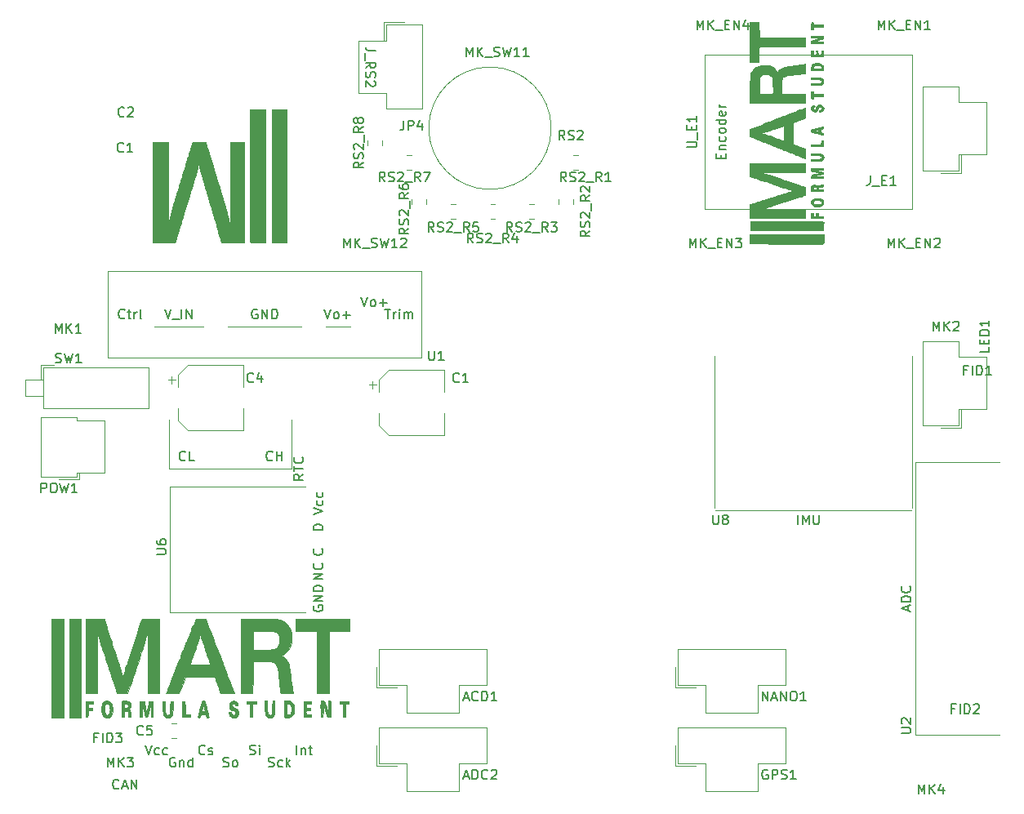
<source format=gto>
G04 #@! TF.GenerationSoftware,KiCad,Pcbnew,(5.1.10)-1*
G04 #@! TF.CreationDate,2021-06-28T12:48:49+02:00*
G04 #@! TF.ProjectId,PI_MARTLOgger,50495f4d-4152-4544-9c4f-676765722e6b,rev?*
G04 #@! TF.SameCoordinates,Original*
G04 #@! TF.FileFunction,Legend,Top*
G04 #@! TF.FilePolarity,Positive*
%FSLAX46Y46*%
G04 Gerber Fmt 4.6, Leading zero omitted, Abs format (unit mm)*
G04 Created by KiCad (PCBNEW (5.1.10)-1) date 2021-06-28 12:48:49*
%MOMM*%
%LPD*%
G01*
G04 APERTURE LIST*
%ADD10C,0.010000*%
%ADD11C,0.120000*%
%ADD12C,0.150000*%
G04 APERTURE END LIST*
D10*
G36*
X184315615Y-92209861D02*
G01*
X184272746Y-92057295D01*
X184219510Y-91872852D01*
X184162967Y-91680740D01*
X184110177Y-91505163D01*
X184107924Y-91497780D01*
X184070087Y-91370694D01*
X184035594Y-91249283D01*
X184011003Y-91156731D01*
X184008249Y-91145410D01*
X183989024Y-91072215D01*
X183954801Y-90950159D01*
X183907717Y-90786559D01*
X183849909Y-90588726D01*
X183783512Y-90363977D01*
X183710662Y-90119625D01*
X183639464Y-89882752D01*
X183595646Y-89736282D01*
X183545589Y-89567070D01*
X183499256Y-89408820D01*
X183494052Y-89390902D01*
X183288647Y-88685530D01*
X183095803Y-88028991D01*
X183036165Y-87827260D01*
X182994202Y-87685014D01*
X182953484Y-87546057D01*
X182920120Y-87431269D01*
X182907343Y-87386798D01*
X182880863Y-87295406D01*
X182843295Y-87167626D01*
X182800493Y-87023305D01*
X182773123Y-86931653D01*
X182709952Y-86720641D01*
X182661013Y-86556750D01*
X182623644Y-86430854D01*
X182595183Y-86333827D01*
X182572968Y-86256546D01*
X182554336Y-86189884D01*
X182536624Y-86124717D01*
X182524680Y-86080093D01*
X182491546Y-85962840D01*
X182457315Y-85852561D01*
X182434301Y-85786451D01*
X182404248Y-85689013D01*
X182379326Y-85576607D01*
X182375219Y-85551538D01*
X182356375Y-85456806D01*
X182332846Y-85378880D01*
X182325050Y-85361361D01*
X182310305Y-85330944D01*
X182296037Y-85293395D01*
X182279062Y-85237816D01*
X182256197Y-85153308D01*
X182224257Y-85028972D01*
X182200464Y-84934890D01*
X182166791Y-84805379D01*
X182129055Y-84665846D01*
X182114251Y-84612826D01*
X182088481Y-84507179D01*
X182071999Y-84411440D01*
X182068775Y-84369539D01*
X182052211Y-84282404D01*
X182019738Y-84211973D01*
X181970702Y-84137134D01*
X181932686Y-84205665D01*
X181902232Y-84290523D01*
X181893630Y-84353036D01*
X181881874Y-84441723D01*
X181861326Y-84514106D01*
X181837680Y-84588153D01*
X181809484Y-84692891D01*
X181790336Y-84772954D01*
X181760225Y-84897806D01*
X181719249Y-85055570D01*
X181672102Y-85229350D01*
X181623479Y-85402251D01*
X181578074Y-85557378D01*
X181540582Y-85677834D01*
X181530967Y-85706458D01*
X181513772Y-85757242D01*
X181494116Y-85817835D01*
X181469731Y-85895668D01*
X181438346Y-85998169D01*
X181397692Y-86132768D01*
X181345499Y-86306894D01*
X181279498Y-86527975D01*
X181259825Y-86593965D01*
X181211577Y-86754656D01*
X181156661Y-86935772D01*
X181105889Y-87101673D01*
X181099461Y-87122520D01*
X181053560Y-87271746D01*
X180999534Y-87448218D01*
X180946246Y-87622962D01*
X180924320Y-87695121D01*
X180878924Y-87843120D01*
X180832855Y-87990592D01*
X180792835Y-88116138D01*
X180774399Y-88172406D01*
X180744100Y-88270207D01*
X180723636Y-88349649D01*
X180718023Y-88385695D01*
X180704327Y-88448678D01*
X180690005Y-88481011D01*
X180668715Y-88533013D01*
X180638201Y-88623564D01*
X180604526Y-88734507D01*
X180599450Y-88752231D01*
X180563208Y-88873328D01*
X180526577Y-88985130D01*
X180497071Y-89064792D01*
X180495329Y-89068892D01*
X180466811Y-89150194D01*
X180453822Y-89217171D01*
X180453746Y-89220714D01*
X180444303Y-89272588D01*
X180419119Y-89363129D01*
X180382906Y-89475955D01*
X180367433Y-89520701D01*
X180323741Y-89648459D01*
X180284403Y-89770408D01*
X180256372Y-89864804D01*
X180251643Y-89882752D01*
X180224053Y-89984126D01*
X180189055Y-90101997D01*
X180174875Y-90147029D01*
X180143650Y-90246183D01*
X180103452Y-90376846D01*
X180061903Y-90514194D01*
X180053157Y-90543445D01*
X180008075Y-90693828D01*
X179958670Y-90857388D01*
X179914933Y-91001064D01*
X179911192Y-91013272D01*
X179869328Y-91150693D01*
X179825749Y-91295178D01*
X179791599Y-91409688D01*
X179760613Y-91510166D01*
X179733153Y-91591684D01*
X179718095Y-91629919D01*
X179701098Y-91677224D01*
X179674289Y-91765354D01*
X179642470Y-91878252D01*
X179630263Y-91923561D01*
X179597194Y-92042817D01*
X179566558Y-92144458D01*
X179543459Y-92211841D01*
X179537954Y-92224543D01*
X179527890Y-92237657D01*
X179508541Y-92248340D01*
X179474358Y-92256840D01*
X179419789Y-92263402D01*
X179339287Y-92268275D01*
X179227302Y-92271705D01*
X179078283Y-92273939D01*
X178886680Y-92275223D01*
X178646946Y-92275804D01*
X178382539Y-92275931D01*
X178095508Y-92275856D01*
X177861740Y-92275442D01*
X177675771Y-92274405D01*
X177532136Y-92272461D01*
X177425369Y-92269325D01*
X177350006Y-92264714D01*
X177300583Y-92258343D01*
X177271634Y-92249928D01*
X177257694Y-92239185D01*
X177253298Y-92225831D01*
X177252969Y-92217202D01*
X177252960Y-92182012D01*
X177252951Y-92091119D01*
X177252943Y-91947551D01*
X177252935Y-91754332D01*
X177252928Y-91514490D01*
X177252921Y-91231050D01*
X177252914Y-90907039D01*
X177252908Y-90545483D01*
X177252903Y-90149408D01*
X177252898Y-89721839D01*
X177252894Y-89265804D01*
X177252891Y-88784328D01*
X177252888Y-88280438D01*
X177252887Y-87757160D01*
X177252886Y-87217519D01*
X177252886Y-86505301D01*
X177252888Y-85977071D01*
X177252890Y-85467434D01*
X177252893Y-84979406D01*
X177252897Y-84516001D01*
X177252901Y-84080234D01*
X177252906Y-83675120D01*
X177252912Y-83303676D01*
X177252919Y-82968914D01*
X177252926Y-82673852D01*
X177252933Y-82421502D01*
X177252941Y-82214882D01*
X177252949Y-82057005D01*
X177252957Y-81950887D01*
X177252966Y-81899543D01*
X177252969Y-81895212D01*
X177259063Y-81881692D01*
X177281525Y-81871364D01*
X177326711Y-81863925D01*
X177400977Y-81859072D01*
X177510678Y-81856503D01*
X177662169Y-81855915D01*
X177861806Y-81857006D01*
X178023861Y-81858507D01*
X178794671Y-81866335D01*
X178794671Y-86131484D01*
X178794819Y-86626981D01*
X178795255Y-87106165D01*
X178795959Y-87565774D01*
X178796917Y-88002546D01*
X178798110Y-88413220D01*
X178799523Y-88794534D01*
X178801137Y-89143225D01*
X178802937Y-89456031D01*
X178804906Y-89729691D01*
X178807026Y-89960943D01*
X178809280Y-90146525D01*
X178811653Y-90283174D01*
X178814127Y-90367629D01*
X178816686Y-90396629D01*
X178816694Y-90396629D01*
X178834977Y-90372129D01*
X178838717Y-90341482D01*
X178849765Y-90278954D01*
X178877015Y-90195296D01*
X178883734Y-90178600D01*
X178911309Y-90100948D01*
X178923198Y-90043604D01*
X178922874Y-90035534D01*
X178925097Y-89976046D01*
X178940084Y-89886648D01*
X178962400Y-89793266D01*
X178986609Y-89721827D01*
X178990211Y-89714327D01*
X179012780Y-89654008D01*
X179036825Y-89566044D01*
X179043106Y-89538142D01*
X179065302Y-89439091D01*
X179094561Y-89315429D01*
X179115708Y-89229399D01*
X179148681Y-89096145D01*
X179183309Y-88953564D01*
X179201567Y-88877029D01*
X179229064Y-88768908D01*
X179267132Y-88629931D01*
X179308814Y-88485294D01*
X179321181Y-88443908D01*
X179367288Y-88291110D01*
X179421008Y-88113008D01*
X179473015Y-87940532D01*
X179489456Y-87885989D01*
X179586304Y-87567539D01*
X179682694Y-87257028D01*
X179748237Y-87049110D01*
X179778947Y-86950767D01*
X179820118Y-86817035D01*
X179865344Y-86668783D01*
X179892443Y-86579283D01*
X179952401Y-86381462D01*
X180014808Y-86177063D01*
X180075661Y-85979072D01*
X180130958Y-85800477D01*
X180176694Y-85654264D01*
X180204715Y-85566220D01*
X180227606Y-85492609D01*
X180262203Y-85378021D01*
X180303884Y-85237889D01*
X180348029Y-85087650D01*
X180349762Y-85081711D01*
X180395853Y-84925661D01*
X180441739Y-84773593D01*
X180482052Y-84643112D01*
X180510975Y-84553156D01*
X180540626Y-84463471D01*
X180571059Y-84368523D01*
X180605412Y-84258100D01*
X180646824Y-84121987D01*
X180698433Y-83949970D01*
X180763379Y-83731838D01*
X180763640Y-83730960D01*
X180811751Y-83570767D01*
X180862410Y-83405009D01*
X180908613Y-83256462D01*
X180935161Y-83173041D01*
X180978369Y-83036796D01*
X181028481Y-82874893D01*
X181076004Y-82718068D01*
X181084804Y-82688532D01*
X181122451Y-82564139D01*
X181156891Y-82454669D01*
X181182755Y-82377017D01*
X181190226Y-82356803D01*
X181211637Y-82285379D01*
X181217214Y-82243784D01*
X181228712Y-82186548D01*
X181256579Y-82110052D01*
X181258505Y-82105686D01*
X181293643Y-82014596D01*
X181317793Y-81932405D01*
X181335789Y-81851653D01*
X182683914Y-81851653D01*
X182728701Y-81938262D01*
X182761311Y-82015791D01*
X182797071Y-82122106D01*
X182817703Y-82194624D01*
X182850174Y-82312357D01*
X182884880Y-82427878D01*
X182902747Y-82482408D01*
X182928430Y-82560539D01*
X182965091Y-82676994D01*
X183007111Y-82813763D01*
X183035755Y-82908763D01*
X183084527Y-83071691D01*
X183128499Y-83217992D01*
X183170605Y-83357256D01*
X183213780Y-83499074D01*
X183260959Y-83653035D01*
X183315076Y-83828729D01*
X183379068Y-84035745D01*
X183455867Y-84283673D01*
X183507556Y-84450382D01*
X183554001Y-84601683D01*
X183603251Y-84764568D01*
X183646119Y-84908600D01*
X183653826Y-84934890D01*
X183693938Y-85069437D01*
X183736504Y-85207828D01*
X183771182Y-85316624D01*
X183808935Y-85435739D01*
X183845417Y-85557418D01*
X183860376Y-85610266D01*
X183925158Y-85834232D01*
X184007158Y-86096873D01*
X184083695Y-86329688D01*
X184123830Y-86453377D01*
X184158935Y-86568913D01*
X184182565Y-86654914D01*
X184185501Y-86667376D01*
X184209643Y-86761955D01*
X184241722Y-86871800D01*
X184251392Y-86902289D01*
X184278149Y-86986904D01*
X184315795Y-87108918D01*
X184358528Y-87249427D01*
X184386592Y-87342752D01*
X184427663Y-87478697D01*
X184465718Y-87602299D01*
X184495742Y-87697395D01*
X184509581Y-87739168D01*
X184536456Y-87820872D01*
X184569059Y-87926175D01*
X184583314Y-87974081D01*
X184619723Y-88097633D01*
X184658885Y-88229392D01*
X184670357Y-88267723D01*
X184704622Y-88387284D01*
X184740645Y-88520900D01*
X184754764Y-88576046D01*
X184788548Y-88704773D01*
X184827428Y-88843984D01*
X184843590Y-88899052D01*
X184870184Y-88990973D01*
X184897200Y-89092268D01*
X184927329Y-89213936D01*
X184963263Y-89366977D01*
X185007695Y-89562388D01*
X185026874Y-89647838D01*
X185054344Y-89762248D01*
X185080403Y-89856637D01*
X185100376Y-89914425D01*
X185103997Y-89921411D01*
X185120418Y-89972694D01*
X185133275Y-90057066D01*
X185136555Y-90097595D01*
X185149144Y-90180811D01*
X185174147Y-90272903D01*
X185205168Y-90355993D01*
X185235811Y-90412201D01*
X185254029Y-90425989D01*
X185256289Y-90398885D01*
X185256612Y-90326533D01*
X185255326Y-90222368D01*
X185252762Y-90099824D01*
X185249250Y-89972337D01*
X185245118Y-89853343D01*
X185240697Y-89756276D01*
X185236316Y-89694574D01*
X185236015Y-89691884D01*
X185235421Y-89657662D01*
X185234916Y-89568175D01*
X185234498Y-89426887D01*
X185234169Y-89237261D01*
X185233929Y-89002762D01*
X185233779Y-88726854D01*
X185233718Y-88412998D01*
X185233749Y-88064661D01*
X185233870Y-87685304D01*
X185234082Y-87278392D01*
X185234387Y-86847389D01*
X185234784Y-86395757D01*
X185235273Y-85926961D01*
X185235478Y-85749746D01*
X185240104Y-81851653D01*
X185969314Y-81851653D01*
X186170105Y-81852126D01*
X186350720Y-81853454D01*
X186503092Y-81855505D01*
X186619154Y-81858145D01*
X186690841Y-81861242D01*
X186710759Y-81863887D01*
X186712007Y-81894063D01*
X186713137Y-81980004D01*
X186714145Y-82118746D01*
X186715031Y-82307325D01*
X186715789Y-82542779D01*
X186716419Y-82822143D01*
X186716918Y-83142455D01*
X186717282Y-83500750D01*
X186717509Y-83894065D01*
X186717596Y-84319437D01*
X186717541Y-84773902D01*
X186717340Y-85254496D01*
X186716992Y-85758256D01*
X186716494Y-86282219D01*
X186715842Y-86823421D01*
X186715492Y-87076026D01*
X186707989Y-92275931D01*
X184333773Y-92275931D01*
X184315615Y-92209861D01*
G37*
X184315615Y-92209861D02*
X184272746Y-92057295D01*
X184219510Y-91872852D01*
X184162967Y-91680740D01*
X184110177Y-91505163D01*
X184107924Y-91497780D01*
X184070087Y-91370694D01*
X184035594Y-91249283D01*
X184011003Y-91156731D01*
X184008249Y-91145410D01*
X183989024Y-91072215D01*
X183954801Y-90950159D01*
X183907717Y-90786559D01*
X183849909Y-90588726D01*
X183783512Y-90363977D01*
X183710662Y-90119625D01*
X183639464Y-89882752D01*
X183595646Y-89736282D01*
X183545589Y-89567070D01*
X183499256Y-89408820D01*
X183494052Y-89390902D01*
X183288647Y-88685530D01*
X183095803Y-88028991D01*
X183036165Y-87827260D01*
X182994202Y-87685014D01*
X182953484Y-87546057D01*
X182920120Y-87431269D01*
X182907343Y-87386798D01*
X182880863Y-87295406D01*
X182843295Y-87167626D01*
X182800493Y-87023305D01*
X182773123Y-86931653D01*
X182709952Y-86720641D01*
X182661013Y-86556750D01*
X182623644Y-86430854D01*
X182595183Y-86333827D01*
X182572968Y-86256546D01*
X182554336Y-86189884D01*
X182536624Y-86124717D01*
X182524680Y-86080093D01*
X182491546Y-85962840D01*
X182457315Y-85852561D01*
X182434301Y-85786451D01*
X182404248Y-85689013D01*
X182379326Y-85576607D01*
X182375219Y-85551538D01*
X182356375Y-85456806D01*
X182332846Y-85378880D01*
X182325050Y-85361361D01*
X182310305Y-85330944D01*
X182296037Y-85293395D01*
X182279062Y-85237816D01*
X182256197Y-85153308D01*
X182224257Y-85028972D01*
X182200464Y-84934890D01*
X182166791Y-84805379D01*
X182129055Y-84665846D01*
X182114251Y-84612826D01*
X182088481Y-84507179D01*
X182071999Y-84411440D01*
X182068775Y-84369539D01*
X182052211Y-84282404D01*
X182019738Y-84211973D01*
X181970702Y-84137134D01*
X181932686Y-84205665D01*
X181902232Y-84290523D01*
X181893630Y-84353036D01*
X181881874Y-84441723D01*
X181861326Y-84514106D01*
X181837680Y-84588153D01*
X181809484Y-84692891D01*
X181790336Y-84772954D01*
X181760225Y-84897806D01*
X181719249Y-85055570D01*
X181672102Y-85229350D01*
X181623479Y-85402251D01*
X181578074Y-85557378D01*
X181540582Y-85677834D01*
X181530967Y-85706458D01*
X181513772Y-85757242D01*
X181494116Y-85817835D01*
X181469731Y-85895668D01*
X181438346Y-85998169D01*
X181397692Y-86132768D01*
X181345499Y-86306894D01*
X181279498Y-86527975D01*
X181259825Y-86593965D01*
X181211577Y-86754656D01*
X181156661Y-86935772D01*
X181105889Y-87101673D01*
X181099461Y-87122520D01*
X181053560Y-87271746D01*
X180999534Y-87448218D01*
X180946246Y-87622962D01*
X180924320Y-87695121D01*
X180878924Y-87843120D01*
X180832855Y-87990592D01*
X180792835Y-88116138D01*
X180774399Y-88172406D01*
X180744100Y-88270207D01*
X180723636Y-88349649D01*
X180718023Y-88385695D01*
X180704327Y-88448678D01*
X180690005Y-88481011D01*
X180668715Y-88533013D01*
X180638201Y-88623564D01*
X180604526Y-88734507D01*
X180599450Y-88752231D01*
X180563208Y-88873328D01*
X180526577Y-88985130D01*
X180497071Y-89064792D01*
X180495329Y-89068892D01*
X180466811Y-89150194D01*
X180453822Y-89217171D01*
X180453746Y-89220714D01*
X180444303Y-89272588D01*
X180419119Y-89363129D01*
X180382906Y-89475955D01*
X180367433Y-89520701D01*
X180323741Y-89648459D01*
X180284403Y-89770408D01*
X180256372Y-89864804D01*
X180251643Y-89882752D01*
X180224053Y-89984126D01*
X180189055Y-90101997D01*
X180174875Y-90147029D01*
X180143650Y-90246183D01*
X180103452Y-90376846D01*
X180061903Y-90514194D01*
X180053157Y-90543445D01*
X180008075Y-90693828D01*
X179958670Y-90857388D01*
X179914933Y-91001064D01*
X179911192Y-91013272D01*
X179869328Y-91150693D01*
X179825749Y-91295178D01*
X179791599Y-91409688D01*
X179760613Y-91510166D01*
X179733153Y-91591684D01*
X179718095Y-91629919D01*
X179701098Y-91677224D01*
X179674289Y-91765354D01*
X179642470Y-91878252D01*
X179630263Y-91923561D01*
X179597194Y-92042817D01*
X179566558Y-92144458D01*
X179543459Y-92211841D01*
X179537954Y-92224543D01*
X179527890Y-92237657D01*
X179508541Y-92248340D01*
X179474358Y-92256840D01*
X179419789Y-92263402D01*
X179339287Y-92268275D01*
X179227302Y-92271705D01*
X179078283Y-92273939D01*
X178886680Y-92275223D01*
X178646946Y-92275804D01*
X178382539Y-92275931D01*
X178095508Y-92275856D01*
X177861740Y-92275442D01*
X177675771Y-92274405D01*
X177532136Y-92272461D01*
X177425369Y-92269325D01*
X177350006Y-92264714D01*
X177300583Y-92258343D01*
X177271634Y-92249928D01*
X177257694Y-92239185D01*
X177253298Y-92225831D01*
X177252969Y-92217202D01*
X177252960Y-92182012D01*
X177252951Y-92091119D01*
X177252943Y-91947551D01*
X177252935Y-91754332D01*
X177252928Y-91514490D01*
X177252921Y-91231050D01*
X177252914Y-90907039D01*
X177252908Y-90545483D01*
X177252903Y-90149408D01*
X177252898Y-89721839D01*
X177252894Y-89265804D01*
X177252891Y-88784328D01*
X177252888Y-88280438D01*
X177252887Y-87757160D01*
X177252886Y-87217519D01*
X177252886Y-86505301D01*
X177252888Y-85977071D01*
X177252890Y-85467434D01*
X177252893Y-84979406D01*
X177252897Y-84516001D01*
X177252901Y-84080234D01*
X177252906Y-83675120D01*
X177252912Y-83303676D01*
X177252919Y-82968914D01*
X177252926Y-82673852D01*
X177252933Y-82421502D01*
X177252941Y-82214882D01*
X177252949Y-82057005D01*
X177252957Y-81950887D01*
X177252966Y-81899543D01*
X177252969Y-81895212D01*
X177259063Y-81881692D01*
X177281525Y-81871364D01*
X177326711Y-81863925D01*
X177400977Y-81859072D01*
X177510678Y-81856503D01*
X177662169Y-81855915D01*
X177861806Y-81857006D01*
X178023861Y-81858507D01*
X178794671Y-81866335D01*
X178794671Y-86131484D01*
X178794819Y-86626981D01*
X178795255Y-87106165D01*
X178795959Y-87565774D01*
X178796917Y-88002546D01*
X178798110Y-88413220D01*
X178799523Y-88794534D01*
X178801137Y-89143225D01*
X178802937Y-89456031D01*
X178804906Y-89729691D01*
X178807026Y-89960943D01*
X178809280Y-90146525D01*
X178811653Y-90283174D01*
X178814127Y-90367629D01*
X178816686Y-90396629D01*
X178816694Y-90396629D01*
X178834977Y-90372129D01*
X178838717Y-90341482D01*
X178849765Y-90278954D01*
X178877015Y-90195296D01*
X178883734Y-90178600D01*
X178911309Y-90100948D01*
X178923198Y-90043604D01*
X178922874Y-90035534D01*
X178925097Y-89976046D01*
X178940084Y-89886648D01*
X178962400Y-89793266D01*
X178986609Y-89721827D01*
X178990211Y-89714327D01*
X179012780Y-89654008D01*
X179036825Y-89566044D01*
X179043106Y-89538142D01*
X179065302Y-89439091D01*
X179094561Y-89315429D01*
X179115708Y-89229399D01*
X179148681Y-89096145D01*
X179183309Y-88953564D01*
X179201567Y-88877029D01*
X179229064Y-88768908D01*
X179267132Y-88629931D01*
X179308814Y-88485294D01*
X179321181Y-88443908D01*
X179367288Y-88291110D01*
X179421008Y-88113008D01*
X179473015Y-87940532D01*
X179489456Y-87885989D01*
X179586304Y-87567539D01*
X179682694Y-87257028D01*
X179748237Y-87049110D01*
X179778947Y-86950767D01*
X179820118Y-86817035D01*
X179865344Y-86668783D01*
X179892443Y-86579283D01*
X179952401Y-86381462D01*
X180014808Y-86177063D01*
X180075661Y-85979072D01*
X180130958Y-85800477D01*
X180176694Y-85654264D01*
X180204715Y-85566220D01*
X180227606Y-85492609D01*
X180262203Y-85378021D01*
X180303884Y-85237889D01*
X180348029Y-85087650D01*
X180349762Y-85081711D01*
X180395853Y-84925661D01*
X180441739Y-84773593D01*
X180482052Y-84643112D01*
X180510975Y-84553156D01*
X180540626Y-84463471D01*
X180571059Y-84368523D01*
X180605412Y-84258100D01*
X180646824Y-84121987D01*
X180698433Y-83949970D01*
X180763379Y-83731838D01*
X180763640Y-83730960D01*
X180811751Y-83570767D01*
X180862410Y-83405009D01*
X180908613Y-83256462D01*
X180935161Y-83173041D01*
X180978369Y-83036796D01*
X181028481Y-82874893D01*
X181076004Y-82718068D01*
X181084804Y-82688532D01*
X181122451Y-82564139D01*
X181156891Y-82454669D01*
X181182755Y-82377017D01*
X181190226Y-82356803D01*
X181211637Y-82285379D01*
X181217214Y-82243784D01*
X181228712Y-82186548D01*
X181256579Y-82110052D01*
X181258505Y-82105686D01*
X181293643Y-82014596D01*
X181317793Y-81932405D01*
X181335789Y-81851653D01*
X182683914Y-81851653D01*
X182728701Y-81938262D01*
X182761311Y-82015791D01*
X182797071Y-82122106D01*
X182817703Y-82194624D01*
X182850174Y-82312357D01*
X182884880Y-82427878D01*
X182902747Y-82482408D01*
X182928430Y-82560539D01*
X182965091Y-82676994D01*
X183007111Y-82813763D01*
X183035755Y-82908763D01*
X183084527Y-83071691D01*
X183128499Y-83217992D01*
X183170605Y-83357256D01*
X183213780Y-83499074D01*
X183260959Y-83653035D01*
X183315076Y-83828729D01*
X183379068Y-84035745D01*
X183455867Y-84283673D01*
X183507556Y-84450382D01*
X183554001Y-84601683D01*
X183603251Y-84764568D01*
X183646119Y-84908600D01*
X183653826Y-84934890D01*
X183693938Y-85069437D01*
X183736504Y-85207828D01*
X183771182Y-85316624D01*
X183808935Y-85435739D01*
X183845417Y-85557418D01*
X183860376Y-85610266D01*
X183925158Y-85834232D01*
X184007158Y-86096873D01*
X184083695Y-86329688D01*
X184123830Y-86453377D01*
X184158935Y-86568913D01*
X184182565Y-86654914D01*
X184185501Y-86667376D01*
X184209643Y-86761955D01*
X184241722Y-86871800D01*
X184251392Y-86902289D01*
X184278149Y-86986904D01*
X184315795Y-87108918D01*
X184358528Y-87249427D01*
X184386592Y-87342752D01*
X184427663Y-87478697D01*
X184465718Y-87602299D01*
X184495742Y-87697395D01*
X184509581Y-87739168D01*
X184536456Y-87820872D01*
X184569059Y-87926175D01*
X184583314Y-87974081D01*
X184619723Y-88097633D01*
X184658885Y-88229392D01*
X184670357Y-88267723D01*
X184704622Y-88387284D01*
X184740645Y-88520900D01*
X184754764Y-88576046D01*
X184788548Y-88704773D01*
X184827428Y-88843984D01*
X184843590Y-88899052D01*
X184870184Y-88990973D01*
X184897200Y-89092268D01*
X184927329Y-89213936D01*
X184963263Y-89366977D01*
X185007695Y-89562388D01*
X185026874Y-89647838D01*
X185054344Y-89762248D01*
X185080403Y-89856637D01*
X185100376Y-89914425D01*
X185103997Y-89921411D01*
X185120418Y-89972694D01*
X185133275Y-90057066D01*
X185136555Y-90097595D01*
X185149144Y-90180811D01*
X185174147Y-90272903D01*
X185205168Y-90355993D01*
X185235811Y-90412201D01*
X185254029Y-90425989D01*
X185256289Y-90398885D01*
X185256612Y-90326533D01*
X185255326Y-90222368D01*
X185252762Y-90099824D01*
X185249250Y-89972337D01*
X185245118Y-89853343D01*
X185240697Y-89756276D01*
X185236316Y-89694574D01*
X185236015Y-89691884D01*
X185235421Y-89657662D01*
X185234916Y-89568175D01*
X185234498Y-89426887D01*
X185234169Y-89237261D01*
X185233929Y-89002762D01*
X185233779Y-88726854D01*
X185233718Y-88412998D01*
X185233749Y-88064661D01*
X185233870Y-87685304D01*
X185234082Y-87278392D01*
X185234387Y-86847389D01*
X185234784Y-86395757D01*
X185235273Y-85926961D01*
X185235478Y-85749746D01*
X185240104Y-81851653D01*
X185969314Y-81851653D01*
X186170105Y-81852126D01*
X186350720Y-81853454D01*
X186503092Y-81855505D01*
X186619154Y-81858145D01*
X186690841Y-81861242D01*
X186710759Y-81863887D01*
X186712007Y-81894063D01*
X186713137Y-81980004D01*
X186714145Y-82118746D01*
X186715031Y-82307325D01*
X186715789Y-82542779D01*
X186716419Y-82822143D01*
X186716918Y-83142455D01*
X186717282Y-83500750D01*
X186717509Y-83894065D01*
X186717596Y-84319437D01*
X186717541Y-84773902D01*
X186717340Y-85254496D01*
X186716992Y-85758256D01*
X186716494Y-86282219D01*
X186715842Y-86823421D01*
X186715492Y-87076026D01*
X186707989Y-92275931D01*
X184333773Y-92275931D01*
X184315615Y-92209861D01*
G36*
X188095769Y-92239705D02*
G01*
X187888357Y-92236851D01*
X187702022Y-92232772D01*
X187544272Y-92227755D01*
X187422613Y-92222088D01*
X187344552Y-92216059D01*
X187317594Y-92209956D01*
X187317619Y-92209861D01*
X187318294Y-92178880D01*
X187318952Y-92091755D01*
X187319591Y-91951069D01*
X187320207Y-91759405D01*
X187320799Y-91519348D01*
X187321362Y-91233482D01*
X187321896Y-90904390D01*
X187322396Y-90534656D01*
X187322859Y-90126863D01*
X187323285Y-89683596D01*
X187323668Y-89207438D01*
X187324007Y-88700973D01*
X187324299Y-88166785D01*
X187324542Y-87607457D01*
X187324732Y-87025574D01*
X187324866Y-86423718D01*
X187324942Y-85804474D01*
X187324960Y-85331306D01*
X187324960Y-78474775D01*
X188881260Y-78474775D01*
X188881260Y-92247526D01*
X188095769Y-92239705D01*
G37*
X188095769Y-92239705D02*
X187888357Y-92236851D01*
X187702022Y-92232772D01*
X187544272Y-92227755D01*
X187422613Y-92222088D01*
X187344552Y-92216059D01*
X187317594Y-92209956D01*
X187317619Y-92209861D01*
X187318294Y-92178880D01*
X187318952Y-92091755D01*
X187319591Y-91951069D01*
X187320207Y-91759405D01*
X187320799Y-91519348D01*
X187321362Y-91233482D01*
X187321896Y-90904390D01*
X187322396Y-90534656D01*
X187322859Y-90126863D01*
X187323285Y-89683596D01*
X187323668Y-89207438D01*
X187324007Y-88700973D01*
X187324299Y-88166785D01*
X187324542Y-87607457D01*
X187324732Y-87025574D01*
X187324866Y-86423718D01*
X187324942Y-85804474D01*
X187324960Y-85331306D01*
X187324960Y-78474775D01*
X188881260Y-78474775D01*
X188881260Y-92247526D01*
X188095769Y-92239705D01*
G36*
X189556636Y-78474775D02*
G01*
X191142301Y-78474775D01*
X191142301Y-92275931D01*
X189556636Y-92275931D01*
X189556636Y-78474775D01*
G37*
X189556636Y-78474775D02*
X191142301Y-78474775D01*
X191142301Y-92275931D01*
X189556636Y-92275931D01*
X189556636Y-78474775D01*
G36*
X240080486Y-69355000D02*
G01*
X240093900Y-70967900D01*
X244907200Y-70980858D01*
X244907200Y-71895000D01*
X242534377Y-71895000D01*
X242190922Y-71895162D01*
X241861533Y-71895632D01*
X241549808Y-71896388D01*
X241259346Y-71897406D01*
X240993745Y-71898663D01*
X240756603Y-71900137D01*
X240551519Y-71901804D01*
X240382089Y-71903641D01*
X240251914Y-71905626D01*
X240164590Y-71907735D01*
X240123716Y-71909945D01*
X240121377Y-71910418D01*
X240110068Y-71919519D01*
X240101069Y-71940649D01*
X240094125Y-71978993D01*
X240088979Y-72039738D01*
X240085375Y-72128071D01*
X240083056Y-72249178D01*
X240081766Y-72408244D01*
X240081249Y-72610458D01*
X240081200Y-72723218D01*
X240081200Y-73520600D01*
X239141400Y-73520600D01*
X239141400Y-69355000D01*
X240080486Y-69355000D01*
G37*
X240080486Y-69355000D02*
X240093900Y-70967900D01*
X244907200Y-70980858D01*
X244907200Y-71895000D01*
X242534377Y-71895000D01*
X242190922Y-71895162D01*
X241861533Y-71895632D01*
X241549808Y-71896388D01*
X241259346Y-71897406D01*
X240993745Y-71898663D01*
X240756603Y-71900137D01*
X240551519Y-71901804D01*
X240382089Y-71903641D01*
X240251914Y-71905626D01*
X240164590Y-71907735D01*
X240123716Y-71909945D01*
X240121377Y-71910418D01*
X240110068Y-71919519D01*
X240101069Y-71940649D01*
X240094125Y-71978993D01*
X240088979Y-72039738D01*
X240085375Y-72128071D01*
X240083056Y-72249178D01*
X240081766Y-72408244D01*
X240081249Y-72610458D01*
X240081200Y-72723218D01*
X240081200Y-73520600D01*
X239141400Y-73520600D01*
X239141400Y-69355000D01*
X240080486Y-69355000D01*
G36*
X239147506Y-76384450D02*
G01*
X239149513Y-76076462D01*
X239151601Y-75814931D01*
X239153916Y-75595515D01*
X239156605Y-75413870D01*
X239159815Y-75265655D01*
X239163691Y-75146526D01*
X239168382Y-75052141D01*
X239174033Y-74978157D01*
X239180791Y-74920231D01*
X239188804Y-74874022D01*
X239198217Y-74835185D01*
X239200054Y-74828700D01*
X239295901Y-74572162D01*
X239424081Y-74354505D01*
X239584884Y-74175526D01*
X239778601Y-74035023D01*
X240005524Y-73932793D01*
X240265943Y-73868632D01*
X240560149Y-73842338D01*
X240614600Y-73841616D01*
X240816810Y-73847943D01*
X240987420Y-73870484D01*
X241143995Y-73912667D01*
X241297619Y-73974922D01*
X241463022Y-74065709D01*
X241617906Y-74177808D01*
X241751792Y-74301887D01*
X241854197Y-74428617D01*
X241900556Y-74511668D01*
X241933735Y-74573421D01*
X241964444Y-74609208D01*
X241973500Y-74612800D01*
X242000390Y-74591649D01*
X242033700Y-74538664D01*
X242044875Y-74515222D01*
X242112982Y-74407686D01*
X242216527Y-74301378D01*
X242341613Y-74209632D01*
X242394018Y-74180277D01*
X242480063Y-74138758D01*
X242565893Y-74103437D01*
X242657978Y-74073010D01*
X242762790Y-74046172D01*
X242886801Y-74021621D01*
X243036481Y-73998052D01*
X243218304Y-73974161D01*
X243438739Y-73948645D01*
X243663620Y-73924459D01*
X243769468Y-73911433D01*
X243911590Y-73891233D01*
X244076314Y-73865946D01*
X244249966Y-73837659D01*
X244387520Y-73814024D01*
X244538036Y-73788213D01*
X244671318Y-73766766D01*
X244779340Y-73750859D01*
X244854079Y-73741667D01*
X244887508Y-73740368D01*
X244888150Y-73740635D01*
X244894177Y-73768503D01*
X244899419Y-73838995D01*
X244903553Y-73943938D01*
X244906254Y-74075157D01*
X244907200Y-74221397D01*
X244906285Y-74398332D01*
X244903317Y-74529559D01*
X244897961Y-74620142D01*
X244889883Y-74675145D01*
X244878747Y-74699631D01*
X244875450Y-74701577D01*
X244835315Y-74709628D01*
X244751933Y-74722056D01*
X244632584Y-74737963D01*
X244484547Y-74756454D01*
X244315100Y-74776630D01*
X244131522Y-74797596D01*
X243941094Y-74818455D01*
X243840400Y-74829105D01*
X243682972Y-74845560D01*
X243518965Y-74862743D01*
X243366764Y-74878724D01*
X243244757Y-74891575D01*
X243234367Y-74892673D01*
X243004902Y-74925335D01*
X242821287Y-74970686D01*
X242679830Y-75030189D01*
X242576837Y-75105310D01*
X242520975Y-75175445D01*
X242489420Y-75240381D01*
X242464577Y-75323408D01*
X242445940Y-75429910D01*
X242433004Y-75565268D01*
X242425263Y-75734866D01*
X242422212Y-75944084D01*
X242423344Y-76198307D01*
X242423510Y-76213000D01*
X242430700Y-76835300D01*
X244894500Y-76860700D01*
X244901416Y-77306751D01*
X244902709Y-77452436D01*
X244902011Y-77580207D01*
X244899516Y-77681520D01*
X244895419Y-77747837D01*
X244890833Y-77770301D01*
X244863630Y-77772604D01*
X244788854Y-77774818D01*
X244669731Y-77776924D01*
X244509489Y-77778902D01*
X244311355Y-77780734D01*
X244078554Y-77782398D01*
X243814313Y-77783876D01*
X243521861Y-77785148D01*
X243204422Y-77786194D01*
X242865225Y-77786995D01*
X242507495Y-77787531D01*
X242134460Y-77787783D01*
X242006167Y-77787800D01*
X241129153Y-77787800D01*
X241129153Y-76843685D01*
X241273332Y-76842994D01*
X241387702Y-76841389D01*
X241465271Y-76838932D01*
X241499052Y-76835687D01*
X241499074Y-76835678D01*
X241508911Y-76823807D01*
X241516477Y-76793417D01*
X241521923Y-76739657D01*
X241525401Y-76657674D01*
X241527062Y-76542615D01*
X241527056Y-76389629D01*
X241525535Y-76193862D01*
X241523808Y-76041502D01*
X241520738Y-75816375D01*
X241517415Y-75636065D01*
X241513465Y-75494590D01*
X241508517Y-75385969D01*
X241502197Y-75304217D01*
X241494134Y-75243354D01*
X241483954Y-75197397D01*
X241471285Y-75160364D01*
X241468522Y-75153740D01*
X241398458Y-75043784D01*
X241292888Y-74942952D01*
X241167001Y-74863586D01*
X241062657Y-74824044D01*
X240917446Y-74798822D01*
X240763056Y-74792887D01*
X240612957Y-74804900D01*
X240480622Y-74833521D01*
X240379521Y-74877411D01*
X240356189Y-74894275D01*
X240287561Y-74951548D01*
X240232065Y-75000608D01*
X240188308Y-75047440D01*
X240154900Y-75098031D01*
X240130448Y-75158366D01*
X240113561Y-75234432D01*
X240102848Y-75332214D01*
X240096916Y-75457698D01*
X240094374Y-75616872D01*
X240093830Y-75815719D01*
X240093900Y-76022500D01*
X240093900Y-76835300D01*
X240779321Y-76842077D01*
X240962152Y-76843400D01*
X241129153Y-76843685D01*
X241129153Y-77787800D01*
X239139001Y-77787800D01*
X239147506Y-76384450D01*
G37*
X239147506Y-76384450D02*
X239149513Y-76076462D01*
X239151601Y-75814931D01*
X239153916Y-75595515D01*
X239156605Y-75413870D01*
X239159815Y-75265655D01*
X239163691Y-75146526D01*
X239168382Y-75052141D01*
X239174033Y-74978157D01*
X239180791Y-74920231D01*
X239188804Y-74874022D01*
X239198217Y-74835185D01*
X239200054Y-74828700D01*
X239295901Y-74572162D01*
X239424081Y-74354505D01*
X239584884Y-74175526D01*
X239778601Y-74035023D01*
X240005524Y-73932793D01*
X240265943Y-73868632D01*
X240560149Y-73842338D01*
X240614600Y-73841616D01*
X240816810Y-73847943D01*
X240987420Y-73870484D01*
X241143995Y-73912667D01*
X241297619Y-73974922D01*
X241463022Y-74065709D01*
X241617906Y-74177808D01*
X241751792Y-74301887D01*
X241854197Y-74428617D01*
X241900556Y-74511668D01*
X241933735Y-74573421D01*
X241964444Y-74609208D01*
X241973500Y-74612800D01*
X242000390Y-74591649D01*
X242033700Y-74538664D01*
X242044875Y-74515222D01*
X242112982Y-74407686D01*
X242216527Y-74301378D01*
X242341613Y-74209632D01*
X242394018Y-74180277D01*
X242480063Y-74138758D01*
X242565893Y-74103437D01*
X242657978Y-74073010D01*
X242762790Y-74046172D01*
X242886801Y-74021621D01*
X243036481Y-73998052D01*
X243218304Y-73974161D01*
X243438739Y-73948645D01*
X243663620Y-73924459D01*
X243769468Y-73911433D01*
X243911590Y-73891233D01*
X244076314Y-73865946D01*
X244249966Y-73837659D01*
X244387520Y-73814024D01*
X244538036Y-73788213D01*
X244671318Y-73766766D01*
X244779340Y-73750859D01*
X244854079Y-73741667D01*
X244887508Y-73740368D01*
X244888150Y-73740635D01*
X244894177Y-73768503D01*
X244899419Y-73838995D01*
X244903553Y-73943938D01*
X244906254Y-74075157D01*
X244907200Y-74221397D01*
X244906285Y-74398332D01*
X244903317Y-74529559D01*
X244897961Y-74620142D01*
X244889883Y-74675145D01*
X244878747Y-74699631D01*
X244875450Y-74701577D01*
X244835315Y-74709628D01*
X244751933Y-74722056D01*
X244632584Y-74737963D01*
X244484547Y-74756454D01*
X244315100Y-74776630D01*
X244131522Y-74797596D01*
X243941094Y-74818455D01*
X243840400Y-74829105D01*
X243682972Y-74845560D01*
X243518965Y-74862743D01*
X243366764Y-74878724D01*
X243244757Y-74891575D01*
X243234367Y-74892673D01*
X243004902Y-74925335D01*
X242821287Y-74970686D01*
X242679830Y-75030189D01*
X242576837Y-75105310D01*
X242520975Y-75175445D01*
X242489420Y-75240381D01*
X242464577Y-75323408D01*
X242445940Y-75429910D01*
X242433004Y-75565268D01*
X242425263Y-75734866D01*
X242422212Y-75944084D01*
X242423344Y-76198307D01*
X242423510Y-76213000D01*
X242430700Y-76835300D01*
X244894500Y-76860700D01*
X244901416Y-77306751D01*
X244902709Y-77452436D01*
X244902011Y-77580207D01*
X244899516Y-77681520D01*
X244895419Y-77747837D01*
X244890833Y-77770301D01*
X244863630Y-77772604D01*
X244788854Y-77774818D01*
X244669731Y-77776924D01*
X244509489Y-77778902D01*
X244311355Y-77780734D01*
X244078554Y-77782398D01*
X243814313Y-77783876D01*
X243521861Y-77785148D01*
X243204422Y-77786194D01*
X242865225Y-77786995D01*
X242507495Y-77787531D01*
X242134460Y-77787783D01*
X242006167Y-77787800D01*
X241129153Y-77787800D01*
X241129153Y-76843685D01*
X241273332Y-76842994D01*
X241387702Y-76841389D01*
X241465271Y-76838932D01*
X241499052Y-76835687D01*
X241499074Y-76835678D01*
X241508911Y-76823807D01*
X241516477Y-76793417D01*
X241521923Y-76739657D01*
X241525401Y-76657674D01*
X241527062Y-76542615D01*
X241527056Y-76389629D01*
X241525535Y-76193862D01*
X241523808Y-76041502D01*
X241520738Y-75816375D01*
X241517415Y-75636065D01*
X241513465Y-75494590D01*
X241508517Y-75385969D01*
X241502197Y-75304217D01*
X241494134Y-75243354D01*
X241483954Y-75197397D01*
X241471285Y-75160364D01*
X241468522Y-75153740D01*
X241398458Y-75043784D01*
X241292888Y-74942952D01*
X241167001Y-74863586D01*
X241062657Y-74824044D01*
X240917446Y-74798822D01*
X240763056Y-74792887D01*
X240612957Y-74804900D01*
X240480622Y-74833521D01*
X240379521Y-74877411D01*
X240356189Y-74894275D01*
X240287561Y-74951548D01*
X240232065Y-75000608D01*
X240188308Y-75047440D01*
X240154900Y-75098031D01*
X240130448Y-75158366D01*
X240113561Y-75234432D01*
X240102848Y-75332214D01*
X240096916Y-75457698D01*
X240094374Y-75616872D01*
X240093830Y-75815719D01*
X240093900Y-76022500D01*
X240093900Y-76835300D01*
X240779321Y-76842077D01*
X240962152Y-76843400D01*
X241129153Y-76843685D01*
X241129153Y-77787800D01*
X239139001Y-77787800D01*
X239147506Y-76384450D01*
G36*
X239890700Y-80206961D02*
G01*
X240112435Y-80120704D01*
X240354274Y-80026709D01*
X240602367Y-79930353D01*
X240842866Y-79837012D01*
X241061922Y-79752065D01*
X241224200Y-79689204D01*
X241408320Y-79617870D01*
X241595457Y-79545257D01*
X241774424Y-79475714D01*
X241934037Y-79413587D01*
X242063108Y-79363226D01*
X242113200Y-79343620D01*
X242255470Y-79288077D01*
X242408436Y-79228746D01*
X242550739Y-79173896D01*
X242633900Y-79142086D01*
X242955302Y-79019258D01*
X243268028Y-78898626D01*
X243497500Y-78809441D01*
X243814758Y-78686008D01*
X244086439Y-78580735D01*
X244314164Y-78493007D01*
X244499559Y-78422207D01*
X244644247Y-78367720D01*
X244749853Y-78328930D01*
X244818000Y-78305221D01*
X244850312Y-78295978D01*
X244852270Y-78295800D01*
X244863071Y-78311679D01*
X244871198Y-78361879D01*
X244876871Y-78450247D01*
X244880310Y-78580630D01*
X244881732Y-78756874D01*
X244881800Y-78814169D01*
X244881800Y-79332537D01*
X244735750Y-79383321D01*
X244671335Y-79406258D01*
X244572026Y-79442271D01*
X244447237Y-79487884D01*
X244306383Y-79539621D01*
X244158878Y-79594006D01*
X244014138Y-79647564D01*
X243881575Y-79696818D01*
X243770605Y-79738292D01*
X243690643Y-79768511D01*
X243655990Y-79781977D01*
X243645338Y-79788857D01*
X243636573Y-79803051D01*
X243629547Y-79829002D01*
X243624113Y-79871151D01*
X243620123Y-79933940D01*
X243617431Y-80021811D01*
X243615887Y-80139206D01*
X243615347Y-80290567D01*
X243615660Y-80480335D01*
X243616681Y-80712952D01*
X243617890Y-80929801D01*
X243624500Y-82059568D01*
X243992800Y-82198785D01*
X244142509Y-82255205D01*
X244296308Y-82312873D01*
X244438409Y-82365890D01*
X244553027Y-82408353D01*
X244577000Y-82417164D01*
X244688372Y-82457119D01*
X244771579Y-82489183D01*
X244830693Y-82521143D01*
X244869788Y-82560788D01*
X244892937Y-82615908D01*
X244904215Y-82694292D01*
X244907694Y-82803727D01*
X244907447Y-82952002D01*
X244907200Y-83048522D01*
X244906593Y-83220179D01*
X244904476Y-83347092D01*
X244900403Y-83435306D01*
X244893930Y-83490866D01*
X244884612Y-83519815D01*
X244872004Y-83528200D01*
X244871887Y-83528200D01*
X244837080Y-83519249D01*
X244764668Y-83494792D01*
X244664118Y-83458428D01*
X244544897Y-83413751D01*
X244416473Y-83364361D01*
X244288312Y-83313853D01*
X244169882Y-83265824D01*
X244070649Y-83223872D01*
X244069000Y-83223152D01*
X244017642Y-83201712D01*
X243925675Y-83164355D01*
X243799768Y-83113747D01*
X243646592Y-83052557D01*
X243472814Y-82983451D01*
X243285105Y-82909098D01*
X243180000Y-82867586D01*
X242987534Y-82791517D01*
X242805387Y-82719272D01*
X242684700Y-82671221D01*
X242684700Y-81699132D01*
X242692512Y-81674054D01*
X242698493Y-81599470D01*
X242702611Y-81476639D01*
X242704834Y-81306823D01*
X242705131Y-81091283D01*
X242704210Y-80918357D01*
X242702390Y-80698351D01*
X242700387Y-80523927D01*
X242697863Y-80389865D01*
X242694476Y-80290946D01*
X242689884Y-80221952D01*
X242683747Y-80177665D01*
X242675724Y-80152864D01*
X242665474Y-80142332D01*
X242653410Y-80140785D01*
X242619179Y-80149630D01*
X242546283Y-80172235D01*
X242443964Y-80205460D01*
X242321462Y-80246166D01*
X242188020Y-80291212D01*
X242052879Y-80337458D01*
X241925280Y-80381763D01*
X241814464Y-80420988D01*
X241729672Y-80451992D01*
X241681400Y-80471078D01*
X241631071Y-80489755D01*
X241616045Y-80493830D01*
X241583206Y-80503747D01*
X241511752Y-80526888D01*
X241411168Y-80560133D01*
X241290941Y-80600364D01*
X241247745Y-80614921D01*
X241070717Y-80673344D01*
X240896029Y-80728560D01*
X240732568Y-80777959D01*
X240589222Y-80818934D01*
X240474880Y-80848877D01*
X240398430Y-80865180D01*
X240391343Y-80866214D01*
X240344029Y-80878195D01*
X240339321Y-80896690D01*
X240378775Y-80922528D01*
X240463944Y-80956539D01*
X240596383Y-80999553D01*
X240697191Y-81029451D01*
X240804059Y-81060780D01*
X240905939Y-81091684D01*
X241009273Y-81124370D01*
X241120503Y-81161041D01*
X241246070Y-81203902D01*
X241392417Y-81255157D01*
X241565986Y-81317012D01*
X241773219Y-81391670D01*
X242020558Y-81481336D01*
X242067645Y-81498444D01*
X242280056Y-81574514D01*
X242449923Y-81632906D01*
X242576007Y-81673219D01*
X242657067Y-81695048D01*
X242684700Y-81699132D01*
X242684700Y-82671221D01*
X242640229Y-82653515D01*
X242498728Y-82596911D01*
X242387553Y-82552124D01*
X242313374Y-82521819D01*
X242291000Y-82512393D01*
X242241741Y-82491891D01*
X242151270Y-82455098D01*
X242025603Y-82404427D01*
X241870759Y-82342293D01*
X241692754Y-82271109D01*
X241497607Y-82193292D01*
X241291335Y-82111254D01*
X241275000Y-82104766D01*
X241067476Y-82022304D01*
X240870040Y-81943753D01*
X240688812Y-81871557D01*
X240529913Y-81808156D01*
X240399463Y-81755993D01*
X240303583Y-81717511D01*
X240248393Y-81695151D01*
X240246300Y-81694289D01*
X240183257Y-81668529D01*
X240082715Y-81627742D01*
X239954315Y-81575828D01*
X239807702Y-81516684D01*
X239652519Y-81454210D01*
X239636700Y-81447848D01*
X239154100Y-81253805D01*
X239154100Y-80493662D01*
X239890700Y-80206961D01*
G37*
X239890700Y-80206961D02*
X240112435Y-80120704D01*
X240354274Y-80026709D01*
X240602367Y-79930353D01*
X240842866Y-79837012D01*
X241061922Y-79752065D01*
X241224200Y-79689204D01*
X241408320Y-79617870D01*
X241595457Y-79545257D01*
X241774424Y-79475714D01*
X241934037Y-79413587D01*
X242063108Y-79363226D01*
X242113200Y-79343620D01*
X242255470Y-79288077D01*
X242408436Y-79228746D01*
X242550739Y-79173896D01*
X242633900Y-79142086D01*
X242955302Y-79019258D01*
X243268028Y-78898626D01*
X243497500Y-78809441D01*
X243814758Y-78686008D01*
X244086439Y-78580735D01*
X244314164Y-78493007D01*
X244499559Y-78422207D01*
X244644247Y-78367720D01*
X244749853Y-78328930D01*
X244818000Y-78305221D01*
X244850312Y-78295978D01*
X244852270Y-78295800D01*
X244863071Y-78311679D01*
X244871198Y-78361879D01*
X244876871Y-78450247D01*
X244880310Y-78580630D01*
X244881732Y-78756874D01*
X244881800Y-78814169D01*
X244881800Y-79332537D01*
X244735750Y-79383321D01*
X244671335Y-79406258D01*
X244572026Y-79442271D01*
X244447237Y-79487884D01*
X244306383Y-79539621D01*
X244158878Y-79594006D01*
X244014138Y-79647564D01*
X243881575Y-79696818D01*
X243770605Y-79738292D01*
X243690643Y-79768511D01*
X243655990Y-79781977D01*
X243645338Y-79788857D01*
X243636573Y-79803051D01*
X243629547Y-79829002D01*
X243624113Y-79871151D01*
X243620123Y-79933940D01*
X243617431Y-80021811D01*
X243615887Y-80139206D01*
X243615347Y-80290567D01*
X243615660Y-80480335D01*
X243616681Y-80712952D01*
X243617890Y-80929801D01*
X243624500Y-82059568D01*
X243992800Y-82198785D01*
X244142509Y-82255205D01*
X244296308Y-82312873D01*
X244438409Y-82365890D01*
X244553027Y-82408353D01*
X244577000Y-82417164D01*
X244688372Y-82457119D01*
X244771579Y-82489183D01*
X244830693Y-82521143D01*
X244869788Y-82560788D01*
X244892937Y-82615908D01*
X244904215Y-82694292D01*
X244907694Y-82803727D01*
X244907447Y-82952002D01*
X244907200Y-83048522D01*
X244906593Y-83220179D01*
X244904476Y-83347092D01*
X244900403Y-83435306D01*
X244893930Y-83490866D01*
X244884612Y-83519815D01*
X244872004Y-83528200D01*
X244871887Y-83528200D01*
X244837080Y-83519249D01*
X244764668Y-83494792D01*
X244664118Y-83458428D01*
X244544897Y-83413751D01*
X244416473Y-83364361D01*
X244288312Y-83313853D01*
X244169882Y-83265824D01*
X244070649Y-83223872D01*
X244069000Y-83223152D01*
X244017642Y-83201712D01*
X243925675Y-83164355D01*
X243799768Y-83113747D01*
X243646592Y-83052557D01*
X243472814Y-82983451D01*
X243285105Y-82909098D01*
X243180000Y-82867586D01*
X242987534Y-82791517D01*
X242805387Y-82719272D01*
X242684700Y-82671221D01*
X242684700Y-81699132D01*
X242692512Y-81674054D01*
X242698493Y-81599470D01*
X242702611Y-81476639D01*
X242704834Y-81306823D01*
X242705131Y-81091283D01*
X242704210Y-80918357D01*
X242702390Y-80698351D01*
X242700387Y-80523927D01*
X242697863Y-80389865D01*
X242694476Y-80290946D01*
X242689884Y-80221952D01*
X242683747Y-80177665D01*
X242675724Y-80152864D01*
X242665474Y-80142332D01*
X242653410Y-80140785D01*
X242619179Y-80149630D01*
X242546283Y-80172235D01*
X242443964Y-80205460D01*
X242321462Y-80246166D01*
X242188020Y-80291212D01*
X242052879Y-80337458D01*
X241925280Y-80381763D01*
X241814464Y-80420988D01*
X241729672Y-80451992D01*
X241681400Y-80471078D01*
X241631071Y-80489755D01*
X241616045Y-80493830D01*
X241583206Y-80503747D01*
X241511752Y-80526888D01*
X241411168Y-80560133D01*
X241290941Y-80600364D01*
X241247745Y-80614921D01*
X241070717Y-80673344D01*
X240896029Y-80728560D01*
X240732568Y-80777959D01*
X240589222Y-80818934D01*
X240474880Y-80848877D01*
X240398430Y-80865180D01*
X240391343Y-80866214D01*
X240344029Y-80878195D01*
X240339321Y-80896690D01*
X240378775Y-80922528D01*
X240463944Y-80956539D01*
X240596383Y-80999553D01*
X240697191Y-81029451D01*
X240804059Y-81060780D01*
X240905939Y-81091684D01*
X241009273Y-81124370D01*
X241120503Y-81161041D01*
X241246070Y-81203902D01*
X241392417Y-81255157D01*
X241565986Y-81317012D01*
X241773219Y-81391670D01*
X242020558Y-81481336D01*
X242067645Y-81498444D01*
X242280056Y-81574514D01*
X242449923Y-81632906D01*
X242576007Y-81673219D01*
X242657067Y-81695048D01*
X242684700Y-81699132D01*
X242684700Y-82671221D01*
X242640229Y-82653515D01*
X242498728Y-82596911D01*
X242387553Y-82552124D01*
X242313374Y-82521819D01*
X242291000Y-82512393D01*
X242241741Y-82491891D01*
X242151270Y-82455098D01*
X242025603Y-82404427D01*
X241870759Y-82342293D01*
X241692754Y-82271109D01*
X241497607Y-82193292D01*
X241291335Y-82111254D01*
X241275000Y-82104766D01*
X241067476Y-82022304D01*
X240870040Y-81943753D01*
X240688812Y-81871557D01*
X240529913Y-81808156D01*
X240399463Y-81755993D01*
X240303583Y-81717511D01*
X240248393Y-81695151D01*
X240246300Y-81694289D01*
X240183257Y-81668529D01*
X240082715Y-81627742D01*
X239954315Y-81575828D01*
X239807702Y-81516684D01*
X239652519Y-81454210D01*
X239636700Y-81447848D01*
X239154100Y-81253805D01*
X239154100Y-80493662D01*
X239890700Y-80206961D01*
G36*
X239154100Y-88298896D02*
G01*
X239293800Y-88253230D01*
X239363512Y-88230696D01*
X239470837Y-88196318D01*
X239604949Y-88153549D01*
X239755017Y-88105843D01*
X239890700Y-88062832D01*
X240071308Y-88005611D01*
X240269644Y-87942697D01*
X240467105Y-87879996D01*
X240645090Y-87823412D01*
X240728900Y-87796733D01*
X240887949Y-87746104D01*
X241076830Y-87686033D01*
X241276947Y-87622433D01*
X241469707Y-87561212D01*
X241567100Y-87530300D01*
X241729657Y-87478577D01*
X241892769Y-87426421D01*
X242043459Y-87377999D01*
X242168752Y-87337480D01*
X242240200Y-87314141D01*
X242372251Y-87271427D01*
X242523548Y-87223640D01*
X242664611Y-87180073D01*
X242684700Y-87173983D01*
X242799291Y-87138982D01*
X242907934Y-87105146D01*
X242992678Y-87078087D01*
X243014900Y-87070742D01*
X243125815Y-87035188D01*
X243246726Y-86999217D01*
X243363597Y-86966711D01*
X243462393Y-86941554D01*
X243529077Y-86927626D01*
X243535600Y-86926727D01*
X243583403Y-86908968D01*
X243599100Y-86884119D01*
X243574188Y-86859214D01*
X243500586Y-86828545D01*
X243379991Y-86792796D01*
X243357800Y-86786998D01*
X243282298Y-86765916D01*
X243168526Y-86731659D01*
X243015559Y-86683923D01*
X242822472Y-86622407D01*
X242588339Y-86546810D01*
X242312235Y-86456827D01*
X241993236Y-86352158D01*
X241630415Y-86232501D01*
X241222849Y-86097552D01*
X240769611Y-85947010D01*
X240269776Y-85780572D01*
X239941500Y-85671077D01*
X239751859Y-85607842D01*
X239578258Y-85550062D01*
X239426397Y-85499625D01*
X239301979Y-85458421D01*
X239210705Y-85428339D01*
X239158278Y-85411270D01*
X239147750Y-85408047D01*
X239146076Y-85383671D01*
X239144569Y-85315042D01*
X239143286Y-85208707D01*
X239142290Y-85071213D01*
X239141641Y-84909108D01*
X239141400Y-84728937D01*
X239141400Y-84035983D01*
X242017950Y-84042442D01*
X244894500Y-84048900D01*
X244894500Y-84963300D01*
X242595800Y-84968815D01*
X242257190Y-84969652D01*
X241932235Y-84970503D01*
X241624641Y-84971355D01*
X241338116Y-84972195D01*
X241076367Y-84973013D01*
X240843102Y-84973794D01*
X240642028Y-84974527D01*
X240476853Y-84975199D01*
X240351283Y-84975798D01*
X240269028Y-84976311D01*
X240233793Y-84976726D01*
X240233600Y-84976733D01*
X240211483Y-84980398D01*
X240217812Y-84989529D01*
X240256235Y-85005313D01*
X240330397Y-85028939D01*
X240443944Y-85061593D01*
X240600525Y-85104466D01*
X240741600Y-85142232D01*
X240826883Y-85164925D01*
X240901793Y-85185030D01*
X240971013Y-85204038D01*
X241039232Y-85223444D01*
X241111135Y-85244741D01*
X241191410Y-85269421D01*
X241284742Y-85298977D01*
X241395819Y-85334904D01*
X241529327Y-85378693D01*
X241689952Y-85431838D01*
X241882381Y-85495832D01*
X242111301Y-85572168D01*
X242381397Y-85662339D01*
X242532300Y-85712729D01*
X242790678Y-85798976D01*
X243057664Y-85888046D01*
X243324533Y-85977031D01*
X243582560Y-86063024D01*
X243823020Y-86143118D01*
X244037189Y-86214404D01*
X244216340Y-86273976D01*
X244291250Y-86298857D01*
X244907200Y-86503325D01*
X244907200Y-87308599D01*
X244799250Y-87348745D01*
X244719154Y-87377393D01*
X244596692Y-87419665D01*
X244436873Y-87473920D01*
X244244703Y-87538516D01*
X244025191Y-87611810D01*
X243783345Y-87692163D01*
X243524173Y-87777930D01*
X243252682Y-87867472D01*
X242973882Y-87959145D01*
X242692779Y-88051309D01*
X242414381Y-88142322D01*
X242143698Y-88230541D01*
X241885736Y-88314326D01*
X241645504Y-88392033D01*
X241428010Y-88462023D01*
X241238261Y-88522652D01*
X241081266Y-88572279D01*
X240962033Y-88609263D01*
X240885569Y-88631962D01*
X240881300Y-88633153D01*
X240743672Y-88671452D01*
X240618209Y-88706745D01*
X240515478Y-88736031D01*
X240446046Y-88756309D01*
X240427532Y-88762000D01*
X240369204Y-88774802D01*
X240333809Y-88772441D01*
X240300075Y-88775591D01*
X240245569Y-88800500D01*
X240238826Y-88804495D01*
X240227908Y-88812087D01*
X240223651Y-88818758D01*
X240228982Y-88824554D01*
X240246829Y-88829523D01*
X240280118Y-88833713D01*
X240331777Y-88837173D01*
X240404733Y-88839949D01*
X240501913Y-88842089D01*
X240626245Y-88843642D01*
X240780655Y-88844654D01*
X240968072Y-88845174D01*
X241191421Y-88845250D01*
X241453631Y-88844928D01*
X241757628Y-88844257D01*
X242106340Y-88843284D01*
X242502694Y-88842058D01*
X242535999Y-88841952D01*
X244907200Y-88834403D01*
X244907200Y-89725800D01*
X239140608Y-89725800D01*
X239154100Y-88298896D01*
G37*
X239154100Y-88298896D02*
X239293800Y-88253230D01*
X239363512Y-88230696D01*
X239470837Y-88196318D01*
X239604949Y-88153549D01*
X239755017Y-88105843D01*
X239890700Y-88062832D01*
X240071308Y-88005611D01*
X240269644Y-87942697D01*
X240467105Y-87879996D01*
X240645090Y-87823412D01*
X240728900Y-87796733D01*
X240887949Y-87746104D01*
X241076830Y-87686033D01*
X241276947Y-87622433D01*
X241469707Y-87561212D01*
X241567100Y-87530300D01*
X241729657Y-87478577D01*
X241892769Y-87426421D01*
X242043459Y-87377999D01*
X242168752Y-87337480D01*
X242240200Y-87314141D01*
X242372251Y-87271427D01*
X242523548Y-87223640D01*
X242664611Y-87180073D01*
X242684700Y-87173983D01*
X242799291Y-87138982D01*
X242907934Y-87105146D01*
X242992678Y-87078087D01*
X243014900Y-87070742D01*
X243125815Y-87035188D01*
X243246726Y-86999217D01*
X243363597Y-86966711D01*
X243462393Y-86941554D01*
X243529077Y-86927626D01*
X243535600Y-86926727D01*
X243583403Y-86908968D01*
X243599100Y-86884119D01*
X243574188Y-86859214D01*
X243500586Y-86828545D01*
X243379991Y-86792796D01*
X243357800Y-86786998D01*
X243282298Y-86765916D01*
X243168526Y-86731659D01*
X243015559Y-86683923D01*
X242822472Y-86622407D01*
X242588339Y-86546810D01*
X242312235Y-86456827D01*
X241993236Y-86352158D01*
X241630415Y-86232501D01*
X241222849Y-86097552D01*
X240769611Y-85947010D01*
X240269776Y-85780572D01*
X239941500Y-85671077D01*
X239751859Y-85607842D01*
X239578258Y-85550062D01*
X239426397Y-85499625D01*
X239301979Y-85458421D01*
X239210705Y-85428339D01*
X239158278Y-85411270D01*
X239147750Y-85408047D01*
X239146076Y-85383671D01*
X239144569Y-85315042D01*
X239143286Y-85208707D01*
X239142290Y-85071213D01*
X239141641Y-84909108D01*
X239141400Y-84728937D01*
X239141400Y-84035983D01*
X242017950Y-84042442D01*
X244894500Y-84048900D01*
X244894500Y-84963300D01*
X242595800Y-84968815D01*
X242257190Y-84969652D01*
X241932235Y-84970503D01*
X241624641Y-84971355D01*
X241338116Y-84972195D01*
X241076367Y-84973013D01*
X240843102Y-84973794D01*
X240642028Y-84974527D01*
X240476853Y-84975199D01*
X240351283Y-84975798D01*
X240269028Y-84976311D01*
X240233793Y-84976726D01*
X240233600Y-84976733D01*
X240211483Y-84980398D01*
X240217812Y-84989529D01*
X240256235Y-85005313D01*
X240330397Y-85028939D01*
X240443944Y-85061593D01*
X240600525Y-85104466D01*
X240741600Y-85142232D01*
X240826883Y-85164925D01*
X240901793Y-85185030D01*
X240971013Y-85204038D01*
X241039232Y-85223444D01*
X241111135Y-85244741D01*
X241191410Y-85269421D01*
X241284742Y-85298977D01*
X241395819Y-85334904D01*
X241529327Y-85378693D01*
X241689952Y-85431838D01*
X241882381Y-85495832D01*
X242111301Y-85572168D01*
X242381397Y-85662339D01*
X242532300Y-85712729D01*
X242790678Y-85798976D01*
X243057664Y-85888046D01*
X243324533Y-85977031D01*
X243582560Y-86063024D01*
X243823020Y-86143118D01*
X244037189Y-86214404D01*
X244216340Y-86273976D01*
X244291250Y-86298857D01*
X244907200Y-86503325D01*
X244907200Y-87308599D01*
X244799250Y-87348745D01*
X244719154Y-87377393D01*
X244596692Y-87419665D01*
X244436873Y-87473920D01*
X244244703Y-87538516D01*
X244025191Y-87611810D01*
X243783345Y-87692163D01*
X243524173Y-87777930D01*
X243252682Y-87867472D01*
X242973882Y-87959145D01*
X242692779Y-88051309D01*
X242414381Y-88142322D01*
X242143698Y-88230541D01*
X241885736Y-88314326D01*
X241645504Y-88392033D01*
X241428010Y-88462023D01*
X241238261Y-88522652D01*
X241081266Y-88572279D01*
X240962033Y-88609263D01*
X240885569Y-88631962D01*
X240881300Y-88633153D01*
X240743672Y-88671452D01*
X240618209Y-88706745D01*
X240515478Y-88736031D01*
X240446046Y-88756309D01*
X240427532Y-88762000D01*
X240369204Y-88774802D01*
X240333809Y-88772441D01*
X240300075Y-88775591D01*
X240245569Y-88800500D01*
X240238826Y-88804495D01*
X240227908Y-88812087D01*
X240223651Y-88818758D01*
X240228982Y-88824554D01*
X240246829Y-88829523D01*
X240280118Y-88833713D01*
X240331777Y-88837173D01*
X240404733Y-88839949D01*
X240501913Y-88842089D01*
X240626245Y-88843642D01*
X240780655Y-88844654D01*
X240968072Y-88845174D01*
X241191421Y-88845250D01*
X241453631Y-88844928D01*
X241757628Y-88844257D01*
X242106340Y-88843284D01*
X242502694Y-88842058D01*
X242535999Y-88841952D01*
X244907200Y-88834403D01*
X244907200Y-89725800D01*
X239140608Y-89725800D01*
X239154100Y-88298896D01*
G36*
X245499234Y-69524845D02*
G01*
X245507220Y-69453543D01*
X245516645Y-69431296D01*
X245559433Y-69422724D01*
X245617709Y-69425681D01*
X245663506Y-69436988D01*
X245686788Y-69463153D01*
X245697016Y-69519056D01*
X245699668Y-69554545D01*
X245707300Y-69672500D01*
X246736000Y-69686252D01*
X246736000Y-69775424D01*
X246725885Y-69844554D01*
X246699661Y-69878539D01*
X246663642Y-69882529D01*
X246585559Y-69885165D01*
X246474135Y-69886350D01*
X246338089Y-69885990D01*
X246191912Y-69884092D01*
X246021356Y-69881068D01*
X245894990Y-69880338D01*
X245806203Y-69884015D01*
X245748385Y-69894208D01*
X245714926Y-69913028D01*
X245699215Y-69942586D01*
X245694643Y-69984991D01*
X245694599Y-70042355D01*
X245694600Y-70042878D01*
X245690266Y-70106476D01*
X245679474Y-70142294D01*
X245675550Y-70144959D01*
X245638561Y-70147956D01*
X245580300Y-70151309D01*
X245504100Y-70155100D01*
X245497004Y-69801460D01*
X245495779Y-69641751D01*
X245499234Y-69524845D01*
G37*
X245499234Y-69524845D02*
X245507220Y-69453543D01*
X245516645Y-69431296D01*
X245559433Y-69422724D01*
X245617709Y-69425681D01*
X245663506Y-69436988D01*
X245686788Y-69463153D01*
X245697016Y-69519056D01*
X245699668Y-69554545D01*
X245707300Y-69672500D01*
X246736000Y-69686252D01*
X246736000Y-69775424D01*
X246725885Y-69844554D01*
X246699661Y-69878539D01*
X246663642Y-69882529D01*
X246585559Y-69885165D01*
X246474135Y-69886350D01*
X246338089Y-69885990D01*
X246191912Y-69884092D01*
X246021356Y-69881068D01*
X245894990Y-69880338D01*
X245806203Y-69884015D01*
X245748385Y-69894208D01*
X245714926Y-69913028D01*
X245699215Y-69942586D01*
X245694643Y-69984991D01*
X245694599Y-70042355D01*
X245694600Y-70042878D01*
X245690266Y-70106476D01*
X245679474Y-70142294D01*
X245675550Y-70144959D01*
X245638561Y-70147956D01*
X245580300Y-70151309D01*
X245504100Y-70155100D01*
X245497004Y-69801460D01*
X245495779Y-69641751D01*
X245499234Y-69524845D01*
G36*
X245467844Y-71429994D02*
G01*
X245480648Y-71368660D01*
X245497750Y-71344119D01*
X245534268Y-71327635D01*
X245607993Y-71299122D01*
X245707878Y-71262449D01*
X245822881Y-71221484D01*
X245941957Y-71180093D01*
X246054064Y-71142145D01*
X246148155Y-71111507D01*
X246213189Y-71092047D01*
X246228000Y-71088385D01*
X246299467Y-71063455D01*
X246341601Y-71040404D01*
X246361618Y-71026883D01*
X246372762Y-71016830D01*
X246369160Y-71009667D01*
X246344938Y-71004819D01*
X246294223Y-71001706D01*
X246211142Y-70999754D01*
X246089821Y-70998383D01*
X245924387Y-70997018D01*
X245897800Y-70996798D01*
X245478700Y-70993300D01*
X245470199Y-70933221D01*
X245473515Y-70875951D01*
X245487714Y-70847126D01*
X245517766Y-70841332D01*
X245590478Y-70836054D01*
X245697710Y-70831424D01*
X245831324Y-70827571D01*
X245983181Y-70824625D01*
X246145142Y-70822715D01*
X246309068Y-70821973D01*
X246466820Y-70822527D01*
X246610259Y-70824509D01*
X246716950Y-70827490D01*
X246727479Y-70850856D01*
X246734397Y-70910263D01*
X246736000Y-70965147D01*
X246733894Y-71045157D01*
X246723250Y-71088962D01*
X246697582Y-71111113D01*
X246666150Y-71121826D01*
X246608642Y-71138260D01*
X246574276Y-71149185D01*
X246537293Y-71162857D01*
X246532800Y-71164564D01*
X246496261Y-71177402D01*
X246420981Y-71203128D01*
X246316402Y-71238537D01*
X246191968Y-71280428D01*
X246127441Y-71302070D01*
X245760183Y-71425100D01*
X246248091Y-71431999D01*
X246736000Y-71438897D01*
X246736000Y-71613811D01*
X246137208Y-71621056D01*
X245966329Y-71622272D01*
X245811355Y-71621760D01*
X245679862Y-71619675D01*
X245579428Y-71616173D01*
X245517631Y-71611410D01*
X245502208Y-71607988D01*
X245478976Y-71570454D01*
X245467404Y-71504191D01*
X245467844Y-71429994D01*
G37*
X245467844Y-71429994D02*
X245480648Y-71368660D01*
X245497750Y-71344119D01*
X245534268Y-71327635D01*
X245607993Y-71299122D01*
X245707878Y-71262449D01*
X245822881Y-71221484D01*
X245941957Y-71180093D01*
X246054064Y-71142145D01*
X246148155Y-71111507D01*
X246213189Y-71092047D01*
X246228000Y-71088385D01*
X246299467Y-71063455D01*
X246341601Y-71040404D01*
X246361618Y-71026883D01*
X246372762Y-71016830D01*
X246369160Y-71009667D01*
X246344938Y-71004819D01*
X246294223Y-71001706D01*
X246211142Y-70999754D01*
X246089821Y-70998383D01*
X245924387Y-70997018D01*
X245897800Y-70996798D01*
X245478700Y-70993300D01*
X245470199Y-70933221D01*
X245473515Y-70875951D01*
X245487714Y-70847126D01*
X245517766Y-70841332D01*
X245590478Y-70836054D01*
X245697710Y-70831424D01*
X245831324Y-70827571D01*
X245983181Y-70824625D01*
X246145142Y-70822715D01*
X246309068Y-70821973D01*
X246466820Y-70822527D01*
X246610259Y-70824509D01*
X246716950Y-70827490D01*
X246727479Y-70850856D01*
X246734397Y-70910263D01*
X246736000Y-70965147D01*
X246733894Y-71045157D01*
X246723250Y-71088962D01*
X246697582Y-71111113D01*
X246666150Y-71121826D01*
X246608642Y-71138260D01*
X246574276Y-71149185D01*
X246537293Y-71162857D01*
X246532800Y-71164564D01*
X246496261Y-71177402D01*
X246420981Y-71203128D01*
X246316402Y-71238537D01*
X246191968Y-71280428D01*
X246127441Y-71302070D01*
X245760183Y-71425100D01*
X246248091Y-71431999D01*
X246736000Y-71438897D01*
X246736000Y-71613811D01*
X246137208Y-71621056D01*
X245966329Y-71622272D01*
X245811355Y-71621760D01*
X245679862Y-71619675D01*
X245579428Y-71616173D01*
X245517631Y-71611410D01*
X245502208Y-71607988D01*
X245478976Y-71570454D01*
X245467404Y-71504191D01*
X245467844Y-71429994D01*
G36*
X245496943Y-72637950D02*
G01*
X245504100Y-72339500D01*
X245681900Y-72339500D01*
X245707300Y-72745900D01*
X245814279Y-72753664D01*
X245895471Y-72751895D01*
X245963293Y-72737807D01*
X245975108Y-72732607D01*
X246004376Y-72711116D01*
X246019369Y-72677664D01*
X246023316Y-72618609D01*
X246020528Y-72540641D01*
X246012100Y-72377494D01*
X246177200Y-72377600D01*
X246177200Y-72528186D01*
X246185800Y-72641452D01*
X246214702Y-72713057D01*
X246268561Y-72749668D01*
X246337764Y-72758254D01*
X246429880Y-72755116D01*
X246487228Y-72740177D01*
X246518020Y-72703697D01*
X246530473Y-72635939D01*
X246532799Y-72527163D01*
X246532800Y-72527038D01*
X246532800Y-72326800D01*
X246736000Y-72326800D01*
X246736000Y-72936400D01*
X245489787Y-72936400D01*
X245496943Y-72637950D01*
G37*
X245496943Y-72637950D02*
X245504100Y-72339500D01*
X245681900Y-72339500D01*
X245707300Y-72745900D01*
X245814279Y-72753664D01*
X245895471Y-72751895D01*
X245963293Y-72737807D01*
X245975108Y-72732607D01*
X246004376Y-72711116D01*
X246019369Y-72677664D01*
X246023316Y-72618609D01*
X246020528Y-72540641D01*
X246012100Y-72377494D01*
X246177200Y-72377600D01*
X246177200Y-72528186D01*
X246185800Y-72641452D01*
X246214702Y-72713057D01*
X246268561Y-72749668D01*
X246337764Y-72758254D01*
X246429880Y-72755116D01*
X246487228Y-72740177D01*
X246518020Y-72703697D01*
X246530473Y-72635939D01*
X246532799Y-72527163D01*
X246532800Y-72527038D01*
X246532800Y-72326800D01*
X246736000Y-72326800D01*
X246736000Y-72936400D01*
X245489787Y-72936400D01*
X245496943Y-72637950D01*
G36*
X245482475Y-77249891D02*
G01*
X245484033Y-77173512D01*
X245485726Y-77067691D01*
X245487368Y-76943107D01*
X245487590Y-76924200D01*
X245491400Y-76594000D01*
X245691945Y-76594000D01*
X245699622Y-76727350D01*
X245707300Y-76860700D01*
X246736000Y-76874452D01*
X246736000Y-77078509D01*
X246241543Y-77075534D01*
X246087180Y-77075414D01*
X245949773Y-77076838D01*
X245837583Y-77079596D01*
X245758870Y-77083479D01*
X245721896Y-77088277D01*
X245720843Y-77088779D01*
X245704979Y-77121976D01*
X245695645Y-77186732D01*
X245694600Y-77219260D01*
X245694600Y-77333521D01*
X245586650Y-77325711D01*
X245513888Y-77313489D01*
X245481989Y-77291898D01*
X245481240Y-77286150D01*
X245482475Y-77249891D01*
G37*
X245482475Y-77249891D02*
X245484033Y-77173512D01*
X245485726Y-77067691D01*
X245487368Y-76943107D01*
X245487590Y-76924200D01*
X245491400Y-76594000D01*
X245691945Y-76594000D01*
X245699622Y-76727350D01*
X245707300Y-76860700D01*
X246736000Y-76874452D01*
X246736000Y-77078509D01*
X246241543Y-77075534D01*
X246087180Y-77075414D01*
X245949773Y-77076838D01*
X245837583Y-77079596D01*
X245758870Y-77083479D01*
X245721896Y-77088277D01*
X245720843Y-77088779D01*
X245704979Y-77121976D01*
X245695645Y-77186732D01*
X245694600Y-77219260D01*
X245694600Y-77333521D01*
X245586650Y-77325711D01*
X245513888Y-77313489D01*
X245481989Y-77291898D01*
X245481240Y-77286150D01*
X245482475Y-77249891D01*
G36*
X245487074Y-82127441D02*
G01*
X245488577Y-82106326D01*
X245514214Y-82097448D01*
X245585786Y-82089507D01*
X245698431Y-82082804D01*
X245847288Y-82077636D01*
X246005750Y-82074576D01*
X246520100Y-82067700D01*
X246527562Y-81883550D01*
X246535025Y-81699400D01*
X246736000Y-81699400D01*
X246736000Y-82283600D01*
X246113700Y-82283600D01*
X245902932Y-82282577D01*
X245732645Y-82279575D01*
X245605313Y-82274695D01*
X245523410Y-82268036D01*
X245489409Y-82259700D01*
X245488577Y-82258200D01*
X245486190Y-82212924D01*
X245485755Y-82182000D01*
X245487074Y-82127441D01*
G37*
X245487074Y-82127441D02*
X245488577Y-82106326D01*
X245514214Y-82097448D01*
X245585786Y-82089507D01*
X245698431Y-82082804D01*
X245847288Y-82077636D01*
X246005750Y-82074576D01*
X246520100Y-82067700D01*
X246527562Y-81883550D01*
X246535025Y-81699400D01*
X246736000Y-81699400D01*
X246736000Y-82283600D01*
X246113700Y-82283600D01*
X245902932Y-82282577D01*
X245732645Y-82279575D01*
X245605313Y-82274695D01*
X245523410Y-82268036D01*
X245489409Y-82259700D01*
X245488577Y-82258200D01*
X245486190Y-82212924D01*
X245485755Y-82182000D01*
X245487074Y-82127441D01*
G36*
X245496591Y-84690487D02*
G01*
X245504100Y-84536132D01*
X246113700Y-84538088D01*
X246723300Y-84540043D01*
X246731259Y-84618322D01*
X246739218Y-84696600D01*
X246411135Y-84696600D01*
X246268740Y-84697990D01*
X246127612Y-84701767D01*
X246004600Y-84707344D01*
X245920575Y-84713699D01*
X245836284Y-84723438D01*
X245797093Y-84731465D01*
X245797479Y-84740309D01*
X245831921Y-84752498D01*
X245834300Y-84753200D01*
X245918632Y-84774692D01*
X245986700Y-84788550D01*
X246062952Y-84804245D01*
X246151192Y-84825965D01*
X246164500Y-84829580D01*
X246234376Y-84848070D01*
X246283850Y-84859691D01*
X246291500Y-84861036D01*
X246345001Y-84872147D01*
X246423770Y-84892567D01*
X246504685Y-84916150D01*
X246532800Y-84925200D01*
X246609186Y-84947684D01*
X246666150Y-84961720D01*
X246718042Y-84983708D01*
X246735326Y-85029873D01*
X246736000Y-85049931D01*
X246729998Y-85094799D01*
X246704972Y-85124968D01*
X246650384Y-85147485D01*
X246558200Y-85168893D01*
X246511192Y-85179245D01*
X246437788Y-85196167D01*
X246405800Y-85203690D01*
X246324551Y-85222624D01*
X246257076Y-85237855D01*
X246240700Y-85241386D01*
X246112889Y-85268977D01*
X245997984Y-85295253D01*
X245905826Y-85317827D01*
X245846255Y-85334316D01*
X245828912Y-85341221D01*
X245840453Y-85353390D01*
X245896956Y-85363838D01*
X245992598Y-85372121D01*
X246121557Y-85377792D01*
X246278010Y-85380405D01*
X246342300Y-85380507D01*
X246468713Y-85380321D01*
X246577904Y-85380353D01*
X246659193Y-85380585D01*
X246701902Y-85381002D01*
X246704250Y-85381076D01*
X246726769Y-85403093D01*
X246735363Y-85452158D01*
X246730105Y-85506486D01*
X246711064Y-85544291D01*
X246703700Y-85548789D01*
X246669947Y-85552050D01*
X246593026Y-85554396D01*
X246480563Y-85555758D01*
X246340183Y-85556070D01*
X246179511Y-85555260D01*
X246087750Y-85554342D01*
X245504100Y-85547500D01*
X245504100Y-85382400D01*
X245505683Y-85293051D01*
X245512735Y-85243237D01*
X245528711Y-85221732D01*
X245554900Y-85217300D01*
X245614487Y-85206870D01*
X245639139Y-85195707D01*
X245675436Y-85183409D01*
X245685302Y-85186837D01*
X245715590Y-85188929D01*
X245774678Y-85178137D01*
X245791481Y-85173755D01*
X245869837Y-85153717D01*
X245936742Y-85139141D01*
X245942168Y-85138176D01*
X246017044Y-85124341D01*
X246056550Y-85116391D01*
X246118265Y-85104815D01*
X246200465Y-85091000D01*
X246222269Y-85087564D01*
X246305294Y-85069806D01*
X246338403Y-85050920D01*
X246321357Y-85032337D01*
X246253916Y-85015491D01*
X246234841Y-85012526D01*
X246158105Y-84998486D01*
X246102065Y-84982938D01*
X246088300Y-84976321D01*
X246048500Y-84960206D01*
X245981223Y-84943399D01*
X245961300Y-84939597D01*
X245882501Y-84925376D01*
X245817814Y-84913340D01*
X245808900Y-84911620D01*
X245747699Y-84900809D01*
X245672904Y-84888920D01*
X245578343Y-84872842D01*
X245523858Y-84852325D01*
X245499219Y-84815857D01*
X245494197Y-84751924D01*
X245496591Y-84690487D01*
G37*
X245496591Y-84690487D02*
X245504100Y-84536132D01*
X246113700Y-84538088D01*
X246723300Y-84540043D01*
X246731259Y-84618322D01*
X246739218Y-84696600D01*
X246411135Y-84696600D01*
X246268740Y-84697990D01*
X246127612Y-84701767D01*
X246004600Y-84707344D01*
X245920575Y-84713699D01*
X245836284Y-84723438D01*
X245797093Y-84731465D01*
X245797479Y-84740309D01*
X245831921Y-84752498D01*
X245834300Y-84753200D01*
X245918632Y-84774692D01*
X245986700Y-84788550D01*
X246062952Y-84804245D01*
X246151192Y-84825965D01*
X246164500Y-84829580D01*
X246234376Y-84848070D01*
X246283850Y-84859691D01*
X246291500Y-84861036D01*
X246345001Y-84872147D01*
X246423770Y-84892567D01*
X246504685Y-84916150D01*
X246532800Y-84925200D01*
X246609186Y-84947684D01*
X246666150Y-84961720D01*
X246718042Y-84983708D01*
X246735326Y-85029873D01*
X246736000Y-85049931D01*
X246729998Y-85094799D01*
X246704972Y-85124968D01*
X246650384Y-85147485D01*
X246558200Y-85168893D01*
X246511192Y-85179245D01*
X246437788Y-85196167D01*
X246405800Y-85203690D01*
X246324551Y-85222624D01*
X246257076Y-85237855D01*
X246240700Y-85241386D01*
X246112889Y-85268977D01*
X245997984Y-85295253D01*
X245905826Y-85317827D01*
X245846255Y-85334316D01*
X245828912Y-85341221D01*
X245840453Y-85353390D01*
X245896956Y-85363838D01*
X245992598Y-85372121D01*
X246121557Y-85377792D01*
X246278010Y-85380405D01*
X246342300Y-85380507D01*
X246468713Y-85380321D01*
X246577904Y-85380353D01*
X246659193Y-85380585D01*
X246701902Y-85381002D01*
X246704250Y-85381076D01*
X246726769Y-85403093D01*
X246735363Y-85452158D01*
X246730105Y-85506486D01*
X246711064Y-85544291D01*
X246703700Y-85548789D01*
X246669947Y-85552050D01*
X246593026Y-85554396D01*
X246480563Y-85555758D01*
X246340183Y-85556070D01*
X246179511Y-85555260D01*
X246087750Y-85554342D01*
X245504100Y-85547500D01*
X245504100Y-85382400D01*
X245505683Y-85293051D01*
X245512735Y-85243237D01*
X245528711Y-85221732D01*
X245554900Y-85217300D01*
X245614487Y-85206870D01*
X245639139Y-85195707D01*
X245675436Y-85183409D01*
X245685302Y-85186837D01*
X245715590Y-85188929D01*
X245774678Y-85178137D01*
X245791481Y-85173755D01*
X245869837Y-85153717D01*
X245936742Y-85139141D01*
X245942168Y-85138176D01*
X246017044Y-85124341D01*
X246056550Y-85116391D01*
X246118265Y-85104815D01*
X246200465Y-85091000D01*
X246222269Y-85087564D01*
X246305294Y-85069806D01*
X246338403Y-85050920D01*
X246321357Y-85032337D01*
X246253916Y-85015491D01*
X246234841Y-85012526D01*
X246158105Y-84998486D01*
X246102065Y-84982938D01*
X246088300Y-84976321D01*
X246048500Y-84960206D01*
X245981223Y-84943399D01*
X245961300Y-84939597D01*
X245882501Y-84925376D01*
X245817814Y-84913340D01*
X245808900Y-84911620D01*
X245747699Y-84900809D01*
X245672904Y-84888920D01*
X245578343Y-84872842D01*
X245523858Y-84852325D01*
X245499219Y-84815857D01*
X245494197Y-84751924D01*
X245496591Y-84690487D01*
G36*
X245468644Y-86725953D02*
G01*
X245475664Y-86617145D01*
X245487867Y-86513721D01*
X245503859Y-86432881D01*
X245515418Y-86400981D01*
X245577971Y-86333785D01*
X245672485Y-86289977D01*
X245784900Y-86271431D01*
X245901158Y-86280020D01*
X246007201Y-86317618D01*
X246031169Y-86332244D01*
X246090362Y-86368726D01*
X246126188Y-86376582D01*
X246155015Y-86358837D01*
X246158208Y-86355706D01*
X246200797Y-86334336D01*
X246278033Y-86312992D01*
X246373944Y-86295997D01*
X246383245Y-86294792D01*
X246488720Y-86280870D01*
X246585566Y-86266902D01*
X246652980Y-86255890D01*
X246653450Y-86255803D01*
X246706330Y-86248545D01*
X246729798Y-86261853D01*
X246735807Y-86308152D01*
X246736000Y-86341599D01*
X246732131Y-86407840D01*
X246712806Y-86440513D01*
X246666450Y-86456699D01*
X246656625Y-86458725D01*
X246578932Y-86468940D01*
X246485920Y-86474344D01*
X246464455Y-86474600D01*
X246359061Y-86481725D01*
X246294464Y-86507588D01*
X246262099Y-86558927D01*
X246253400Y-86640594D01*
X246253400Y-86754000D01*
X246736000Y-86754000D01*
X246736000Y-86957200D01*
X246024800Y-86957200D01*
X246024800Y-86756425D01*
X246024800Y-86661963D01*
X246013623Y-86585404D01*
X245986225Y-86525190D01*
X245982763Y-86521051D01*
X245918474Y-86483490D01*
X245837090Y-86476919D01*
X245761627Y-86501153D01*
X245734850Y-86523025D01*
X245701255Y-86595902D01*
X245699163Y-86656375D01*
X245707300Y-86741300D01*
X245866050Y-86748863D01*
X246024800Y-86756425D01*
X246024800Y-86957200D01*
X245492367Y-86957200D01*
X245475729Y-86890906D01*
X245468201Y-86822941D01*
X245468644Y-86725953D01*
G37*
X245468644Y-86725953D02*
X245475664Y-86617145D01*
X245487867Y-86513721D01*
X245503859Y-86432881D01*
X245515418Y-86400981D01*
X245577971Y-86333785D01*
X245672485Y-86289977D01*
X245784900Y-86271431D01*
X245901158Y-86280020D01*
X246007201Y-86317618D01*
X246031169Y-86332244D01*
X246090362Y-86368726D01*
X246126188Y-86376582D01*
X246155015Y-86358837D01*
X246158208Y-86355706D01*
X246200797Y-86334336D01*
X246278033Y-86312992D01*
X246373944Y-86295997D01*
X246383245Y-86294792D01*
X246488720Y-86280870D01*
X246585566Y-86266902D01*
X246652980Y-86255890D01*
X246653450Y-86255803D01*
X246706330Y-86248545D01*
X246729798Y-86261853D01*
X246735807Y-86308152D01*
X246736000Y-86341599D01*
X246732131Y-86407840D01*
X246712806Y-86440513D01*
X246666450Y-86456699D01*
X246656625Y-86458725D01*
X246578932Y-86468940D01*
X246485920Y-86474344D01*
X246464455Y-86474600D01*
X246359061Y-86481725D01*
X246294464Y-86507588D01*
X246262099Y-86558927D01*
X246253400Y-86640594D01*
X246253400Y-86754000D01*
X246736000Y-86754000D01*
X246736000Y-86957200D01*
X246024800Y-86957200D01*
X246024800Y-86756425D01*
X246024800Y-86661963D01*
X246013623Y-86585404D01*
X245986225Y-86525190D01*
X245982763Y-86521051D01*
X245918474Y-86483490D01*
X245837090Y-86476919D01*
X245761627Y-86501153D01*
X245734850Y-86523025D01*
X245701255Y-86595902D01*
X245699163Y-86656375D01*
X245707300Y-86741300D01*
X245866050Y-86748863D01*
X246024800Y-86756425D01*
X246024800Y-86957200D01*
X245492367Y-86957200D01*
X245475729Y-86890906D01*
X245468201Y-86822941D01*
X245468644Y-86725953D01*
G36*
X245692374Y-89192400D02*
G01*
X245707300Y-89560700D01*
X245793364Y-89568922D01*
X245892277Y-89573504D01*
X245953432Y-89558251D01*
X245986507Y-89514341D01*
X246001177Y-89432955D01*
X246004593Y-89376357D01*
X246012100Y-89205100D01*
X246189900Y-89205100D01*
X246215300Y-89560700D01*
X246736000Y-89575178D01*
X246736000Y-89751200D01*
X245491400Y-89751200D01*
X245491400Y-89192400D01*
X245692374Y-89192400D01*
G37*
X245692374Y-89192400D02*
X245707300Y-89560700D01*
X245793364Y-89568922D01*
X245892277Y-89573504D01*
X245953432Y-89558251D01*
X245986507Y-89514341D01*
X246001177Y-89432955D01*
X246004593Y-89376357D01*
X246012100Y-89205100D01*
X246189900Y-89205100D01*
X246215300Y-89560700D01*
X246736000Y-89575178D01*
X246736000Y-89751200D01*
X245491400Y-89751200D01*
X245491400Y-89192400D01*
X245692374Y-89192400D01*
G36*
X245476552Y-74066975D02*
G01*
X245511344Y-73936077D01*
X245575075Y-73833720D01*
X245672446Y-73750729D01*
X245732700Y-73714979D01*
X245786474Y-73689945D01*
X245844383Y-73673876D01*
X245919193Y-73664968D01*
X246023670Y-73661415D01*
X246113700Y-73661124D01*
X246280314Y-73666512D01*
X246407559Y-73684065D01*
X246506164Y-73717544D01*
X246586859Y-73770714D01*
X246660376Y-73847334D01*
X246666572Y-73854967D01*
X246704904Y-73908375D01*
X246728999Y-73962204D01*
X246743383Y-74032194D01*
X246752581Y-74134085D01*
X246754201Y-74159767D01*
X246757883Y-74259176D01*
X246756441Y-74338588D01*
X246750268Y-74384840D01*
X246747294Y-74390550D01*
X246717429Y-74395792D01*
X246643876Y-74400481D01*
X246533748Y-74404411D01*
X246394157Y-74407373D01*
X246232212Y-74409158D01*
X246139770Y-74409459D01*
X246139770Y-74230842D01*
X246262153Y-74228758D01*
X246367626Y-74224352D01*
X246442656Y-74217632D01*
X246456267Y-74215357D01*
X246507910Y-74201746D01*
X246528909Y-74177913D01*
X246528631Y-74127304D01*
X246524512Y-74094747D01*
X246491742Y-73991534D01*
X246448293Y-73937037D01*
X246360215Y-73889377D01*
X246241420Y-73862340D01*
X246107454Y-73855565D01*
X245973861Y-73868687D01*
X245856186Y-73901343D01*
X245770284Y-73952882D01*
X245716715Y-74022884D01*
X245691997Y-74097602D01*
X245697062Y-74163775D01*
X245732847Y-74208143D01*
X245751750Y-74215791D01*
X245806465Y-74223079D01*
X245898394Y-74228011D01*
X246014006Y-74230596D01*
X246139770Y-74230842D01*
X246139770Y-74409459D01*
X246096766Y-74409600D01*
X245466000Y-74409600D01*
X245466000Y-74235591D01*
X245476552Y-74066975D01*
G37*
X245476552Y-74066975D02*
X245511344Y-73936077D01*
X245575075Y-73833720D01*
X245672446Y-73750729D01*
X245732700Y-73714979D01*
X245786474Y-73689945D01*
X245844383Y-73673876D01*
X245919193Y-73664968D01*
X246023670Y-73661415D01*
X246113700Y-73661124D01*
X246280314Y-73666512D01*
X246407559Y-73684065D01*
X246506164Y-73717544D01*
X246586859Y-73770714D01*
X246660376Y-73847334D01*
X246666572Y-73854967D01*
X246704904Y-73908375D01*
X246728999Y-73962204D01*
X246743383Y-74032194D01*
X246752581Y-74134085D01*
X246754201Y-74159767D01*
X246757883Y-74259176D01*
X246756441Y-74338588D01*
X246750268Y-74384840D01*
X246747294Y-74390550D01*
X246717429Y-74395792D01*
X246643876Y-74400481D01*
X246533748Y-74404411D01*
X246394157Y-74407373D01*
X246232212Y-74409158D01*
X246139770Y-74409459D01*
X246139770Y-74230842D01*
X246262153Y-74228758D01*
X246367626Y-74224352D01*
X246442656Y-74217632D01*
X246456267Y-74215357D01*
X246507910Y-74201746D01*
X246528909Y-74177913D01*
X246528631Y-74127304D01*
X246524512Y-74094747D01*
X246491742Y-73991534D01*
X246448293Y-73937037D01*
X246360215Y-73889377D01*
X246241420Y-73862340D01*
X246107454Y-73855565D01*
X245973861Y-73868687D01*
X245856186Y-73901343D01*
X245770284Y-73952882D01*
X245716715Y-74022884D01*
X245691997Y-74097602D01*
X245697062Y-74163775D01*
X245732847Y-74208143D01*
X245751750Y-74215791D01*
X245806465Y-74223079D01*
X245898394Y-74228011D01*
X246014006Y-74230596D01*
X246139770Y-74230842D01*
X246139770Y-74409459D01*
X246096766Y-74409600D01*
X245466000Y-74409600D01*
X245466000Y-74235591D01*
X245476552Y-74066975D01*
G36*
X245467610Y-80610165D02*
G01*
X245478102Y-80575508D01*
X245505965Y-80549794D01*
X245559691Y-80527569D01*
X245647770Y-80503376D01*
X245745400Y-80479724D01*
X245841794Y-80456367D01*
X245971905Y-80424402D01*
X246120199Y-80387667D01*
X246271140Y-80349997D01*
X246304200Y-80341705D01*
X246462654Y-80301787D01*
X246578348Y-80273327D01*
X246657963Y-80256117D01*
X246708181Y-80249947D01*
X246735683Y-80254608D01*
X246747152Y-80269892D01*
X246749268Y-80295589D01*
X246748700Y-80327800D01*
X246745259Y-80380894D01*
X246726701Y-80413145D01*
X246680673Y-80437108D01*
X246621700Y-80456877D01*
X246494700Y-80497054D01*
X246494700Y-80844115D01*
X246621700Y-80886439D01*
X246697300Y-80915001D01*
X246736741Y-80943306D01*
X246753174Y-80983321D01*
X246756659Y-81009282D01*
X246755186Y-81068321D01*
X246732220Y-81089322D01*
X246725226Y-81089800D01*
X246684940Y-81083538D01*
X246608278Y-81066677D01*
X246507841Y-81042105D01*
X246437867Y-81023923D01*
X246312255Y-80990935D01*
X246229576Y-80969527D01*
X246229576Y-80785000D01*
X246243785Y-80762295D01*
X246252307Y-80704849D01*
X246253400Y-80670700D01*
X246246683Y-80591038D01*
X246227014Y-80557610D01*
X246221650Y-80556700D01*
X246181081Y-80562685D01*
X246109250Y-80577895D01*
X246020391Y-80598790D01*
X245928740Y-80621826D01*
X245848533Y-80643461D01*
X245794007Y-80660153D01*
X245778852Y-80666882D01*
X245788857Y-80682470D01*
X245813335Y-80692597D01*
X245869343Y-80707448D01*
X245951066Y-80727027D01*
X246043269Y-80747951D01*
X246130714Y-80766838D01*
X246198166Y-80780305D01*
X246229576Y-80785000D01*
X246229576Y-80969527D01*
X246157687Y-80950911D01*
X245994503Y-80909093D01*
X245854146Y-80873514D01*
X245729041Y-80841344D01*
X245621083Y-80812317D01*
X245540179Y-80789193D01*
X245496237Y-80774728D01*
X245492196Y-80772792D01*
X245475249Y-80739049D01*
X245466379Y-80675973D01*
X245466000Y-80659219D01*
X245467610Y-80610165D01*
G37*
X245467610Y-80610165D02*
X245478102Y-80575508D01*
X245505965Y-80549794D01*
X245559691Y-80527569D01*
X245647770Y-80503376D01*
X245745400Y-80479724D01*
X245841794Y-80456367D01*
X245971905Y-80424402D01*
X246120199Y-80387667D01*
X246271140Y-80349997D01*
X246304200Y-80341705D01*
X246462654Y-80301787D01*
X246578348Y-80273327D01*
X246657963Y-80256117D01*
X246708181Y-80249947D01*
X246735683Y-80254608D01*
X246747152Y-80269892D01*
X246749268Y-80295589D01*
X246748700Y-80327800D01*
X246745259Y-80380894D01*
X246726701Y-80413145D01*
X246680673Y-80437108D01*
X246621700Y-80456877D01*
X246494700Y-80497054D01*
X246494700Y-80844115D01*
X246621700Y-80886439D01*
X246697300Y-80915001D01*
X246736741Y-80943306D01*
X246753174Y-80983321D01*
X246756659Y-81009282D01*
X246755186Y-81068321D01*
X246732220Y-81089322D01*
X246725226Y-81089800D01*
X246684940Y-81083538D01*
X246608278Y-81066677D01*
X246507841Y-81042105D01*
X246437867Y-81023923D01*
X246312255Y-80990935D01*
X246229576Y-80969527D01*
X246229576Y-80785000D01*
X246243785Y-80762295D01*
X246252307Y-80704849D01*
X246253400Y-80670700D01*
X246246683Y-80591038D01*
X246227014Y-80557610D01*
X246221650Y-80556700D01*
X246181081Y-80562685D01*
X246109250Y-80577895D01*
X246020391Y-80598790D01*
X245928740Y-80621826D01*
X245848533Y-80643461D01*
X245794007Y-80660153D01*
X245778852Y-80666882D01*
X245788857Y-80682470D01*
X245813335Y-80692597D01*
X245869343Y-80707448D01*
X245951066Y-80727027D01*
X246043269Y-80747951D01*
X246130714Y-80766838D01*
X246198166Y-80780305D01*
X246229576Y-80785000D01*
X246229576Y-80969527D01*
X246157687Y-80950911D01*
X245994503Y-80909093D01*
X245854146Y-80873514D01*
X245729041Y-80841344D01*
X245621083Y-80812317D01*
X245540179Y-80789193D01*
X245496237Y-80774728D01*
X245492196Y-80772792D01*
X245475249Y-80739049D01*
X245466379Y-80675973D01*
X245466000Y-80659219D01*
X245467610Y-80610165D01*
G36*
X245470740Y-75825650D02*
G01*
X245478700Y-75743100D01*
X245965058Y-75730400D01*
X246136494Y-75725457D01*
X246264534Y-75720285D01*
X246356578Y-75714045D01*
X246420026Y-75705902D01*
X246462278Y-75695016D01*
X246490734Y-75680550D01*
X246504808Y-75669314D01*
X246548945Y-75598570D01*
X246556102Y-75513562D01*
X246526277Y-75434858D01*
X246504814Y-75410487D01*
X246481226Y-75393358D01*
X246448470Y-75380332D01*
X246399146Y-75370572D01*
X246325853Y-75363240D01*
X246221192Y-75357498D01*
X246077763Y-75352510D01*
X245965064Y-75349400D01*
X245478700Y-75336700D01*
X245478700Y-75158900D01*
X245897800Y-75151850D01*
X246108769Y-75150820D01*
X246276303Y-75156270D01*
X246407465Y-75169145D01*
X246509316Y-75190390D01*
X246588920Y-75220954D01*
X246639100Y-75251148D01*
X246717838Y-75336565D01*
X246763389Y-75449741D01*
X246771662Y-75576791D01*
X246757423Y-75652554D01*
X246709273Y-75744575D01*
X246629714Y-75826616D01*
X246536433Y-75882194D01*
X246499040Y-75893362D01*
X246450589Y-75898067D01*
X246360843Y-75902157D01*
X246239304Y-75905378D01*
X246095477Y-75907477D01*
X245943815Y-75908200D01*
X245462781Y-75908200D01*
X245470740Y-75825650D01*
G37*
X245470740Y-75825650D02*
X245478700Y-75743100D01*
X245965058Y-75730400D01*
X246136494Y-75725457D01*
X246264534Y-75720285D01*
X246356578Y-75714045D01*
X246420026Y-75705902D01*
X246462278Y-75695016D01*
X246490734Y-75680550D01*
X246504808Y-75669314D01*
X246548945Y-75598570D01*
X246556102Y-75513562D01*
X246526277Y-75434858D01*
X246504814Y-75410487D01*
X246481226Y-75393358D01*
X246448470Y-75380332D01*
X246399146Y-75370572D01*
X246325853Y-75363240D01*
X246221192Y-75357498D01*
X246077763Y-75352510D01*
X245965064Y-75349400D01*
X245478700Y-75336700D01*
X245478700Y-75158900D01*
X245897800Y-75151850D01*
X246108769Y-75150820D01*
X246276303Y-75156270D01*
X246407465Y-75169145D01*
X246509316Y-75190390D01*
X246588920Y-75220954D01*
X246639100Y-75251148D01*
X246717838Y-75336565D01*
X246763389Y-75449741D01*
X246771662Y-75576791D01*
X246757423Y-75652554D01*
X246709273Y-75744575D01*
X246629714Y-75826616D01*
X246536433Y-75882194D01*
X246499040Y-75893362D01*
X246450589Y-75898067D01*
X246360843Y-75902157D01*
X246239304Y-75905378D01*
X246095477Y-75907477D01*
X245943815Y-75908200D01*
X245462781Y-75908200D01*
X245470740Y-75825650D01*
G36*
X245487838Y-78191836D02*
G01*
X245553061Y-78096815D01*
X245661231Y-78028761D01*
X245661948Y-78028461D01*
X245754490Y-77995871D01*
X245811625Y-77993271D01*
X245840155Y-78022383D01*
X245847000Y-78075317D01*
X245838641Y-78137793D01*
X245803807Y-78175971D01*
X245764450Y-78195967D01*
X245697551Y-78247760D01*
X245670542Y-78318269D01*
X245686821Y-78393357D01*
X245709332Y-78425047D01*
X245776062Y-78469593D01*
X245847097Y-78468513D01*
X245915023Y-78425608D01*
X245972428Y-78344683D01*
X245999826Y-78275988D01*
X246058950Y-78145701D01*
X246142668Y-78046537D01*
X246243351Y-77986283D01*
X246296241Y-77973364D01*
X246449885Y-77972629D01*
X246579702Y-78011688D01*
X246680505Y-78087635D01*
X246747106Y-78197564D01*
X246758443Y-78232300D01*
X246775475Y-78298440D01*
X246784102Y-78340911D01*
X246784367Y-78346600D01*
X246776710Y-78377213D01*
X246760648Y-78436120D01*
X246757270Y-78448200D01*
X246722138Y-78527132D01*
X246672088Y-78593927D01*
X246671013Y-78594952D01*
X246617549Y-78628763D01*
X246540379Y-78659572D01*
X246457428Y-78682318D01*
X246386624Y-78691941D01*
X246349063Y-78685831D01*
X246335946Y-78654752D01*
X246329687Y-78594746D01*
X246329600Y-78586401D01*
X246334165Y-78527248D01*
X246356352Y-78503257D01*
X246401863Y-78499000D01*
X246479631Y-78478376D01*
X246532246Y-78425805D01*
X246556320Y-78355241D01*
X246548466Y-78280637D01*
X246505298Y-78215946D01*
X246475650Y-78194993D01*
X246395406Y-78173731D01*
X246323024Y-78200849D01*
X246262108Y-78274103D01*
X246229423Y-78348115D01*
X246176468Y-78475512D01*
X246116441Y-78563179D01*
X246041136Y-78622170D01*
X246016513Y-78634904D01*
X245883646Y-78672448D01*
X245744837Y-78660657D01*
X245651834Y-78627439D01*
X245550324Y-78558346D01*
X245489020Y-78460099D01*
X245466228Y-78329837D01*
X245466000Y-78313187D01*
X245487838Y-78191836D01*
G37*
X245487838Y-78191836D02*
X245553061Y-78096815D01*
X245661231Y-78028761D01*
X245661948Y-78028461D01*
X245754490Y-77995871D01*
X245811625Y-77993271D01*
X245840155Y-78022383D01*
X245847000Y-78075317D01*
X245838641Y-78137793D01*
X245803807Y-78175971D01*
X245764450Y-78195967D01*
X245697551Y-78247760D01*
X245670542Y-78318269D01*
X245686821Y-78393357D01*
X245709332Y-78425047D01*
X245776062Y-78469593D01*
X245847097Y-78468513D01*
X245915023Y-78425608D01*
X245972428Y-78344683D01*
X245999826Y-78275988D01*
X246058950Y-78145701D01*
X246142668Y-78046537D01*
X246243351Y-77986283D01*
X246296241Y-77973364D01*
X246449885Y-77972629D01*
X246579702Y-78011688D01*
X246680505Y-78087635D01*
X246747106Y-78197564D01*
X246758443Y-78232300D01*
X246775475Y-78298440D01*
X246784102Y-78340911D01*
X246784367Y-78346600D01*
X246776710Y-78377213D01*
X246760648Y-78436120D01*
X246757270Y-78448200D01*
X246722138Y-78527132D01*
X246672088Y-78593927D01*
X246671013Y-78594952D01*
X246617549Y-78628763D01*
X246540379Y-78659572D01*
X246457428Y-78682318D01*
X246386624Y-78691941D01*
X246349063Y-78685831D01*
X246335946Y-78654752D01*
X246329687Y-78594746D01*
X246329600Y-78586401D01*
X246334165Y-78527248D01*
X246356352Y-78503257D01*
X246401863Y-78499000D01*
X246479631Y-78478376D01*
X246532246Y-78425805D01*
X246556320Y-78355241D01*
X246548466Y-78280637D01*
X246505298Y-78215946D01*
X246475650Y-78194993D01*
X246395406Y-78173731D01*
X246323024Y-78200849D01*
X246262108Y-78274103D01*
X246229423Y-78348115D01*
X246176468Y-78475512D01*
X246116441Y-78563179D01*
X246041136Y-78622170D01*
X246016513Y-78634904D01*
X245883646Y-78672448D01*
X245744837Y-78660657D01*
X245651834Y-78627439D01*
X245550324Y-78558346D01*
X245489020Y-78460099D01*
X245466228Y-78329837D01*
X245466000Y-78313187D01*
X245487838Y-78191836D01*
G36*
X245953416Y-83020583D02*
G01*
X246149517Y-83022215D01*
X246302399Y-83027613D01*
X246419584Y-83038067D01*
X246508594Y-83054872D01*
X246576950Y-83079320D01*
X246632174Y-83112704D01*
X246668554Y-83143494D01*
X246716238Y-83206387D01*
X246754180Y-83286346D01*
X246757650Y-83297103D01*
X246777576Y-83368978D01*
X246782679Y-83417374D01*
X246773569Y-83467211D01*
X246762715Y-83504284D01*
X246719182Y-83611287D01*
X246658755Y-83683295D01*
X246575200Y-83733002D01*
X246531712Y-83750105D01*
X246482002Y-83762698D01*
X246417816Y-83771456D01*
X246330897Y-83777056D01*
X246212990Y-83780170D01*
X246055840Y-83781476D01*
X245980350Y-83781643D01*
X245491400Y-83782200D01*
X245491400Y-83693300D01*
X245499670Y-83629645D01*
X245521734Y-83603658D01*
X245523150Y-83603556D01*
X245558275Y-83603263D01*
X245634881Y-83603000D01*
X245743646Y-83602785D01*
X245875250Y-83602640D01*
X245967830Y-83602593D01*
X246124913Y-83601973D01*
X246240206Y-83599588D01*
X246322713Y-83594499D01*
X246381437Y-83585762D01*
X246425381Y-83572436D01*
X246463549Y-83553579D01*
X246469480Y-83550128D01*
X246529545Y-83506376D01*
X246554535Y-83458331D01*
X246558200Y-83413121D01*
X246545440Y-83341562D01*
X246498733Y-83286759D01*
X246482019Y-83274214D01*
X246450931Y-83254582D01*
X246415542Y-83240190D01*
X246367621Y-83230120D01*
X246298937Y-83223450D01*
X246201258Y-83219263D01*
X246066354Y-83216637D01*
X245954969Y-83215335D01*
X245504100Y-83210700D01*
X245496216Y-83115450D01*
X245488333Y-83020200D01*
X245953416Y-83020583D01*
G37*
X245953416Y-83020583D02*
X246149517Y-83022215D01*
X246302399Y-83027613D01*
X246419584Y-83038067D01*
X246508594Y-83054872D01*
X246576950Y-83079320D01*
X246632174Y-83112704D01*
X246668554Y-83143494D01*
X246716238Y-83206387D01*
X246754180Y-83286346D01*
X246757650Y-83297103D01*
X246777576Y-83368978D01*
X246782679Y-83417374D01*
X246773569Y-83467211D01*
X246762715Y-83504284D01*
X246719182Y-83611287D01*
X246658755Y-83683295D01*
X246575200Y-83733002D01*
X246531712Y-83750105D01*
X246482002Y-83762698D01*
X246417816Y-83771456D01*
X246330897Y-83777056D01*
X246212990Y-83780170D01*
X246055840Y-83781476D01*
X245980350Y-83781643D01*
X245491400Y-83782200D01*
X245491400Y-83693300D01*
X245499670Y-83629645D01*
X245521734Y-83603658D01*
X245523150Y-83603556D01*
X245558275Y-83603263D01*
X245634881Y-83603000D01*
X245743646Y-83602785D01*
X245875250Y-83602640D01*
X245967830Y-83602593D01*
X246124913Y-83601973D01*
X246240206Y-83599588D01*
X246322713Y-83594499D01*
X246381437Y-83585762D01*
X246425381Y-83572436D01*
X246463549Y-83553579D01*
X246469480Y-83550128D01*
X246529545Y-83506376D01*
X246554535Y-83458331D01*
X246558200Y-83413121D01*
X246545440Y-83341562D01*
X246498733Y-83286759D01*
X246482019Y-83274214D01*
X246450931Y-83254582D01*
X246415542Y-83240190D01*
X246367621Y-83230120D01*
X246298937Y-83223450D01*
X246201258Y-83219263D01*
X246066354Y-83216637D01*
X245954969Y-83215335D01*
X245504100Y-83210700D01*
X245496216Y-83115450D01*
X245488333Y-83020200D01*
X245953416Y-83020583D01*
G36*
X245471632Y-88013542D02*
G01*
X245485940Y-87939640D01*
X245495433Y-87914863D01*
X245572965Y-87820398D01*
X245689437Y-87744114D01*
X245835293Y-87689065D01*
X246000979Y-87658303D01*
X246176939Y-87654884D01*
X246274821Y-87665794D01*
X246448931Y-87710071D01*
X246589265Y-87779147D01*
X246692395Y-87869116D01*
X246754896Y-87976072D01*
X246773339Y-88096107D01*
X246750789Y-88208391D01*
X246717801Y-88287636D01*
X246678600Y-88343904D01*
X246620156Y-88390269D01*
X246529441Y-88439804D01*
X246511124Y-88448867D01*
X246438177Y-88482062D01*
X246373089Y-88502787D01*
X246299979Y-88513809D01*
X246202967Y-88517896D01*
X246196351Y-88517912D01*
X246196351Y-88299854D01*
X246348196Y-88281138D01*
X246461411Y-88242837D01*
X246533582Y-88186326D01*
X246562294Y-88112977D01*
X246545131Y-88024163D01*
X246533089Y-87999142D01*
X246480165Y-87948562D01*
X246389529Y-87909906D01*
X246273041Y-87883988D01*
X246142559Y-87871620D01*
X246009940Y-87873615D01*
X245887045Y-87890784D01*
X245785730Y-87923941D01*
X245748766Y-87945403D01*
X245694089Y-87992274D01*
X245673713Y-88040500D01*
X245674178Y-88094034D01*
X245696355Y-88176774D01*
X245750088Y-88235642D01*
X245840822Y-88273956D01*
X245974003Y-88295037D01*
X246008291Y-88297611D01*
X246196351Y-88299854D01*
X246196351Y-88517912D01*
X246113700Y-88518118D01*
X245986788Y-88515631D01*
X245894291Y-88507730D01*
X245819890Y-88491669D01*
X245747270Y-88464699D01*
X245717627Y-88451425D01*
X245593510Y-88379776D01*
X245514251Y-88296368D01*
X245474038Y-88193107D01*
X245466000Y-88100960D01*
X245471632Y-88013542D01*
G37*
X245471632Y-88013542D02*
X245485940Y-87939640D01*
X245495433Y-87914863D01*
X245572965Y-87820398D01*
X245689437Y-87744114D01*
X245835293Y-87689065D01*
X246000979Y-87658303D01*
X246176939Y-87654884D01*
X246274821Y-87665794D01*
X246448931Y-87710071D01*
X246589265Y-87779147D01*
X246692395Y-87869116D01*
X246754896Y-87976072D01*
X246773339Y-88096107D01*
X246750789Y-88208391D01*
X246717801Y-88287636D01*
X246678600Y-88343904D01*
X246620156Y-88390269D01*
X246529441Y-88439804D01*
X246511124Y-88448867D01*
X246438177Y-88482062D01*
X246373089Y-88502787D01*
X246299979Y-88513809D01*
X246202967Y-88517896D01*
X246196351Y-88517912D01*
X246196351Y-88299854D01*
X246348196Y-88281138D01*
X246461411Y-88242837D01*
X246533582Y-88186326D01*
X246562294Y-88112977D01*
X246545131Y-88024163D01*
X246533089Y-87999142D01*
X246480165Y-87948562D01*
X246389529Y-87909906D01*
X246273041Y-87883988D01*
X246142559Y-87871620D01*
X246009940Y-87873615D01*
X245887045Y-87890784D01*
X245785730Y-87923941D01*
X245748766Y-87945403D01*
X245694089Y-87992274D01*
X245673713Y-88040500D01*
X245674178Y-88094034D01*
X245696355Y-88176774D01*
X245750088Y-88235642D01*
X245840822Y-88273956D01*
X245974003Y-88295037D01*
X246008291Y-88297611D01*
X246196351Y-88299854D01*
X246196351Y-88517912D01*
X246113700Y-88518118D01*
X245986788Y-88515631D01*
X245894291Y-88507730D01*
X245819890Y-88491669D01*
X245747270Y-88464699D01*
X245717627Y-88451425D01*
X245593510Y-88379776D01*
X245514251Y-88296368D01*
X245474038Y-88193107D01*
X245466000Y-88100960D01*
X245471632Y-88013542D01*
G36*
X242976800Y-90081400D02*
G01*
X243412353Y-90081525D01*
X243833775Y-90081890D01*
X244238293Y-90082481D01*
X244623136Y-90083284D01*
X244985534Y-90084285D01*
X245322716Y-90085471D01*
X245631910Y-90086828D01*
X245910346Y-90088342D01*
X246155253Y-90089998D01*
X246363859Y-90091784D01*
X246533394Y-90093684D01*
X246661086Y-90095686D01*
X246744165Y-90097775D01*
X246779860Y-90099938D01*
X246781074Y-90100450D01*
X246778818Y-90130877D01*
X246776088Y-90203568D01*
X246773125Y-90309991D01*
X246770170Y-90441616D01*
X246767788Y-90570350D01*
X246760227Y-91021200D01*
X239166800Y-91021200D01*
X239166800Y-90081400D01*
X242976800Y-90081400D01*
G37*
X242976800Y-90081400D02*
X243412353Y-90081525D01*
X243833775Y-90081890D01*
X244238293Y-90082481D01*
X244623136Y-90083284D01*
X244985534Y-90084285D01*
X245322716Y-90085471D01*
X245631910Y-90086828D01*
X245910346Y-90088342D01*
X246155253Y-90089998D01*
X246363859Y-90091784D01*
X246533394Y-90093684D01*
X246661086Y-90095686D01*
X246744165Y-90097775D01*
X246779860Y-90099938D01*
X246781074Y-90100450D01*
X246778818Y-90130877D01*
X246776088Y-90203568D01*
X246773125Y-90309991D01*
X246770170Y-90441616D01*
X246767788Y-90570350D01*
X246760227Y-91021200D01*
X239166800Y-91021200D01*
X239166800Y-90081400D01*
X242976800Y-90081400D01*
G36*
X246786800Y-91427600D02*
G01*
X246786800Y-91898298D01*
X246785879Y-92075821D01*
X246782898Y-92207617D01*
X246777523Y-92298729D01*
X246769423Y-92354201D01*
X246758267Y-92379077D01*
X246755050Y-92381073D01*
X246726422Y-92382417D01*
X246649812Y-92383633D01*
X246528036Y-92384717D01*
X246363911Y-92385665D01*
X246160255Y-92386472D01*
X245919884Y-92387135D01*
X245645617Y-92387650D01*
X245340269Y-92388012D01*
X245006658Y-92388218D01*
X244647601Y-92388262D01*
X244265915Y-92388142D01*
X243864417Y-92387853D01*
X243445924Y-92387391D01*
X243013254Y-92386752D01*
X242938700Y-92386626D01*
X239154100Y-92380100D01*
X239147189Y-91903850D01*
X239140279Y-91427600D01*
X246786800Y-91427600D01*
G37*
X246786800Y-91427600D02*
X246786800Y-91898298D01*
X246785879Y-92075821D01*
X246782898Y-92207617D01*
X246777523Y-92298729D01*
X246769423Y-92354201D01*
X246758267Y-92379077D01*
X246755050Y-92381073D01*
X246726422Y-92382417D01*
X246649812Y-92383633D01*
X246528036Y-92384717D01*
X246363911Y-92385665D01*
X246160255Y-92386472D01*
X245919884Y-92387135D01*
X245645617Y-92387650D01*
X245340269Y-92388012D01*
X245006658Y-92388218D01*
X244647601Y-92388262D01*
X244265915Y-92388142D01*
X243864417Y-92387853D01*
X243445924Y-92387391D01*
X243013254Y-92386752D01*
X242938700Y-92386626D01*
X239154100Y-92380100D01*
X239147189Y-91903850D01*
X239140279Y-91427600D01*
X246786800Y-91427600D01*
G36*
X197666205Y-132538590D02*
G01*
X196582267Y-132547604D01*
X195498328Y-132556619D01*
X195489620Y-135791363D01*
X195480912Y-139026108D01*
X194252226Y-139026108D01*
X194252226Y-135836830D01*
X194252009Y-135375197D01*
X194251377Y-134932470D01*
X194250361Y-134513485D01*
X194248993Y-134123079D01*
X194247303Y-133766089D01*
X194245323Y-133447350D01*
X194243082Y-133171698D01*
X194240613Y-132943971D01*
X194237945Y-132769003D01*
X194235110Y-132651633D01*
X194232139Y-132596694D01*
X194231504Y-132593551D01*
X194219271Y-132578350D01*
X194190871Y-132566255D01*
X194139333Y-132556922D01*
X194057686Y-132550005D01*
X193938959Y-132545161D01*
X193776182Y-132542044D01*
X193562382Y-132540310D01*
X193290590Y-132539615D01*
X193139031Y-132539549D01*
X192067280Y-132539549D01*
X192067280Y-131276377D01*
X197666205Y-131276377D01*
X197666205Y-132538590D01*
G37*
X197666205Y-132538590D02*
X196582267Y-132547604D01*
X195498328Y-132556619D01*
X195489620Y-135791363D01*
X195480912Y-139026108D01*
X194252226Y-139026108D01*
X194252226Y-135836830D01*
X194252009Y-135375197D01*
X194251377Y-134932470D01*
X194250361Y-134513485D01*
X194248993Y-134123079D01*
X194247303Y-133766089D01*
X194245323Y-133447350D01*
X194243082Y-133171698D01*
X194240613Y-132943971D01*
X194237945Y-132769003D01*
X194235110Y-132651633D01*
X194232139Y-132596694D01*
X194231504Y-132593551D01*
X194219271Y-132578350D01*
X194190871Y-132566255D01*
X194139333Y-132556922D01*
X194057686Y-132550005D01*
X193938959Y-132545161D01*
X193776182Y-132542044D01*
X193562382Y-132540310D01*
X193290590Y-132539615D01*
X193139031Y-132539549D01*
X192067280Y-132539549D01*
X192067280Y-131276377D01*
X197666205Y-131276377D01*
X197666205Y-132538590D01*
G36*
X188218019Y-131284584D02*
G01*
X188631982Y-131287283D01*
X188983502Y-131290089D01*
X189278417Y-131293200D01*
X189522562Y-131296815D01*
X189721777Y-131301128D01*
X189881896Y-131306339D01*
X190008758Y-131312643D01*
X190108199Y-131320239D01*
X190186056Y-131329323D01*
X190248166Y-131340092D01*
X190300366Y-131352744D01*
X190309081Y-131355214D01*
X190653891Y-131484040D01*
X190946441Y-131656325D01*
X191187003Y-131872458D01*
X191375852Y-132132831D01*
X191513258Y-132437835D01*
X191599496Y-132787860D01*
X191634837Y-133183298D01*
X191635807Y-133256484D01*
X191627304Y-133528272D01*
X191597007Y-133757587D01*
X191540309Y-133968038D01*
X191456633Y-134174522D01*
X191334607Y-134396837D01*
X191183937Y-134605015D01*
X191017163Y-134784968D01*
X190846828Y-134922610D01*
X190735200Y-134984921D01*
X190652198Y-135029515D01*
X190604098Y-135070792D01*
X190599269Y-135082963D01*
X190627699Y-135119106D01*
X190698915Y-135163878D01*
X190730423Y-135178897D01*
X190874961Y-135270439D01*
X191017848Y-135409613D01*
X191141162Y-135577739D01*
X191180618Y-135648175D01*
X191236423Y-135763828D01*
X191283898Y-135879190D01*
X191324795Y-136002961D01*
X191360866Y-136143837D01*
X191393865Y-136310518D01*
X191425544Y-136511702D01*
X191457655Y-136756086D01*
X191491952Y-137052370D01*
X191524459Y-137354631D01*
X191541968Y-137496899D01*
X191569118Y-137687924D01*
X191603105Y-137909327D01*
X191641127Y-138142730D01*
X191672894Y-138327614D01*
X191707585Y-138529920D01*
X191736412Y-138709062D01*
X191757793Y-138854254D01*
X191770148Y-138954709D01*
X191771894Y-138999641D01*
X191771535Y-139000503D01*
X191734078Y-139008604D01*
X191639330Y-139015650D01*
X191498278Y-139021206D01*
X191321908Y-139024837D01*
X191125350Y-139026108D01*
X190887534Y-139024878D01*
X190711153Y-139020889D01*
X190589401Y-139013691D01*
X190515472Y-139002833D01*
X190482561Y-138987866D01*
X190479946Y-138983433D01*
X190469125Y-138929488D01*
X190452421Y-138817417D01*
X190431040Y-138657001D01*
X190406187Y-138458026D01*
X190379068Y-138230275D01*
X190350888Y-137983531D01*
X190322852Y-137727578D01*
X190308537Y-137592237D01*
X190286420Y-137380641D01*
X190263325Y-137160201D01*
X190241845Y-136955631D01*
X190224572Y-136791643D01*
X190223096Y-136777678D01*
X190179196Y-136469256D01*
X190118241Y-136222463D01*
X190038263Y-136032332D01*
X189937294Y-135893900D01*
X189843026Y-135818816D01*
X189755747Y-135776404D01*
X189644151Y-135743013D01*
X189501004Y-135717963D01*
X189319071Y-135700576D01*
X189091117Y-135690172D01*
X188809909Y-135686071D01*
X188468213Y-135687593D01*
X188448463Y-135687815D01*
X187612038Y-135697479D01*
X187594968Y-137353258D01*
X187577898Y-139009038D01*
X186978369Y-139018334D01*
X186782554Y-139020072D01*
X186610820Y-139019134D01*
X186474646Y-139015780D01*
X186385511Y-139010274D01*
X186355317Y-139004110D01*
X186352222Y-138967547D01*
X186349246Y-138867041D01*
X186346415Y-138706930D01*
X186343756Y-138491551D01*
X186341295Y-138225241D01*
X186339058Y-137912337D01*
X186337071Y-137557175D01*
X186335362Y-137164093D01*
X186333956Y-136737429D01*
X186332879Y-136281518D01*
X186332158Y-135800699D01*
X186331820Y-135299308D01*
X186331796Y-135126871D01*
X186331796Y-133948088D01*
X187600769Y-133948088D01*
X187601698Y-134141878D01*
X187603855Y-134295600D01*
X187607156Y-134399861D01*
X187611519Y-134445265D01*
X187611530Y-134445295D01*
X187627486Y-134458516D01*
X187668333Y-134468685D01*
X187740591Y-134476005D01*
X187850783Y-134480680D01*
X188005432Y-134482912D01*
X188211059Y-134482904D01*
X188474186Y-134480860D01*
X188678971Y-134478538D01*
X188981562Y-134474413D01*
X189223914Y-134469946D01*
X189414068Y-134464637D01*
X189560065Y-134457986D01*
X189669945Y-134449492D01*
X189751750Y-134438654D01*
X189813521Y-134424971D01*
X189863297Y-134407943D01*
X189872199Y-134404230D01*
X190019991Y-134310058D01*
X190155517Y-134168162D01*
X190262191Y-133998959D01*
X190315340Y-133858712D01*
X190349240Y-133663536D01*
X190357217Y-133456022D01*
X190341071Y-133254277D01*
X190302602Y-133076406D01*
X190243610Y-132940518D01*
X190220943Y-132909158D01*
X190143963Y-132816916D01*
X190078022Y-132742325D01*
X190015076Y-132683512D01*
X189947078Y-132638609D01*
X189865982Y-132605743D01*
X189763744Y-132583046D01*
X189632316Y-132568646D01*
X189463654Y-132560673D01*
X189249711Y-132557256D01*
X188982443Y-132556525D01*
X188704511Y-132556619D01*
X187612038Y-132556619D01*
X187602930Y-133477884D01*
X187601152Y-133723625D01*
X187600769Y-133948088D01*
X186331796Y-133948088D01*
X186331796Y-131273153D01*
X188218019Y-131284584D01*
G37*
X188218019Y-131284584D02*
X188631982Y-131287283D01*
X188983502Y-131290089D01*
X189278417Y-131293200D01*
X189522562Y-131296815D01*
X189721777Y-131301128D01*
X189881896Y-131306339D01*
X190008758Y-131312643D01*
X190108199Y-131320239D01*
X190186056Y-131329323D01*
X190248166Y-131340092D01*
X190300366Y-131352744D01*
X190309081Y-131355214D01*
X190653891Y-131484040D01*
X190946441Y-131656325D01*
X191187003Y-131872458D01*
X191375852Y-132132831D01*
X191513258Y-132437835D01*
X191599496Y-132787860D01*
X191634837Y-133183298D01*
X191635807Y-133256484D01*
X191627304Y-133528272D01*
X191597007Y-133757587D01*
X191540309Y-133968038D01*
X191456633Y-134174522D01*
X191334607Y-134396837D01*
X191183937Y-134605015D01*
X191017163Y-134784968D01*
X190846828Y-134922610D01*
X190735200Y-134984921D01*
X190652198Y-135029515D01*
X190604098Y-135070792D01*
X190599269Y-135082963D01*
X190627699Y-135119106D01*
X190698915Y-135163878D01*
X190730423Y-135178897D01*
X190874961Y-135270439D01*
X191017848Y-135409613D01*
X191141162Y-135577739D01*
X191180618Y-135648175D01*
X191236423Y-135763828D01*
X191283898Y-135879190D01*
X191324795Y-136002961D01*
X191360866Y-136143837D01*
X191393865Y-136310518D01*
X191425544Y-136511702D01*
X191457655Y-136756086D01*
X191491952Y-137052370D01*
X191524459Y-137354631D01*
X191541968Y-137496899D01*
X191569118Y-137687924D01*
X191603105Y-137909327D01*
X191641127Y-138142730D01*
X191672894Y-138327614D01*
X191707585Y-138529920D01*
X191736412Y-138709062D01*
X191757793Y-138854254D01*
X191770148Y-138954709D01*
X191771894Y-138999641D01*
X191771535Y-139000503D01*
X191734078Y-139008604D01*
X191639330Y-139015650D01*
X191498278Y-139021206D01*
X191321908Y-139024837D01*
X191125350Y-139026108D01*
X190887534Y-139024878D01*
X190711153Y-139020889D01*
X190589401Y-139013691D01*
X190515472Y-139002833D01*
X190482561Y-138987866D01*
X190479946Y-138983433D01*
X190469125Y-138929488D01*
X190452421Y-138817417D01*
X190431040Y-138657001D01*
X190406187Y-138458026D01*
X190379068Y-138230275D01*
X190350888Y-137983531D01*
X190322852Y-137727578D01*
X190308537Y-137592237D01*
X190286420Y-137380641D01*
X190263325Y-137160201D01*
X190241845Y-136955631D01*
X190224572Y-136791643D01*
X190223096Y-136777678D01*
X190179196Y-136469256D01*
X190118241Y-136222463D01*
X190038263Y-136032332D01*
X189937294Y-135893900D01*
X189843026Y-135818816D01*
X189755747Y-135776404D01*
X189644151Y-135743013D01*
X189501004Y-135717963D01*
X189319071Y-135700576D01*
X189091117Y-135690172D01*
X188809909Y-135686071D01*
X188468213Y-135687593D01*
X188448463Y-135687815D01*
X187612038Y-135697479D01*
X187594968Y-137353258D01*
X187577898Y-139009038D01*
X186978369Y-139018334D01*
X186782554Y-139020072D01*
X186610820Y-139019134D01*
X186474646Y-139015780D01*
X186385511Y-139010274D01*
X186355317Y-139004110D01*
X186352222Y-138967547D01*
X186349246Y-138867041D01*
X186346415Y-138706930D01*
X186343756Y-138491551D01*
X186341295Y-138225241D01*
X186339058Y-137912337D01*
X186337071Y-137557175D01*
X186335362Y-137164093D01*
X186333956Y-136737429D01*
X186332879Y-136281518D01*
X186332158Y-135800699D01*
X186331820Y-135299308D01*
X186331796Y-135126871D01*
X186331796Y-133948088D01*
X187600769Y-133948088D01*
X187601698Y-134141878D01*
X187603855Y-134295600D01*
X187607156Y-134399861D01*
X187611519Y-134445265D01*
X187611530Y-134445295D01*
X187627486Y-134458516D01*
X187668333Y-134468685D01*
X187740591Y-134476005D01*
X187850783Y-134480680D01*
X188005432Y-134482912D01*
X188211059Y-134482904D01*
X188474186Y-134480860D01*
X188678971Y-134478538D01*
X188981562Y-134474413D01*
X189223914Y-134469946D01*
X189414068Y-134464637D01*
X189560065Y-134457986D01*
X189669945Y-134449492D01*
X189751750Y-134438654D01*
X189813521Y-134424971D01*
X189863297Y-134407943D01*
X189872199Y-134404230D01*
X190019991Y-134310058D01*
X190155517Y-134168162D01*
X190262191Y-133998959D01*
X190315340Y-133858712D01*
X190349240Y-133663536D01*
X190357217Y-133456022D01*
X190341071Y-133254277D01*
X190302602Y-133076406D01*
X190243610Y-132940518D01*
X190220943Y-132909158D01*
X190143963Y-132816916D01*
X190078022Y-132742325D01*
X190015076Y-132683512D01*
X189947078Y-132638609D01*
X189865982Y-132605743D01*
X189763744Y-132583046D01*
X189632316Y-132568646D01*
X189463654Y-132560673D01*
X189249711Y-132557256D01*
X188982443Y-132556525D01*
X188704511Y-132556619D01*
X187612038Y-132556619D01*
X187602930Y-133477884D01*
X187601152Y-133723625D01*
X187600769Y-133948088D01*
X186331796Y-133948088D01*
X186331796Y-131273153D01*
X188218019Y-131284584D01*
G36*
X183080237Y-132283500D02*
G01*
X183196174Y-132581532D01*
X183322511Y-132906584D01*
X183452022Y-133240043D01*
X183577479Y-133563294D01*
X183691656Y-133857724D01*
X183776147Y-134075839D01*
X183872025Y-134323312D01*
X183969623Y-134574840D01*
X184063096Y-134815388D01*
X184146599Y-135029922D01*
X184214288Y-135203405D01*
X184240641Y-135270732D01*
X184315296Y-135461955D01*
X184395041Y-135667555D01*
X184468765Y-135858822D01*
X184511520Y-135970597D01*
X184676611Y-136402590D01*
X184838751Y-136822920D01*
X184958623Y-137131350D01*
X185124528Y-137557773D01*
X185266023Y-137922935D01*
X185383938Y-138229017D01*
X185479099Y-138478204D01*
X185552335Y-138672677D01*
X185604472Y-138814620D01*
X185636338Y-138906216D01*
X185648762Y-138949647D01*
X185649000Y-138952279D01*
X185627658Y-138966795D01*
X185560185Y-138977719D01*
X185441410Y-138985344D01*
X185266165Y-138989966D01*
X185029278Y-138991878D01*
X184952269Y-138991968D01*
X184255538Y-138991968D01*
X184187279Y-138795664D01*
X184156450Y-138709086D01*
X184108046Y-138575606D01*
X184046738Y-138407879D01*
X183977199Y-138218559D01*
X183904100Y-138020300D01*
X183832114Y-137825756D01*
X183765913Y-137647580D01*
X183710168Y-137498428D01*
X183669551Y-137390951D01*
X183651451Y-137344375D01*
X183642204Y-137330058D01*
X183623126Y-137318276D01*
X183588245Y-137308833D01*
X183531594Y-137301529D01*
X183447199Y-137296167D01*
X183329093Y-137292548D01*
X183171304Y-137290473D01*
X182967863Y-137289746D01*
X182712799Y-137290168D01*
X182400141Y-137291540D01*
X182108677Y-137293165D01*
X180590173Y-137302049D01*
X180403053Y-137797076D01*
X180327220Y-137998298D01*
X180249709Y-138205017D01*
X180178450Y-138396014D01*
X180121376Y-138550070D01*
X180109533Y-138582291D01*
X180055830Y-138731985D01*
X180012734Y-138843822D01*
X179969777Y-138923277D01*
X179916490Y-138975824D01*
X179842404Y-139006938D01*
X179737050Y-139022096D01*
X179589960Y-139026772D01*
X179390665Y-139026441D01*
X179260934Y-139026108D01*
X179030212Y-139025292D01*
X178859630Y-139022447D01*
X178741062Y-139016973D01*
X178666386Y-139008273D01*
X178627475Y-138995749D01*
X178616205Y-138978802D01*
X178616205Y-138978645D01*
X178628236Y-138931861D01*
X178661108Y-138834533D01*
X178709986Y-138699385D01*
X178770034Y-138539142D01*
X178836419Y-138366529D01*
X178904306Y-138194270D01*
X178968861Y-138035090D01*
X179025248Y-137901713D01*
X179026216Y-137899495D01*
X179055033Y-137830465D01*
X179105245Y-137706854D01*
X179173266Y-137537625D01*
X179255511Y-137331743D01*
X179348395Y-137098171D01*
X179448332Y-136845874D01*
X179504127Y-136704603D01*
X179606371Y-136445912D01*
X179703474Y-136201091D01*
X179768059Y-136038877D01*
X181074630Y-136038877D01*
X181108337Y-136049377D01*
X181208585Y-136057416D01*
X181373680Y-136062951D01*
X181601927Y-136065939D01*
X181891632Y-136066339D01*
X182124059Y-136065101D01*
X182419765Y-136062654D01*
X182654207Y-136059963D01*
X182834398Y-136056570D01*
X182967353Y-136052017D01*
X183060086Y-136045845D01*
X183119613Y-136037596D01*
X183152947Y-136026813D01*
X183167104Y-136013036D01*
X183169182Y-135996821D01*
X183157295Y-135950812D01*
X183126912Y-135852833D01*
X183082254Y-135715307D01*
X183027541Y-135550655D01*
X182966996Y-135371297D01*
X182904837Y-135189656D01*
X182845287Y-135018151D01*
X182792565Y-134869205D01*
X182750893Y-134755238D01*
X182725240Y-134690355D01*
X182700137Y-134622709D01*
X182694660Y-134602514D01*
X182681330Y-134558375D01*
X182650227Y-134462334D01*
X182605543Y-134327141D01*
X182551468Y-134165545D01*
X182531903Y-134107487D01*
X182453377Y-133869546D01*
X182379162Y-133634750D01*
X182312766Y-133415044D01*
X182257691Y-133222375D01*
X182217445Y-133068689D01*
X182195533Y-132965934D01*
X182194143Y-132956409D01*
X182178040Y-132892814D01*
X182153182Y-132886487D01*
X182118453Y-132939516D01*
X182072739Y-133053990D01*
X182014925Y-133232000D01*
X181974739Y-133367494D01*
X181932631Y-133511135D01*
X181891092Y-133648070D01*
X181847160Y-133786960D01*
X181797871Y-133936462D01*
X181740262Y-134105235D01*
X181671370Y-134301938D01*
X181588232Y-134535230D01*
X181487886Y-134813769D01*
X181367366Y-135146213D01*
X181344371Y-135209503D01*
X181242128Y-135495001D01*
X181163643Y-135723317D01*
X181109460Y-135892784D01*
X181080120Y-136001737D01*
X181074630Y-136038877D01*
X179768059Y-136038877D01*
X179791858Y-135979104D01*
X179867939Y-135788915D01*
X179928136Y-135639486D01*
X179968868Y-135539783D01*
X179981537Y-135509710D01*
X180009093Y-135443503D01*
X180058547Y-135321901D01*
X180126653Y-135152995D01*
X180210167Y-134944870D01*
X180305843Y-134705617D01*
X180410437Y-134443322D01*
X180520703Y-134166075D01*
X180529423Y-134144119D01*
X180640259Y-133865189D01*
X180745838Y-133599818D01*
X180842877Y-133356232D01*
X180928093Y-133142658D01*
X180998204Y-132967322D01*
X181049927Y-132838451D01*
X181079980Y-132764272D01*
X181081139Y-132761457D01*
X181115763Y-132676723D01*
X181170584Y-132541585D01*
X181240362Y-132369006D01*
X181319856Y-132171945D01*
X181403827Y-131963366D01*
X181412377Y-131942103D01*
X181673188Y-131293447D01*
X182694886Y-131293447D01*
X183080237Y-132283500D01*
G37*
X183080237Y-132283500D02*
X183196174Y-132581532D01*
X183322511Y-132906584D01*
X183452022Y-133240043D01*
X183577479Y-133563294D01*
X183691656Y-133857724D01*
X183776147Y-134075839D01*
X183872025Y-134323312D01*
X183969623Y-134574840D01*
X184063096Y-134815388D01*
X184146599Y-135029922D01*
X184214288Y-135203405D01*
X184240641Y-135270732D01*
X184315296Y-135461955D01*
X184395041Y-135667555D01*
X184468765Y-135858822D01*
X184511520Y-135970597D01*
X184676611Y-136402590D01*
X184838751Y-136822920D01*
X184958623Y-137131350D01*
X185124528Y-137557773D01*
X185266023Y-137922935D01*
X185383938Y-138229017D01*
X185479099Y-138478204D01*
X185552335Y-138672677D01*
X185604472Y-138814620D01*
X185636338Y-138906216D01*
X185648762Y-138949647D01*
X185649000Y-138952279D01*
X185627658Y-138966795D01*
X185560185Y-138977719D01*
X185441410Y-138985344D01*
X185266165Y-138989966D01*
X185029278Y-138991878D01*
X184952269Y-138991968D01*
X184255538Y-138991968D01*
X184187279Y-138795664D01*
X184156450Y-138709086D01*
X184108046Y-138575606D01*
X184046738Y-138407879D01*
X183977199Y-138218559D01*
X183904100Y-138020300D01*
X183832114Y-137825756D01*
X183765913Y-137647580D01*
X183710168Y-137498428D01*
X183669551Y-137390951D01*
X183651451Y-137344375D01*
X183642204Y-137330058D01*
X183623126Y-137318276D01*
X183588245Y-137308833D01*
X183531594Y-137301529D01*
X183447199Y-137296167D01*
X183329093Y-137292548D01*
X183171304Y-137290473D01*
X182967863Y-137289746D01*
X182712799Y-137290168D01*
X182400141Y-137291540D01*
X182108677Y-137293165D01*
X180590173Y-137302049D01*
X180403053Y-137797076D01*
X180327220Y-137998298D01*
X180249709Y-138205017D01*
X180178450Y-138396014D01*
X180121376Y-138550070D01*
X180109533Y-138582291D01*
X180055830Y-138731985D01*
X180012734Y-138843822D01*
X179969777Y-138923277D01*
X179916490Y-138975824D01*
X179842404Y-139006938D01*
X179737050Y-139022096D01*
X179589960Y-139026772D01*
X179390665Y-139026441D01*
X179260934Y-139026108D01*
X179030212Y-139025292D01*
X178859630Y-139022447D01*
X178741062Y-139016973D01*
X178666386Y-139008273D01*
X178627475Y-138995749D01*
X178616205Y-138978802D01*
X178616205Y-138978645D01*
X178628236Y-138931861D01*
X178661108Y-138834533D01*
X178709986Y-138699385D01*
X178770034Y-138539142D01*
X178836419Y-138366529D01*
X178904306Y-138194270D01*
X178968861Y-138035090D01*
X179025248Y-137901713D01*
X179026216Y-137899495D01*
X179055033Y-137830465D01*
X179105245Y-137706854D01*
X179173266Y-137537625D01*
X179255511Y-137331743D01*
X179348395Y-137098171D01*
X179448332Y-136845874D01*
X179504127Y-136704603D01*
X179606371Y-136445912D01*
X179703474Y-136201091D01*
X179768059Y-136038877D01*
X181074630Y-136038877D01*
X181108337Y-136049377D01*
X181208585Y-136057416D01*
X181373680Y-136062951D01*
X181601927Y-136065939D01*
X181891632Y-136066339D01*
X182124059Y-136065101D01*
X182419765Y-136062654D01*
X182654207Y-136059963D01*
X182834398Y-136056570D01*
X182967353Y-136052017D01*
X183060086Y-136045845D01*
X183119613Y-136037596D01*
X183152947Y-136026813D01*
X183167104Y-136013036D01*
X183169182Y-135996821D01*
X183157295Y-135950812D01*
X183126912Y-135852833D01*
X183082254Y-135715307D01*
X183027541Y-135550655D01*
X182966996Y-135371297D01*
X182904837Y-135189656D01*
X182845287Y-135018151D01*
X182792565Y-134869205D01*
X182750893Y-134755238D01*
X182725240Y-134690355D01*
X182700137Y-134622709D01*
X182694660Y-134602514D01*
X182681330Y-134558375D01*
X182650227Y-134462334D01*
X182605543Y-134327141D01*
X182551468Y-134165545D01*
X182531903Y-134107487D01*
X182453377Y-133869546D01*
X182379162Y-133634750D01*
X182312766Y-133415044D01*
X182257691Y-133222375D01*
X182217445Y-133068689D01*
X182195533Y-132965934D01*
X182194143Y-132956409D01*
X182178040Y-132892814D01*
X182153182Y-132886487D01*
X182118453Y-132939516D01*
X182072739Y-133053990D01*
X182014925Y-133232000D01*
X181974739Y-133367494D01*
X181932631Y-133511135D01*
X181891092Y-133648070D01*
X181847160Y-133786960D01*
X181797871Y-133936462D01*
X181740262Y-134105235D01*
X181671370Y-134301938D01*
X181588232Y-134535230D01*
X181487886Y-134813769D01*
X181367366Y-135146213D01*
X181344371Y-135209503D01*
X181242128Y-135495001D01*
X181163643Y-135723317D01*
X181109460Y-135892784D01*
X181080120Y-136001737D01*
X181074630Y-136038877D01*
X179768059Y-136038877D01*
X179791858Y-135979104D01*
X179867939Y-135788915D01*
X179928136Y-135639486D01*
X179968868Y-135539783D01*
X179981537Y-135509710D01*
X180009093Y-135443503D01*
X180058547Y-135321901D01*
X180126653Y-135152995D01*
X180210167Y-134944870D01*
X180305843Y-134705617D01*
X180410437Y-134443322D01*
X180520703Y-134166075D01*
X180529423Y-134144119D01*
X180640259Y-133865189D01*
X180745838Y-133599818D01*
X180842877Y-133356232D01*
X180928093Y-133142658D01*
X180998204Y-132967322D01*
X181049927Y-132838451D01*
X181079980Y-132764272D01*
X181081139Y-132761457D01*
X181115763Y-132676723D01*
X181170584Y-132541585D01*
X181240362Y-132369006D01*
X181319856Y-132171945D01*
X181403827Y-131963366D01*
X181412377Y-131942103D01*
X181673188Y-131293447D01*
X182694886Y-131293447D01*
X183080237Y-132283500D01*
G36*
X172203979Y-131293447D02*
G01*
X172265358Y-131481215D01*
X172295646Y-131574915D01*
X172341853Y-131719170D01*
X172399338Y-131899427D01*
X172463459Y-132101132D01*
X172521271Y-132283500D01*
X172598180Y-132526254D01*
X172682741Y-132792835D01*
X172767017Y-133058239D01*
X172843070Y-133297466D01*
X172878930Y-133410113D01*
X172946980Y-133623890D01*
X173027720Y-133877762D01*
X173113205Y-134146737D01*
X173195491Y-134405822D01*
X173237038Y-134536726D01*
X173306559Y-134755217D01*
X173376661Y-134974453D01*
X173441744Y-135176994D01*
X173496205Y-135345400D01*
X173527575Y-135441430D01*
X173584986Y-135618919D01*
X173649217Y-135822275D01*
X173707774Y-136011877D01*
X173715960Y-136038877D01*
X173763003Y-136192898D01*
X173808482Y-136338923D01*
X173844852Y-136452826D01*
X173854724Y-136482694D01*
X173902512Y-136631774D01*
X173950860Y-136794289D01*
X173994550Y-136951374D01*
X174028364Y-137084163D01*
X174047084Y-137173792D01*
X174048293Y-137182560D01*
X174072163Y-137246811D01*
X174105561Y-137267909D01*
X174139036Y-137234426D01*
X174180258Y-137135498D01*
X174228307Y-136973408D01*
X174236100Y-136943581D01*
X174264436Y-136842100D01*
X174310481Y-136689181D01*
X174374642Y-136483581D01*
X174457324Y-136224055D01*
X174558934Y-135909360D01*
X174679878Y-135538253D01*
X174820562Y-135109490D01*
X174981393Y-134621828D01*
X175162776Y-134074023D01*
X175365117Y-133464833D01*
X175588823Y-132793012D01*
X175735994Y-132351780D01*
X175820987Y-132096887D01*
X175898649Y-131863552D01*
X175966441Y-131659438D01*
X176021822Y-131492209D01*
X176062254Y-131369529D01*
X176085197Y-131299063D01*
X176089529Y-131284912D01*
X176122293Y-131282663D01*
X176214536Y-131280636D01*
X176357460Y-131278913D01*
X176542263Y-131277574D01*
X176760147Y-131276702D01*
X177002312Y-131276377D01*
X177933701Y-131276377D01*
X177925020Y-135142707D01*
X177916339Y-139009038D01*
X176687307Y-139009038D01*
X176679894Y-135919387D01*
X176678770Y-135464267D01*
X176677626Y-135027499D01*
X176676481Y-134614067D01*
X176675351Y-134228952D01*
X176674253Y-133877139D01*
X176673203Y-133563611D01*
X176672218Y-133293351D01*
X176671315Y-133071341D01*
X176670510Y-132902565D01*
X176669820Y-132792006D01*
X176669262Y-132744647D01*
X176669253Y-132744387D01*
X176664326Y-132714661D01*
X176652054Y-132723168D01*
X176630838Y-132774811D01*
X176599084Y-132874491D01*
X176555193Y-133027109D01*
X176497569Y-133237567D01*
X176446807Y-133427183D01*
X176416306Y-133541812D01*
X176389284Y-133642496D01*
X176363735Y-133735535D01*
X176337651Y-133827227D01*
X176309027Y-133923871D01*
X176275855Y-134031767D01*
X176236128Y-134157214D01*
X176187840Y-134306511D01*
X176128984Y-134485956D01*
X176057552Y-134701850D01*
X175971539Y-134960492D01*
X175868936Y-135268179D01*
X175747738Y-135631213D01*
X175680011Y-135834038D01*
X175564087Y-136181320D01*
X175444370Y-136540173D01*
X175324766Y-136898868D01*
X175209184Y-137245678D01*
X175101531Y-137568878D01*
X175005716Y-137856739D01*
X174925646Y-138097534D01*
X174892205Y-138198218D01*
X174617382Y-139026108D01*
X173535024Y-139026108D01*
X173481064Y-138881014D01*
X173442559Y-138773359D01*
X173385741Y-138608760D01*
X173312818Y-138393948D01*
X173225996Y-138135656D01*
X173127482Y-137840613D01*
X173019482Y-137515551D01*
X172904202Y-137167201D01*
X172783851Y-136802294D01*
X172660634Y-136427562D01*
X172536757Y-136049736D01*
X172414429Y-135675546D01*
X172295854Y-135311724D01*
X172183241Y-134965002D01*
X172078795Y-134642109D01*
X171984723Y-134349778D01*
X171903232Y-134094739D01*
X171836529Y-133883725D01*
X171786819Y-133723465D01*
X171756311Y-133620691D01*
X171754710Y-133614952D01*
X171703233Y-133429969D01*
X171655796Y-133261336D01*
X171616433Y-133123256D01*
X171589177Y-133029933D01*
X171581528Y-133005049D01*
X171564321Y-132926652D01*
X171567494Y-132879077D01*
X171563261Y-132833737D01*
X171529781Y-132760475D01*
X171524411Y-132751412D01*
X171514206Y-132736738D01*
X171505241Y-132731016D01*
X171497451Y-132738182D01*
X171490771Y-132762169D01*
X171485139Y-132806912D01*
X171480489Y-132876347D01*
X171476758Y-132974406D01*
X171473881Y-133105024D01*
X171471794Y-133272137D01*
X171470433Y-133479678D01*
X171469735Y-133731581D01*
X171469633Y-134031782D01*
X171470066Y-134384214D01*
X171470968Y-134792813D01*
X171472275Y-135261512D01*
X171473923Y-135794246D01*
X171474066Y-135839010D01*
X171484212Y-139026108D01*
X170286097Y-139026108D01*
X170286097Y-131275313D01*
X172203979Y-131293447D01*
G37*
X172203979Y-131293447D02*
X172265358Y-131481215D01*
X172295646Y-131574915D01*
X172341853Y-131719170D01*
X172399338Y-131899427D01*
X172463459Y-132101132D01*
X172521271Y-132283500D01*
X172598180Y-132526254D01*
X172682741Y-132792835D01*
X172767017Y-133058239D01*
X172843070Y-133297466D01*
X172878930Y-133410113D01*
X172946980Y-133623890D01*
X173027720Y-133877762D01*
X173113205Y-134146737D01*
X173195491Y-134405822D01*
X173237038Y-134536726D01*
X173306559Y-134755217D01*
X173376661Y-134974453D01*
X173441744Y-135176994D01*
X173496205Y-135345400D01*
X173527575Y-135441430D01*
X173584986Y-135618919D01*
X173649217Y-135822275D01*
X173707774Y-136011877D01*
X173715960Y-136038877D01*
X173763003Y-136192898D01*
X173808482Y-136338923D01*
X173844852Y-136452826D01*
X173854724Y-136482694D01*
X173902512Y-136631774D01*
X173950860Y-136794289D01*
X173994550Y-136951374D01*
X174028364Y-137084163D01*
X174047084Y-137173792D01*
X174048293Y-137182560D01*
X174072163Y-137246811D01*
X174105561Y-137267909D01*
X174139036Y-137234426D01*
X174180258Y-137135498D01*
X174228307Y-136973408D01*
X174236100Y-136943581D01*
X174264436Y-136842100D01*
X174310481Y-136689181D01*
X174374642Y-136483581D01*
X174457324Y-136224055D01*
X174558934Y-135909360D01*
X174679878Y-135538253D01*
X174820562Y-135109490D01*
X174981393Y-134621828D01*
X175162776Y-134074023D01*
X175365117Y-133464833D01*
X175588823Y-132793012D01*
X175735994Y-132351780D01*
X175820987Y-132096887D01*
X175898649Y-131863552D01*
X175966441Y-131659438D01*
X176021822Y-131492209D01*
X176062254Y-131369529D01*
X176085197Y-131299063D01*
X176089529Y-131284912D01*
X176122293Y-131282663D01*
X176214536Y-131280636D01*
X176357460Y-131278913D01*
X176542263Y-131277574D01*
X176760147Y-131276702D01*
X177002312Y-131276377D01*
X177933701Y-131276377D01*
X177925020Y-135142707D01*
X177916339Y-139009038D01*
X176687307Y-139009038D01*
X176679894Y-135919387D01*
X176678770Y-135464267D01*
X176677626Y-135027499D01*
X176676481Y-134614067D01*
X176675351Y-134228952D01*
X176674253Y-133877139D01*
X176673203Y-133563611D01*
X176672218Y-133293351D01*
X176671315Y-133071341D01*
X176670510Y-132902565D01*
X176669820Y-132792006D01*
X176669262Y-132744647D01*
X176669253Y-132744387D01*
X176664326Y-132714661D01*
X176652054Y-132723168D01*
X176630838Y-132774811D01*
X176599084Y-132874491D01*
X176555193Y-133027109D01*
X176497569Y-133237567D01*
X176446807Y-133427183D01*
X176416306Y-133541812D01*
X176389284Y-133642496D01*
X176363735Y-133735535D01*
X176337651Y-133827227D01*
X176309027Y-133923871D01*
X176275855Y-134031767D01*
X176236128Y-134157214D01*
X176187840Y-134306511D01*
X176128984Y-134485956D01*
X176057552Y-134701850D01*
X175971539Y-134960492D01*
X175868936Y-135268179D01*
X175747738Y-135631213D01*
X175680011Y-135834038D01*
X175564087Y-136181320D01*
X175444370Y-136540173D01*
X175324766Y-136898868D01*
X175209184Y-137245678D01*
X175101531Y-137568878D01*
X175005716Y-137856739D01*
X174925646Y-138097534D01*
X174892205Y-138198218D01*
X174617382Y-139026108D01*
X173535024Y-139026108D01*
X173481064Y-138881014D01*
X173442559Y-138773359D01*
X173385741Y-138608760D01*
X173312818Y-138393948D01*
X173225996Y-138135656D01*
X173127482Y-137840613D01*
X173019482Y-137515551D01*
X172904202Y-137167201D01*
X172783851Y-136802294D01*
X172660634Y-136427562D01*
X172536757Y-136049736D01*
X172414429Y-135675546D01*
X172295854Y-135311724D01*
X172183241Y-134965002D01*
X172078795Y-134642109D01*
X171984723Y-134349778D01*
X171903232Y-134094739D01*
X171836529Y-133883725D01*
X171786819Y-133723465D01*
X171756311Y-133620691D01*
X171754710Y-133614952D01*
X171703233Y-133429969D01*
X171655796Y-133261336D01*
X171616433Y-133123256D01*
X171589177Y-133029933D01*
X171581528Y-133005049D01*
X171564321Y-132926652D01*
X171567494Y-132879077D01*
X171563261Y-132833737D01*
X171529781Y-132760475D01*
X171524411Y-132751412D01*
X171514206Y-132736738D01*
X171505241Y-132731016D01*
X171497451Y-132738182D01*
X171490771Y-132762169D01*
X171485139Y-132806912D01*
X171480489Y-132876347D01*
X171476758Y-132974406D01*
X171473881Y-133105024D01*
X171471794Y-133272137D01*
X171470433Y-133479678D01*
X171469735Y-133731581D01*
X171469633Y-134031782D01*
X171470066Y-134384214D01*
X171470968Y-134792813D01*
X171472275Y-135261512D01*
X171473923Y-135794246D01*
X171474066Y-135839010D01*
X171484212Y-139026108D01*
X170286097Y-139026108D01*
X170286097Y-131275313D01*
X172203979Y-131293447D01*
G36*
X197437919Y-139821853D02*
G01*
X197533755Y-139832588D01*
X197563657Y-139845255D01*
X197575178Y-139902766D01*
X197571204Y-139981093D01*
X197556007Y-140042649D01*
X197520839Y-140073941D01*
X197445701Y-140087689D01*
X197397999Y-140091254D01*
X197239457Y-140101511D01*
X197230216Y-140792842D01*
X197220974Y-141484172D01*
X197101120Y-141484172D01*
X197008203Y-141470578D01*
X196962523Y-141435330D01*
X196957160Y-141386917D01*
X196953618Y-141281968D01*
X196952025Y-141132203D01*
X196952510Y-140949347D01*
X196955060Y-140752872D01*
X196959125Y-140523630D01*
X196960105Y-140353783D01*
X196955164Y-140234446D01*
X196941463Y-140156734D01*
X196916168Y-140111762D01*
X196876440Y-140090645D01*
X196819443Y-140084500D01*
X196742341Y-140084441D01*
X196741638Y-140084441D01*
X196656157Y-140078617D01*
X196608015Y-140064112D01*
X196604433Y-140058836D01*
X196600404Y-140009121D01*
X196595898Y-139930812D01*
X196590801Y-139828393D01*
X197066124Y-139818856D01*
X197280787Y-139817209D01*
X197437919Y-139821853D01*
G37*
X197437919Y-139821853D02*
X197533755Y-139832588D01*
X197563657Y-139845255D01*
X197575178Y-139902766D01*
X197571204Y-139981093D01*
X197556007Y-140042649D01*
X197520839Y-140073941D01*
X197445701Y-140087689D01*
X197397999Y-140091254D01*
X197239457Y-140101511D01*
X197230216Y-140792842D01*
X197220974Y-141484172D01*
X197101120Y-141484172D01*
X197008203Y-141470578D01*
X196962523Y-141435330D01*
X196957160Y-141386917D01*
X196953618Y-141281968D01*
X196952025Y-141132203D01*
X196952510Y-140949347D01*
X196955060Y-140752872D01*
X196959125Y-140523630D01*
X196960105Y-140353783D01*
X196955164Y-140234446D01*
X196941463Y-140156734D01*
X196916168Y-140111762D01*
X196876440Y-140090645D01*
X196819443Y-140084500D01*
X196742341Y-140084441D01*
X196741638Y-140084441D01*
X196656157Y-140078617D01*
X196608015Y-140064112D01*
X196604433Y-140058836D01*
X196600404Y-140009121D01*
X196595898Y-139930812D01*
X196590801Y-139828393D01*
X197066124Y-139818856D01*
X197280787Y-139817209D01*
X197437919Y-139821853D01*
G36*
X194877235Y-139779663D02*
G01*
X194959673Y-139796872D01*
X194992658Y-139819858D01*
X195014815Y-139868942D01*
X195053138Y-139968034D01*
X195102430Y-140102289D01*
X195157491Y-140256863D01*
X195213123Y-140416912D01*
X195264129Y-140567592D01*
X195305308Y-140694060D01*
X195331464Y-140781471D01*
X195336387Y-140801377D01*
X195369895Y-140897436D01*
X195400877Y-140954067D01*
X195419050Y-140980972D01*
X195432563Y-140995950D01*
X195442190Y-140991109D01*
X195448707Y-140958552D01*
X195452890Y-140890387D01*
X195455515Y-140778719D01*
X195457357Y-140615653D01*
X195459192Y-140393296D01*
X195459487Y-140357560D01*
X195464189Y-139794253D01*
X195544941Y-139782828D01*
X195621916Y-139787284D01*
X195660660Y-139806370D01*
X195668448Y-139846762D01*
X195675541Y-139944493D01*
X195681764Y-140088622D01*
X195686943Y-140268211D01*
X195690903Y-140472319D01*
X195693470Y-140690009D01*
X195694468Y-140910339D01*
X195693722Y-141122372D01*
X195691059Y-141315167D01*
X195687052Y-141458568D01*
X195655646Y-141472720D01*
X195575799Y-141482019D01*
X195502029Y-141484172D01*
X195394489Y-141481342D01*
X195335612Y-141467036D01*
X195305839Y-141432536D01*
X195291439Y-141390288D01*
X195269350Y-141312993D01*
X195254666Y-141266802D01*
X195236290Y-141217093D01*
X195233996Y-141211054D01*
X195216740Y-141161943D01*
X195182162Y-141060760D01*
X195134569Y-140920197D01*
X195078265Y-140752947D01*
X195049175Y-140666218D01*
X194883812Y-140172591D01*
X194874540Y-140828382D01*
X194865268Y-141484172D01*
X194630169Y-141484172D01*
X194620432Y-140679346D01*
X194618796Y-140449669D01*
X194619485Y-140241370D01*
X194622287Y-140064633D01*
X194626994Y-139929641D01*
X194633396Y-139846581D01*
X194637995Y-139825851D01*
X194688444Y-139794625D01*
X194777508Y-139779071D01*
X194877235Y-139779663D01*
G37*
X194877235Y-139779663D02*
X194959673Y-139796872D01*
X194992658Y-139819858D01*
X195014815Y-139868942D01*
X195053138Y-139968034D01*
X195102430Y-140102289D01*
X195157491Y-140256863D01*
X195213123Y-140416912D01*
X195264129Y-140567592D01*
X195305308Y-140694060D01*
X195331464Y-140781471D01*
X195336387Y-140801377D01*
X195369895Y-140897436D01*
X195400877Y-140954067D01*
X195419050Y-140980972D01*
X195432563Y-140995950D01*
X195442190Y-140991109D01*
X195448707Y-140958552D01*
X195452890Y-140890387D01*
X195455515Y-140778719D01*
X195457357Y-140615653D01*
X195459192Y-140393296D01*
X195459487Y-140357560D01*
X195464189Y-139794253D01*
X195544941Y-139782828D01*
X195621916Y-139787284D01*
X195660660Y-139806370D01*
X195668448Y-139846762D01*
X195675541Y-139944493D01*
X195681764Y-140088622D01*
X195686943Y-140268211D01*
X195690903Y-140472319D01*
X195693470Y-140690009D01*
X195694468Y-140910339D01*
X195693722Y-141122372D01*
X195691059Y-141315167D01*
X195687052Y-141458568D01*
X195655646Y-141472720D01*
X195575799Y-141482019D01*
X195502029Y-141484172D01*
X195394489Y-141481342D01*
X195335612Y-141467036D01*
X195305839Y-141432536D01*
X195291439Y-141390288D01*
X195269350Y-141312993D01*
X195254666Y-141266802D01*
X195236290Y-141217093D01*
X195233996Y-141211054D01*
X195216740Y-141161943D01*
X195182162Y-141060760D01*
X195134569Y-140920197D01*
X195078265Y-140752947D01*
X195049175Y-140666218D01*
X194883812Y-140172591D01*
X194874540Y-140828382D01*
X194865268Y-141484172D01*
X194630169Y-141484172D01*
X194620432Y-140679346D01*
X194618796Y-140449669D01*
X194619485Y-140241370D01*
X194622287Y-140064633D01*
X194626994Y-139929641D01*
X194633396Y-139846581D01*
X194637995Y-139825851D01*
X194688444Y-139794625D01*
X194777508Y-139779071D01*
X194877235Y-139779663D01*
G36*
X193253637Y-139818774D02*
G01*
X193654780Y-139828393D01*
X193654780Y-140067371D01*
X193381662Y-140084441D01*
X193108543Y-140101511D01*
X193098109Y-140245301D01*
X193100486Y-140354430D01*
X193119422Y-140445588D01*
X193126410Y-140461468D01*
X193155297Y-140500807D01*
X193200259Y-140520960D01*
X193279634Y-140526264D01*
X193384430Y-140522517D01*
X193603714Y-140511189D01*
X193603570Y-140733097D01*
X193401170Y-140733097D01*
X193248931Y-140744656D01*
X193152688Y-140783504D01*
X193103480Y-140855895D01*
X193091940Y-140948909D01*
X193096156Y-141072722D01*
X193116236Y-141149802D01*
X193165268Y-141191190D01*
X193256342Y-141207927D01*
X193402545Y-141211054D01*
X193671850Y-141211054D01*
X193671850Y-141484172D01*
X192852495Y-141484172D01*
X192852495Y-139809156D01*
X193253637Y-139818774D01*
G37*
X193253637Y-139818774D02*
X193654780Y-139828393D01*
X193654780Y-140067371D01*
X193381662Y-140084441D01*
X193108543Y-140101511D01*
X193098109Y-140245301D01*
X193100486Y-140354430D01*
X193119422Y-140445588D01*
X193126410Y-140461468D01*
X193155297Y-140500807D01*
X193200259Y-140520960D01*
X193279634Y-140526264D01*
X193384430Y-140522517D01*
X193603714Y-140511189D01*
X193603570Y-140733097D01*
X193401170Y-140733097D01*
X193248931Y-140744656D01*
X193152688Y-140783504D01*
X193103480Y-140855895D01*
X193091940Y-140948909D01*
X193096156Y-141072722D01*
X193116236Y-141149802D01*
X193165268Y-141191190D01*
X193256342Y-141207927D01*
X193402545Y-141211054D01*
X193671850Y-141211054D01*
X193671850Y-141484172D01*
X192852495Y-141484172D01*
X192852495Y-139809156D01*
X193253637Y-139818774D01*
G36*
X187054793Y-139799327D02*
G01*
X187157453Y-139801421D01*
X187299685Y-139803697D01*
X187467137Y-139805904D01*
X187492549Y-139806202D01*
X187936366Y-139811323D01*
X187936366Y-140080873D01*
X187577898Y-140101511D01*
X187568656Y-140792842D01*
X187559415Y-141484172D01*
X187285145Y-141484172D01*
X187289143Y-140819580D01*
X187289305Y-140612104D01*
X187287391Y-140427417D01*
X187283683Y-140276623D01*
X187278464Y-140170826D01*
X187272016Y-140121130D01*
X187271341Y-140119715D01*
X187226721Y-140098393D01*
X187139684Y-140085847D01*
X187095963Y-140084441D01*
X186942386Y-140084441D01*
X186952884Y-139939347D01*
X186969311Y-139841549D01*
X186998331Y-139798675D01*
X187006057Y-139797667D01*
X187054793Y-139799327D01*
G37*
X187054793Y-139799327D02*
X187157453Y-139801421D01*
X187299685Y-139803697D01*
X187467137Y-139805904D01*
X187492549Y-139806202D01*
X187936366Y-139811323D01*
X187936366Y-140080873D01*
X187577898Y-140101511D01*
X187568656Y-140792842D01*
X187559415Y-141484172D01*
X187285145Y-141484172D01*
X187289143Y-140819580D01*
X187289305Y-140612104D01*
X187287391Y-140427417D01*
X187283683Y-140276623D01*
X187278464Y-140170826D01*
X187272016Y-140121130D01*
X187271341Y-140119715D01*
X187226721Y-140098393D01*
X187139684Y-140085847D01*
X187095963Y-140084441D01*
X186942386Y-140084441D01*
X186952884Y-139939347D01*
X186969311Y-139841549D01*
X186998331Y-139798675D01*
X187006057Y-139797667D01*
X187054793Y-139799327D01*
G36*
X180498946Y-139805509D02*
G01*
X180527326Y-139807530D01*
X180539260Y-139841988D01*
X180549932Y-139938187D01*
X180558942Y-140089591D01*
X180565889Y-140289668D01*
X180570001Y-140502654D01*
X180579242Y-141193984D01*
X180826756Y-141204015D01*
X181074269Y-141214045D01*
X181074269Y-141484172D01*
X180289054Y-141484172D01*
X180289054Y-140647748D01*
X180290429Y-140364458D01*
X180294464Y-140135578D01*
X180301024Y-139964433D01*
X180309974Y-139854348D01*
X180321179Y-139808647D01*
X180323194Y-139807530D01*
X180384050Y-139804321D01*
X180425613Y-139803736D01*
X180498946Y-139805509D01*
G37*
X180498946Y-139805509D02*
X180527326Y-139807530D01*
X180539260Y-139841988D01*
X180549932Y-139938187D01*
X180558942Y-140089591D01*
X180565889Y-140289668D01*
X180570001Y-140502654D01*
X180579242Y-141193984D01*
X180826756Y-141204015D01*
X181074269Y-141214045D01*
X181074269Y-141484172D01*
X180289054Y-141484172D01*
X180289054Y-140647748D01*
X180290429Y-140364458D01*
X180294464Y-140135578D01*
X180301024Y-139964433D01*
X180309974Y-139854348D01*
X180321179Y-139808647D01*
X180323194Y-139807530D01*
X180384050Y-139804321D01*
X180425613Y-139803736D01*
X180498946Y-139805509D01*
G36*
X177053991Y-139818301D02*
G01*
X177261458Y-139828393D01*
X177256202Y-141467103D01*
X177150988Y-141477801D01*
X177045775Y-141488499D01*
X177045775Y-141047526D01*
X177043907Y-140856135D01*
X177038831Y-140666447D01*
X177031335Y-140501108D01*
X177022792Y-140388172D01*
X177009702Y-140274878D01*
X176998913Y-140222201D01*
X176987027Y-140222721D01*
X176970644Y-140269013D01*
X176969700Y-140272210D01*
X176940813Y-140385561D01*
X176922187Y-140477049D01*
X176901091Y-140579538D01*
X176871897Y-140698140D01*
X176867039Y-140716027D01*
X176842186Y-140809948D01*
X176826566Y-140876445D01*
X176824759Y-140886726D01*
X176809825Y-140958637D01*
X176782378Y-141064510D01*
X176750681Y-141173266D01*
X176738517Y-141211054D01*
X176708297Y-141313724D01*
X176689431Y-141390288D01*
X176659878Y-141460036D01*
X176597828Y-141483267D01*
X176570868Y-141484172D01*
X176510561Y-141476106D01*
X176470012Y-141442468D01*
X176439747Y-141369097D01*
X176410972Y-141245194D01*
X176397059Y-141182012D01*
X176374314Y-141083350D01*
X176364202Y-141040355D01*
X176338754Y-140931150D01*
X176318282Y-140840458D01*
X176313536Y-140818447D01*
X176276452Y-140646658D01*
X176241135Y-140492216D01*
X176210792Y-140368347D01*
X176188631Y-140288279D01*
X176179349Y-140264969D01*
X176162993Y-140280481D01*
X176148949Y-140356426D01*
X176137817Y-140484977D01*
X176130195Y-140658309D01*
X176126682Y-140868596D01*
X176126545Y-140955006D01*
X176126796Y-141124917D01*
X176126753Y-141271678D01*
X176126440Y-141380938D01*
X176125880Y-141438343D01*
X176125780Y-141441498D01*
X176096188Y-141471765D01*
X176030240Y-141483317D01*
X175957219Y-141476249D01*
X175906406Y-141450658D01*
X175900359Y-141440759D01*
X175895977Y-141395392D01*
X175892824Y-141292004D01*
X175890992Y-141140844D01*
X175890574Y-140952161D01*
X175891662Y-140736204D01*
X175892896Y-140612869D01*
X175902092Y-139828393D01*
X176124000Y-139828393D01*
X176244094Y-139830521D01*
X176311049Y-139840000D01*
X176339953Y-139861472D01*
X176345909Y-139896672D01*
X176359928Y-139976763D01*
X176374932Y-140009898D01*
X176391462Y-140058684D01*
X176386855Y-140071945D01*
X176384043Y-140112654D01*
X176398549Y-140192073D01*
X176404437Y-140214658D01*
X176431371Y-140319976D01*
X176450962Y-140409902D01*
X176452259Y-140417195D01*
X176470854Y-140517835D01*
X176481540Y-140570933D01*
X176497100Y-140653885D01*
X176515668Y-140764368D01*
X176520286Y-140793674D01*
X176544154Y-140905267D01*
X176569539Y-140949769D01*
X176594516Y-140926857D01*
X176617158Y-140836210D01*
X176621143Y-140810572D01*
X176640015Y-140707433D01*
X176660912Y-140632111D01*
X176669806Y-140613608D01*
X176691466Y-140560114D01*
X176714056Y-140469688D01*
X176719167Y-140442909D01*
X176738281Y-140336997D01*
X176754457Y-140250052D01*
X176756770Y-140238070D01*
X176771301Y-140155812D01*
X176787281Y-140055280D01*
X176808891Y-139928183D01*
X176836467Y-139854950D01*
X176885484Y-139821834D01*
X176971415Y-139815083D01*
X177053991Y-139818301D01*
G37*
X177053991Y-139818301D02*
X177261458Y-139828393D01*
X177256202Y-141467103D01*
X177150988Y-141477801D01*
X177045775Y-141488499D01*
X177045775Y-141047526D01*
X177043907Y-140856135D01*
X177038831Y-140666447D01*
X177031335Y-140501108D01*
X177022792Y-140388172D01*
X177009702Y-140274878D01*
X176998913Y-140222201D01*
X176987027Y-140222721D01*
X176970644Y-140269013D01*
X176969700Y-140272210D01*
X176940813Y-140385561D01*
X176922187Y-140477049D01*
X176901091Y-140579538D01*
X176871897Y-140698140D01*
X176867039Y-140716027D01*
X176842186Y-140809948D01*
X176826566Y-140876445D01*
X176824759Y-140886726D01*
X176809825Y-140958637D01*
X176782378Y-141064510D01*
X176750681Y-141173266D01*
X176738517Y-141211054D01*
X176708297Y-141313724D01*
X176689431Y-141390288D01*
X176659878Y-141460036D01*
X176597828Y-141483267D01*
X176570868Y-141484172D01*
X176510561Y-141476106D01*
X176470012Y-141442468D01*
X176439747Y-141369097D01*
X176410972Y-141245194D01*
X176397059Y-141182012D01*
X176374314Y-141083350D01*
X176364202Y-141040355D01*
X176338754Y-140931150D01*
X176318282Y-140840458D01*
X176313536Y-140818447D01*
X176276452Y-140646658D01*
X176241135Y-140492216D01*
X176210792Y-140368347D01*
X176188631Y-140288279D01*
X176179349Y-140264969D01*
X176162993Y-140280481D01*
X176148949Y-140356426D01*
X176137817Y-140484977D01*
X176130195Y-140658309D01*
X176126682Y-140868596D01*
X176126545Y-140955006D01*
X176126796Y-141124917D01*
X176126753Y-141271678D01*
X176126440Y-141380938D01*
X176125880Y-141438343D01*
X176125780Y-141441498D01*
X176096188Y-141471765D01*
X176030240Y-141483317D01*
X175957219Y-141476249D01*
X175906406Y-141450658D01*
X175900359Y-141440759D01*
X175895977Y-141395392D01*
X175892824Y-141292004D01*
X175890992Y-141140844D01*
X175890574Y-140952161D01*
X175891662Y-140736204D01*
X175892896Y-140612869D01*
X175902092Y-139828393D01*
X176124000Y-139828393D01*
X176244094Y-139830521D01*
X176311049Y-139840000D01*
X176339953Y-139861472D01*
X176345909Y-139896672D01*
X176359928Y-139976763D01*
X176374932Y-140009898D01*
X176391462Y-140058684D01*
X176386855Y-140071945D01*
X176384043Y-140112654D01*
X176398549Y-140192073D01*
X176404437Y-140214658D01*
X176431371Y-140319976D01*
X176450962Y-140409902D01*
X176452259Y-140417195D01*
X176470854Y-140517835D01*
X176481540Y-140570933D01*
X176497100Y-140653885D01*
X176515668Y-140764368D01*
X176520286Y-140793674D01*
X176544154Y-140905267D01*
X176569539Y-140949769D01*
X176594516Y-140926857D01*
X176617158Y-140836210D01*
X176621143Y-140810572D01*
X176640015Y-140707433D01*
X176660912Y-140632111D01*
X176669806Y-140613608D01*
X176691466Y-140560114D01*
X176714056Y-140469688D01*
X176719167Y-140442909D01*
X176738281Y-140336997D01*
X176754457Y-140250052D01*
X176756770Y-140238070D01*
X176771301Y-140155812D01*
X176787281Y-140055280D01*
X176808891Y-139928183D01*
X176836467Y-139854950D01*
X176885484Y-139821834D01*
X176971415Y-139815083D01*
X177053991Y-139818301D01*
G36*
X174318151Y-139780738D02*
G01*
X174464397Y-139790173D01*
X174603409Y-139806575D01*
X174712064Y-139828070D01*
X174754941Y-139843607D01*
X174845258Y-139927683D01*
X174904139Y-140054717D01*
X174929067Y-140205813D01*
X174917523Y-140362074D01*
X174866987Y-140504604D01*
X174847329Y-140536819D01*
X174798295Y-140616380D01*
X174787735Y-140664533D01*
X174811585Y-140703279D01*
X174815794Y-140707571D01*
X174844517Y-140764815D01*
X174873205Y-140868626D01*
X174896047Y-140997538D01*
X174897668Y-141010040D01*
X174916381Y-141151808D01*
X174935154Y-141281976D01*
X174949955Y-141372588D01*
X174950073Y-141373218D01*
X174959828Y-141444294D01*
X174941941Y-141475837D01*
X174879711Y-141483913D01*
X174834755Y-141484172D01*
X174745721Y-141478972D01*
X174701806Y-141452999D01*
X174680051Y-141390692D01*
X174677327Y-141377486D01*
X174663598Y-141273061D01*
X174656334Y-141148044D01*
X174655990Y-141119193D01*
X174646414Y-140977535D01*
X174611651Y-140890711D01*
X174542647Y-140847210D01*
X174432880Y-140835517D01*
X174280452Y-140835517D01*
X174280452Y-141484172D01*
X174007334Y-141484172D01*
X174007334Y-140528258D01*
X174277194Y-140528258D01*
X174404159Y-140528258D01*
X174507060Y-140513236D01*
X174587993Y-140476411D01*
X174593557Y-140471758D01*
X174644041Y-140385348D01*
X174652874Y-140275960D01*
X174620300Y-140174532D01*
X174590904Y-140138541D01*
X174492950Y-140093387D01*
X174411670Y-140090575D01*
X174297522Y-140101511D01*
X174287358Y-140314885D01*
X174277194Y-140528258D01*
X174007334Y-140528258D01*
X174007334Y-139812624D01*
X174096439Y-139790260D01*
X174187791Y-139780142D01*
X174318151Y-139780738D01*
G37*
X174318151Y-139780738D02*
X174464397Y-139790173D01*
X174603409Y-139806575D01*
X174712064Y-139828070D01*
X174754941Y-139843607D01*
X174845258Y-139927683D01*
X174904139Y-140054717D01*
X174929067Y-140205813D01*
X174917523Y-140362074D01*
X174866987Y-140504604D01*
X174847329Y-140536819D01*
X174798295Y-140616380D01*
X174787735Y-140664533D01*
X174811585Y-140703279D01*
X174815794Y-140707571D01*
X174844517Y-140764815D01*
X174873205Y-140868626D01*
X174896047Y-140997538D01*
X174897668Y-141010040D01*
X174916381Y-141151808D01*
X174935154Y-141281976D01*
X174949955Y-141372588D01*
X174950073Y-141373218D01*
X174959828Y-141444294D01*
X174941941Y-141475837D01*
X174879711Y-141483913D01*
X174834755Y-141484172D01*
X174745721Y-141478972D01*
X174701806Y-141452999D01*
X174680051Y-141390692D01*
X174677327Y-141377486D01*
X174663598Y-141273061D01*
X174656334Y-141148044D01*
X174655990Y-141119193D01*
X174646414Y-140977535D01*
X174611651Y-140890711D01*
X174542647Y-140847210D01*
X174432880Y-140835517D01*
X174280452Y-140835517D01*
X174280452Y-141484172D01*
X174007334Y-141484172D01*
X174007334Y-140528258D01*
X174277194Y-140528258D01*
X174404159Y-140528258D01*
X174507060Y-140513236D01*
X174587993Y-140476411D01*
X174593557Y-140471758D01*
X174644041Y-140385348D01*
X174652874Y-140275960D01*
X174620300Y-140174532D01*
X174590904Y-140138541D01*
X174492950Y-140093387D01*
X174411670Y-140090575D01*
X174297522Y-140101511D01*
X174287358Y-140314885D01*
X174277194Y-140528258D01*
X174007334Y-140528258D01*
X174007334Y-139812624D01*
X174096439Y-139790260D01*
X174187791Y-139780142D01*
X174318151Y-139780738D01*
G36*
X171003033Y-140081450D02*
G01*
X170755519Y-140091481D01*
X170508006Y-140101511D01*
X170496955Y-140217189D01*
X170490796Y-140350136D01*
X170511298Y-140432335D01*
X170570316Y-140476790D01*
X170679707Y-140496507D01*
X170755780Y-140501100D01*
X170985963Y-140511189D01*
X170985963Y-140750167D01*
X170746984Y-140767237D01*
X170508006Y-140784307D01*
X170498277Y-141134240D01*
X170488547Y-141484172D01*
X170251957Y-141484172D01*
X170251957Y-139811323D01*
X171003033Y-139811323D01*
X171003033Y-140081450D01*
G37*
X171003033Y-140081450D02*
X170755519Y-140091481D01*
X170508006Y-140101511D01*
X170496955Y-140217189D01*
X170490796Y-140350136D01*
X170511298Y-140432335D01*
X170570316Y-140476790D01*
X170679707Y-140496507D01*
X170755780Y-140501100D01*
X170985963Y-140511189D01*
X170985963Y-140750167D01*
X170746984Y-140767237D01*
X170508006Y-140784307D01*
X170498277Y-141134240D01*
X170488547Y-141484172D01*
X170251957Y-141484172D01*
X170251957Y-139811323D01*
X171003033Y-139811323D01*
X171003033Y-140081450D01*
G36*
X191332905Y-139791367D02*
G01*
X191508844Y-139838130D01*
X191646420Y-139923790D01*
X191757967Y-140054665D01*
X191806019Y-140135651D01*
X191839666Y-140207929D01*
X191861264Y-140285764D01*
X191873238Y-140386314D01*
X191878013Y-140526740D01*
X191878405Y-140647748D01*
X191871163Y-140871692D01*
X191847570Y-141042720D01*
X191802570Y-141175253D01*
X191731106Y-141283715D01*
X191628122Y-141382529D01*
X191617863Y-141390856D01*
X191546077Y-141442377D01*
X191473726Y-141474763D01*
X191379654Y-141494096D01*
X191242704Y-141506459D01*
X191208185Y-141508637D01*
X191074571Y-141513586D01*
X190967834Y-141511647D01*
X190905668Y-141503351D01*
X190897992Y-141499353D01*
X190890948Y-141459211D01*
X190884644Y-141360351D01*
X190879362Y-141212330D01*
X190875381Y-141024706D01*
X190872982Y-140807039D01*
X190872576Y-140682788D01*
X191112654Y-140682788D01*
X191115455Y-140847282D01*
X191121378Y-140989047D01*
X191130410Y-141089894D01*
X191133467Y-141108188D01*
X191151761Y-141177600D01*
X191183795Y-141205825D01*
X191251818Y-141205452D01*
X191295578Y-141199916D01*
X191434305Y-141155869D01*
X191507553Y-141097471D01*
X191571613Y-140979086D01*
X191607952Y-140819416D01*
X191617059Y-140639353D01*
X191599422Y-140459793D01*
X191555529Y-140301628D01*
X191486256Y-140186167D01*
X191392167Y-140114167D01*
X191291741Y-140080943D01*
X191202798Y-140087752D01*
X191143164Y-140135849D01*
X191132884Y-140161256D01*
X191123089Y-140234798D01*
X191116460Y-140358359D01*
X191112985Y-140513751D01*
X191112654Y-140682788D01*
X190872576Y-140682788D01*
X190872387Y-140624988D01*
X190872387Y-139777183D01*
X191106272Y-139777183D01*
X191332905Y-139791367D01*
G37*
X191332905Y-139791367D02*
X191508844Y-139838130D01*
X191646420Y-139923790D01*
X191757967Y-140054665D01*
X191806019Y-140135651D01*
X191839666Y-140207929D01*
X191861264Y-140285764D01*
X191873238Y-140386314D01*
X191878013Y-140526740D01*
X191878405Y-140647748D01*
X191871163Y-140871692D01*
X191847570Y-141042720D01*
X191802570Y-141175253D01*
X191731106Y-141283715D01*
X191628122Y-141382529D01*
X191617863Y-141390856D01*
X191546077Y-141442377D01*
X191473726Y-141474763D01*
X191379654Y-141494096D01*
X191242704Y-141506459D01*
X191208185Y-141508637D01*
X191074571Y-141513586D01*
X190967834Y-141511647D01*
X190905668Y-141503351D01*
X190897992Y-141499353D01*
X190890948Y-141459211D01*
X190884644Y-141360351D01*
X190879362Y-141212330D01*
X190875381Y-141024706D01*
X190872982Y-140807039D01*
X190872576Y-140682788D01*
X191112654Y-140682788D01*
X191115455Y-140847282D01*
X191121378Y-140989047D01*
X191130410Y-141089894D01*
X191133467Y-141108188D01*
X191151761Y-141177600D01*
X191183795Y-141205825D01*
X191251818Y-141205452D01*
X191295578Y-141199916D01*
X191434305Y-141155869D01*
X191507553Y-141097471D01*
X191571613Y-140979086D01*
X191607952Y-140819416D01*
X191617059Y-140639353D01*
X191599422Y-140459793D01*
X191555529Y-140301628D01*
X191486256Y-140186167D01*
X191392167Y-140114167D01*
X191291741Y-140080943D01*
X191202798Y-140087752D01*
X191143164Y-140135849D01*
X191132884Y-140161256D01*
X191123089Y-140234798D01*
X191116460Y-140358359D01*
X191112985Y-140513751D01*
X191112654Y-140682788D01*
X190872576Y-140682788D01*
X190872387Y-140624988D01*
X190872387Y-139777183D01*
X191106272Y-139777183D01*
X191332905Y-139791367D01*
G36*
X182538295Y-139779348D02*
G01*
X182584877Y-139793450D01*
X182619439Y-139830901D01*
X182649312Y-139903113D01*
X182681828Y-140021499D01*
X182713620Y-140152721D01*
X182745013Y-140282283D01*
X182787977Y-140457163D01*
X182837352Y-140656483D01*
X182887983Y-140859361D01*
X182899129Y-140903796D01*
X182952782Y-141116772D01*
X182991035Y-141272275D01*
X183014167Y-141379284D01*
X183022460Y-141446782D01*
X183016194Y-141483747D01*
X182995652Y-141499162D01*
X182961112Y-141502007D01*
X182917818Y-141501242D01*
X182846456Y-141496617D01*
X182803108Y-141471674D01*
X182770899Y-141409809D01*
X182744328Y-141330543D01*
X182690327Y-141159844D01*
X182223846Y-141159844D01*
X182166959Y-141330543D01*
X182128569Y-141432156D01*
X182090526Y-141485170D01*
X182036742Y-141507256D01*
X182001848Y-141511940D01*
X181922494Y-141509961D01*
X181894267Y-141479092D01*
X181893624Y-141469692D01*
X181902041Y-141415544D01*
X181924704Y-141312503D01*
X181957730Y-141177507D01*
X181982168Y-141083457D01*
X182026508Y-140914623D01*
X182055283Y-140803495D01*
X182303301Y-140803495D01*
X182333819Y-140822593D01*
X182411032Y-140834048D01*
X182456931Y-140835517D01*
X182564004Y-140826489D01*
X182608934Y-140800052D01*
X182610156Y-140792842D01*
X182602113Y-140738315D01*
X182581668Y-140641767D01*
X182553585Y-140522333D01*
X182522622Y-140399146D01*
X182493543Y-140291342D01*
X182471108Y-140218053D01*
X182462063Y-140197684D01*
X182441111Y-140211131D01*
X182427500Y-140244032D01*
X182407538Y-140319311D01*
X182381223Y-140429154D01*
X182353099Y-140553083D01*
X182327713Y-140670617D01*
X182309613Y-140761278D01*
X182303301Y-140803495D01*
X182055283Y-140803495D01*
X182080303Y-140706871D01*
X182136511Y-140487537D01*
X182184331Y-140298885D01*
X182227572Y-140130733D01*
X182266585Y-139985628D01*
X182297666Y-139876887D01*
X182317109Y-139817825D01*
X182319710Y-139812393D01*
X182365064Y-139789616D01*
X182449844Y-139777694D01*
X182472363Y-139777183D01*
X182538295Y-139779348D01*
G37*
X182538295Y-139779348D02*
X182584877Y-139793450D01*
X182619439Y-139830901D01*
X182649312Y-139903113D01*
X182681828Y-140021499D01*
X182713620Y-140152721D01*
X182745013Y-140282283D01*
X182787977Y-140457163D01*
X182837352Y-140656483D01*
X182887983Y-140859361D01*
X182899129Y-140903796D01*
X182952782Y-141116772D01*
X182991035Y-141272275D01*
X183014167Y-141379284D01*
X183022460Y-141446782D01*
X183016194Y-141483747D01*
X182995652Y-141499162D01*
X182961112Y-141502007D01*
X182917818Y-141501242D01*
X182846456Y-141496617D01*
X182803108Y-141471674D01*
X182770899Y-141409809D01*
X182744328Y-141330543D01*
X182690327Y-141159844D01*
X182223846Y-141159844D01*
X182166959Y-141330543D01*
X182128569Y-141432156D01*
X182090526Y-141485170D01*
X182036742Y-141507256D01*
X182001848Y-141511940D01*
X181922494Y-141509961D01*
X181894267Y-141479092D01*
X181893624Y-141469692D01*
X181902041Y-141415544D01*
X181924704Y-141312503D01*
X181957730Y-141177507D01*
X181982168Y-141083457D01*
X182026508Y-140914623D01*
X182055283Y-140803495D01*
X182303301Y-140803495D01*
X182333819Y-140822593D01*
X182411032Y-140834048D01*
X182456931Y-140835517D01*
X182564004Y-140826489D01*
X182608934Y-140800052D01*
X182610156Y-140792842D01*
X182602113Y-140738315D01*
X182581668Y-140641767D01*
X182553585Y-140522333D01*
X182522622Y-140399146D01*
X182493543Y-140291342D01*
X182471108Y-140218053D01*
X182462063Y-140197684D01*
X182441111Y-140211131D01*
X182427500Y-140244032D01*
X182407538Y-140319311D01*
X182381223Y-140429154D01*
X182353099Y-140553083D01*
X182327713Y-140670617D01*
X182309613Y-140761278D01*
X182303301Y-140803495D01*
X182055283Y-140803495D01*
X182080303Y-140706871D01*
X182136511Y-140487537D01*
X182184331Y-140298885D01*
X182227572Y-140130733D01*
X182266585Y-139985628D01*
X182297666Y-139876887D01*
X182317109Y-139817825D01*
X182319710Y-139812393D01*
X182365064Y-139789616D01*
X182449844Y-139777694D01*
X182472363Y-139777183D01*
X182538295Y-139779348D01*
G36*
X188969094Y-139783555D02*
G01*
X189080049Y-139794253D01*
X189097119Y-140447961D01*
X189103763Y-140678386D01*
X189110715Y-140850483D01*
X189119101Y-140974198D01*
X189130047Y-141059477D01*
X189144679Y-141116267D01*
X189164121Y-141154515D01*
X189179224Y-141173432D01*
X189274311Y-141232756D01*
X189388568Y-141242375D01*
X189494353Y-141202287D01*
X189527110Y-141173439D01*
X189550133Y-141141735D01*
X189567640Y-141097708D01*
X189580759Y-141031412D01*
X189590614Y-140932900D01*
X189598331Y-140792227D01*
X189605036Y-140599446D01*
X189609215Y-140447969D01*
X189626285Y-139794253D01*
X189865264Y-139794253D01*
X189874740Y-140357560D01*
X189876124Y-140641121D01*
X189868800Y-140866301D01*
X189851495Y-141042594D01*
X189822939Y-141179491D01*
X189781859Y-141286485D01*
X189741276Y-141353932D01*
X189626467Y-141459761D01*
X189474349Y-141520987D01*
X189303584Y-141532106D01*
X189201751Y-141512967D01*
X189078067Y-141448249D01*
X188967797Y-141341315D01*
X188893096Y-141215938D01*
X188878084Y-141165678D01*
X188871761Y-141100556D01*
X188866263Y-140979929D01*
X188861933Y-140816571D01*
X188859112Y-140623255D01*
X188858140Y-140419409D01*
X188858140Y-139772857D01*
X188969094Y-139783555D01*
G37*
X188969094Y-139783555D02*
X189080049Y-139794253D01*
X189097119Y-140447961D01*
X189103763Y-140678386D01*
X189110715Y-140850483D01*
X189119101Y-140974198D01*
X189130047Y-141059477D01*
X189144679Y-141116267D01*
X189164121Y-141154515D01*
X189179224Y-141173432D01*
X189274311Y-141232756D01*
X189388568Y-141242375D01*
X189494353Y-141202287D01*
X189527110Y-141173439D01*
X189550133Y-141141735D01*
X189567640Y-141097708D01*
X189580759Y-141031412D01*
X189590614Y-140932900D01*
X189598331Y-140792227D01*
X189605036Y-140599446D01*
X189609215Y-140447969D01*
X189626285Y-139794253D01*
X189865264Y-139794253D01*
X189874740Y-140357560D01*
X189876124Y-140641121D01*
X189868800Y-140866301D01*
X189851495Y-141042594D01*
X189822939Y-141179491D01*
X189781859Y-141286485D01*
X189741276Y-141353932D01*
X189626467Y-141459761D01*
X189474349Y-141520987D01*
X189303584Y-141532106D01*
X189201751Y-141512967D01*
X189078067Y-141448249D01*
X188967797Y-141341315D01*
X188893096Y-141215938D01*
X188878084Y-141165678D01*
X188871761Y-141100556D01*
X188866263Y-140979929D01*
X188861933Y-140816571D01*
X188859112Y-140623255D01*
X188858140Y-140419409D01*
X188858140Y-139772857D01*
X188969094Y-139783555D01*
G36*
X185788738Y-139806536D02*
G01*
X185916454Y-139894201D01*
X186007924Y-140039591D01*
X186008328Y-140040555D01*
X186052132Y-140164939D01*
X186055626Y-140241734D01*
X186016497Y-140280080D01*
X185945350Y-140289280D01*
X185861377Y-140278046D01*
X185810061Y-140231225D01*
X185783186Y-140178326D01*
X185713571Y-140088409D01*
X185618801Y-140052105D01*
X185517876Y-140073987D01*
X185475282Y-140104243D01*
X185415408Y-140193935D01*
X185416860Y-140289410D01*
X185474528Y-140380709D01*
X185583298Y-140457867D01*
X185675630Y-140494692D01*
X185850747Y-140574160D01*
X185984032Y-140686683D01*
X186065019Y-140822011D01*
X186082382Y-140893099D01*
X186083370Y-141099610D01*
X186030871Y-141274096D01*
X185928792Y-141409583D01*
X185781039Y-141499101D01*
X185734350Y-141514338D01*
X185645453Y-141537231D01*
X185588368Y-141548827D01*
X185580721Y-141549183D01*
X185539575Y-141538891D01*
X185460399Y-141517301D01*
X185444162Y-141512762D01*
X185338070Y-141465542D01*
X185248292Y-141398271D01*
X185246915Y-141396825D01*
X185201470Y-141324965D01*
X185160061Y-141221241D01*
X185129488Y-141109749D01*
X185116554Y-141014581D01*
X185124765Y-140964096D01*
X185166539Y-140946466D01*
X185247192Y-140938053D01*
X185258408Y-140937936D01*
X185337915Y-140944072D01*
X185370160Y-140973893D01*
X185375882Y-141035064D01*
X185403603Y-141139592D01*
X185474263Y-141210310D01*
X185569108Y-141242667D01*
X185669382Y-141232111D01*
X185756331Y-141174090D01*
X185784494Y-141134240D01*
X185813072Y-141026386D01*
X185776624Y-140929097D01*
X185678164Y-140847222D01*
X185578685Y-140803290D01*
X185407452Y-140732114D01*
X185289621Y-140651433D01*
X185210332Y-140550216D01*
X185193216Y-140517121D01*
X185142753Y-140338536D01*
X185158602Y-140151965D01*
X185203250Y-140026961D01*
X185296117Y-139890523D01*
X185428169Y-139808124D01*
X185603252Y-139777490D01*
X185625631Y-139777183D01*
X185788738Y-139806536D01*
G37*
X185788738Y-139806536D02*
X185916454Y-139894201D01*
X186007924Y-140039591D01*
X186008328Y-140040555D01*
X186052132Y-140164939D01*
X186055626Y-140241734D01*
X186016497Y-140280080D01*
X185945350Y-140289280D01*
X185861377Y-140278046D01*
X185810061Y-140231225D01*
X185783186Y-140178326D01*
X185713571Y-140088409D01*
X185618801Y-140052105D01*
X185517876Y-140073987D01*
X185475282Y-140104243D01*
X185415408Y-140193935D01*
X185416860Y-140289410D01*
X185474528Y-140380709D01*
X185583298Y-140457867D01*
X185675630Y-140494692D01*
X185850747Y-140574160D01*
X185984032Y-140686683D01*
X186065019Y-140822011D01*
X186082382Y-140893099D01*
X186083370Y-141099610D01*
X186030871Y-141274096D01*
X185928792Y-141409583D01*
X185781039Y-141499101D01*
X185734350Y-141514338D01*
X185645453Y-141537231D01*
X185588368Y-141548827D01*
X185580721Y-141549183D01*
X185539575Y-141538891D01*
X185460399Y-141517301D01*
X185444162Y-141512762D01*
X185338070Y-141465542D01*
X185248292Y-141398271D01*
X185246915Y-141396825D01*
X185201470Y-141324965D01*
X185160061Y-141221241D01*
X185129488Y-141109749D01*
X185116554Y-141014581D01*
X185124765Y-140964096D01*
X185166539Y-140946466D01*
X185247192Y-140938053D01*
X185258408Y-140937936D01*
X185337915Y-140944072D01*
X185370160Y-140973893D01*
X185375882Y-141035064D01*
X185403603Y-141139592D01*
X185474263Y-141210310D01*
X185569108Y-141242667D01*
X185669382Y-141232111D01*
X185756331Y-141174090D01*
X185784494Y-141134240D01*
X185813072Y-141026386D01*
X185776624Y-140929097D01*
X185678164Y-140847222D01*
X185578685Y-140803290D01*
X185407452Y-140732114D01*
X185289621Y-140651433D01*
X185210332Y-140550216D01*
X185193216Y-140517121D01*
X185142753Y-140338536D01*
X185158602Y-140151965D01*
X185203250Y-140026961D01*
X185296117Y-139890523D01*
X185428169Y-139808124D01*
X185603252Y-139777490D01*
X185625631Y-139777183D01*
X185788738Y-139806536D01*
G36*
X179298486Y-140432313D02*
G01*
X179296292Y-140695889D01*
X179289038Y-140901375D01*
X179274986Y-141058882D01*
X179252398Y-141178519D01*
X179219538Y-141270396D01*
X179174668Y-141344622D01*
X179133284Y-141393520D01*
X179048750Y-141457611D01*
X178941278Y-141508608D01*
X178926820Y-141513273D01*
X178830213Y-141540055D01*
X178765165Y-141546914D01*
X178698180Y-141534669D01*
X178648351Y-141520080D01*
X178504529Y-141461568D01*
X178407744Y-141380349D01*
X178340934Y-141268044D01*
X178317946Y-141209592D01*
X178301020Y-141142778D01*
X178289248Y-141056506D01*
X178281722Y-140939680D01*
X178277535Y-140781203D01*
X178275781Y-140569979D01*
X178275557Y-140468514D01*
X178274807Y-139811323D01*
X178394296Y-139811323D01*
X178479854Y-139822439D01*
X178514783Y-139852096D01*
X178514921Y-139853998D01*
X178515314Y-139901210D01*
X178515668Y-140004174D01*
X178515956Y-140150364D01*
X178516152Y-140327251D01*
X178516215Y-140451687D01*
X178517049Y-140662820D01*
X178520253Y-140817784D01*
X178527094Y-140928680D01*
X178538838Y-141007609D01*
X178556749Y-141066674D01*
X178582093Y-141117975D01*
X178586732Y-141125947D01*
X178645539Y-141206680D01*
X178710115Y-141240269D01*
X178770881Y-141245194D01*
X178867063Y-141228044D01*
X178940723Y-141165266D01*
X178957584Y-141142801D01*
X178983971Y-141101016D01*
X179003315Y-141053450D01*
X179016851Y-140989040D01*
X179025815Y-140896723D01*
X179031444Y-140765434D01*
X179034972Y-140584111D01*
X179036723Y-140434400D01*
X179042952Y-139828393D01*
X179299000Y-139807201D01*
X179298486Y-140432313D01*
G37*
X179298486Y-140432313D02*
X179296292Y-140695889D01*
X179289038Y-140901375D01*
X179274986Y-141058882D01*
X179252398Y-141178519D01*
X179219538Y-141270396D01*
X179174668Y-141344622D01*
X179133284Y-141393520D01*
X179048750Y-141457611D01*
X178941278Y-141508608D01*
X178926820Y-141513273D01*
X178830213Y-141540055D01*
X178765165Y-141546914D01*
X178698180Y-141534669D01*
X178648351Y-141520080D01*
X178504529Y-141461568D01*
X178407744Y-141380349D01*
X178340934Y-141268044D01*
X178317946Y-141209592D01*
X178301020Y-141142778D01*
X178289248Y-141056506D01*
X178281722Y-140939680D01*
X178277535Y-140781203D01*
X178275781Y-140569979D01*
X178275557Y-140468514D01*
X178274807Y-139811323D01*
X178394296Y-139811323D01*
X178479854Y-139822439D01*
X178514783Y-139852096D01*
X178514921Y-139853998D01*
X178515314Y-139901210D01*
X178515668Y-140004174D01*
X178515956Y-140150364D01*
X178516152Y-140327251D01*
X178516215Y-140451687D01*
X178517049Y-140662820D01*
X178520253Y-140817784D01*
X178527094Y-140928680D01*
X178538838Y-141007609D01*
X178556749Y-141066674D01*
X178582093Y-141117975D01*
X178586732Y-141125947D01*
X178645539Y-141206680D01*
X178710115Y-141240269D01*
X178770881Y-141245194D01*
X178867063Y-141228044D01*
X178940723Y-141165266D01*
X178957584Y-141142801D01*
X178983971Y-141101016D01*
X179003315Y-141053450D01*
X179016851Y-140989040D01*
X179025815Y-140896723D01*
X179031444Y-140765434D01*
X179034972Y-140584111D01*
X179036723Y-140434400D01*
X179042952Y-139828393D01*
X179299000Y-139807201D01*
X179298486Y-140432313D01*
G36*
X172587520Y-139784754D02*
G01*
X172686851Y-139803985D01*
X172720153Y-139816745D01*
X172847122Y-139920954D01*
X172949654Y-140077502D01*
X173023645Y-140273546D01*
X173064991Y-140496242D01*
X173069587Y-140732748D01*
X173054924Y-140864308D01*
X172995411Y-141098328D01*
X172902566Y-141286948D01*
X172781640Y-141425564D01*
X172637883Y-141509571D01*
X172476546Y-141534360D01*
X172325626Y-141504051D01*
X172219114Y-141459712D01*
X172143485Y-141407022D01*
X172081166Y-141328469D01*
X172014587Y-141206540D01*
X172002405Y-141181920D01*
X171957789Y-141083874D01*
X171929933Y-140996390D01*
X171915118Y-140898123D01*
X171909625Y-140767730D01*
X171909603Y-140758838D01*
X172202693Y-140758838D01*
X172227848Y-140962931D01*
X172279327Y-141115102D01*
X172355284Y-141212106D01*
X172453871Y-141250697D01*
X172573244Y-141227629D01*
X172606875Y-141211444D01*
X172674859Y-141140309D01*
X172726815Y-141018487D01*
X172761651Y-140861916D01*
X172778275Y-140686537D01*
X172775594Y-140508286D01*
X172752517Y-140343104D01*
X172707951Y-140206929D01*
X172679105Y-140157246D01*
X172616106Y-140083756D01*
X172551286Y-140056368D01*
X172479332Y-140056992D01*
X172368122Y-140086801D01*
X172288999Y-140159022D01*
X172237500Y-140280976D01*
X172209167Y-140459984D01*
X172205707Y-140506070D01*
X172202693Y-140758838D01*
X171909603Y-140758838D01*
X171909327Y-140647748D01*
X171912670Y-140477168D01*
X171923289Y-140352843D01*
X171944877Y-140252843D01*
X171981126Y-140155235D01*
X171998968Y-140115392D01*
X172095270Y-139948569D01*
X172207378Y-139842037D01*
X172346170Y-139787987D01*
X172470023Y-139777183D01*
X172587520Y-139784754D01*
G37*
X172587520Y-139784754D02*
X172686851Y-139803985D01*
X172720153Y-139816745D01*
X172847122Y-139920954D01*
X172949654Y-140077502D01*
X173023645Y-140273546D01*
X173064991Y-140496242D01*
X173069587Y-140732748D01*
X173054924Y-140864308D01*
X172995411Y-141098328D01*
X172902566Y-141286948D01*
X172781640Y-141425564D01*
X172637883Y-141509571D01*
X172476546Y-141534360D01*
X172325626Y-141504051D01*
X172219114Y-141459712D01*
X172143485Y-141407022D01*
X172081166Y-141328469D01*
X172014587Y-141206540D01*
X172002405Y-141181920D01*
X171957789Y-141083874D01*
X171929933Y-140996390D01*
X171915118Y-140898123D01*
X171909625Y-140767730D01*
X171909603Y-140758838D01*
X172202693Y-140758838D01*
X172227848Y-140962931D01*
X172279327Y-141115102D01*
X172355284Y-141212106D01*
X172453871Y-141250697D01*
X172573244Y-141227629D01*
X172606875Y-141211444D01*
X172674859Y-141140309D01*
X172726815Y-141018487D01*
X172761651Y-140861916D01*
X172778275Y-140686537D01*
X172775594Y-140508286D01*
X172752517Y-140343104D01*
X172707951Y-140206929D01*
X172679105Y-140157246D01*
X172616106Y-140083756D01*
X172551286Y-140056368D01*
X172479332Y-140056992D01*
X172368122Y-140086801D01*
X172288999Y-140159022D01*
X172237500Y-140280976D01*
X172209167Y-140459984D01*
X172205707Y-140506070D01*
X172202693Y-140758838D01*
X171909603Y-140758838D01*
X171909327Y-140647748D01*
X171912670Y-140477168D01*
X171923289Y-140352843D01*
X171944877Y-140252843D01*
X171981126Y-140155235D01*
X171998968Y-140115392D01*
X172095270Y-139948569D01*
X172207378Y-139842037D01*
X172346170Y-139787987D01*
X172470023Y-139777183D01*
X172587520Y-139784754D01*
G36*
X169808140Y-136431484D02*
G01*
X169807973Y-137016906D01*
X169807482Y-137583333D01*
X169806688Y-138127039D01*
X169805609Y-138644302D01*
X169804263Y-139131396D01*
X169802668Y-139584598D01*
X169800845Y-140000182D01*
X169798811Y-140374423D01*
X169796584Y-140703599D01*
X169794184Y-140983983D01*
X169791630Y-141211853D01*
X169788939Y-141383482D01*
X169786131Y-141495148D01*
X169783224Y-141543125D01*
X169782535Y-141544757D01*
X169741639Y-141541724D01*
X169643937Y-141538055D01*
X169500895Y-141534072D01*
X169323980Y-141530101D01*
X169150949Y-141526899D01*
X168544968Y-141516737D01*
X168544968Y-131310517D01*
X169808140Y-131310517D01*
X169808140Y-136431484D01*
G37*
X169808140Y-136431484D02*
X169807973Y-137016906D01*
X169807482Y-137583333D01*
X169806688Y-138127039D01*
X169805609Y-138644302D01*
X169804263Y-139131396D01*
X169802668Y-139584598D01*
X169800845Y-140000182D01*
X169798811Y-140374423D01*
X169796584Y-140703599D01*
X169794184Y-140983983D01*
X169791630Y-141211853D01*
X169788939Y-141383482D01*
X169786131Y-141495148D01*
X169783224Y-141543125D01*
X169782535Y-141544757D01*
X169741639Y-141541724D01*
X169643937Y-141538055D01*
X169500895Y-141534072D01*
X169323980Y-141530101D01*
X169150949Y-141526899D01*
X168544968Y-141516737D01*
X168544968Y-131310517D01*
X169808140Y-131310517D01*
X169808140Y-136431484D01*
G36*
X167998732Y-141552452D02*
G01*
X167366074Y-141552452D01*
X167127468Y-141551215D01*
X166950323Y-141547208D01*
X166827860Y-141539983D01*
X166753300Y-141529097D01*
X166719865Y-141514102D01*
X166717182Y-141509777D01*
X166715376Y-141471299D01*
X166713742Y-141368328D01*
X166712285Y-141204651D01*
X166711011Y-140984053D01*
X166709926Y-140710322D01*
X166709034Y-140387244D01*
X166708343Y-140018604D01*
X166707856Y-139608190D01*
X166707580Y-139159788D01*
X166707519Y-138677185D01*
X166707681Y-138164166D01*
X166708069Y-137624518D01*
X166708690Y-137062028D01*
X166709549Y-136480482D01*
X166709719Y-136380275D01*
X166718490Y-131293447D01*
X167358611Y-131284158D01*
X167998732Y-131274870D01*
X167998732Y-141552452D01*
G37*
X167998732Y-141552452D02*
X167366074Y-141552452D01*
X167127468Y-141551215D01*
X166950323Y-141547208D01*
X166827860Y-141539983D01*
X166753300Y-141529097D01*
X166719865Y-141514102D01*
X166717182Y-141509777D01*
X166715376Y-141471299D01*
X166713742Y-141368328D01*
X166712285Y-141204651D01*
X166711011Y-140984053D01*
X166709926Y-140710322D01*
X166709034Y-140387244D01*
X166708343Y-140018604D01*
X166707856Y-139608190D01*
X166707580Y-139159788D01*
X166707519Y-138677185D01*
X166707681Y-138164166D01*
X166708069Y-137624518D01*
X166708690Y-137062028D01*
X166709549Y-136480482D01*
X166709719Y-136380275D01*
X166718490Y-131293447D01*
X167358611Y-131284158D01*
X167998732Y-131274870D01*
X167998732Y-141552452D01*
D11*
X179026000Y-130592000D02*
X193026000Y-130592000D01*
X193026000Y-117592000D02*
X179026000Y-117592000D01*
X179026000Y-130592000D02*
X179026000Y-117592000D01*
X191618000Y-110630000D02*
X191618000Y-115710000D01*
X191618000Y-115710000D02*
X178918000Y-115710000D01*
X178918000Y-115710000D02*
X178918000Y-110630000D01*
X261078000Y-85074000D02*
X261078000Y-83154000D01*
X258928000Y-85074000D02*
X261078000Y-85074000D01*
X263638000Y-77734000D02*
X263638000Y-80444000D01*
X260778000Y-77734000D02*
X263638000Y-77734000D01*
X260778000Y-76114000D02*
X260778000Y-77734000D01*
X257078000Y-76114000D02*
X260778000Y-76114000D01*
X257078000Y-80444000D02*
X257078000Y-76114000D01*
X263638000Y-83154000D02*
X263638000Y-80444000D01*
X260778000Y-83154000D02*
X263638000Y-83154000D01*
X260778000Y-84774000D02*
X260778000Y-83154000D01*
X257078000Y-84774000D02*
X260778000Y-84774000D01*
X257078000Y-80444000D02*
X257078000Y-84774000D01*
X201152000Y-69384000D02*
X201152000Y-71304000D01*
X203302000Y-69384000D02*
X201152000Y-69384000D01*
X198592000Y-76724000D02*
X198592000Y-74014000D01*
X201452000Y-76724000D02*
X198592000Y-76724000D01*
X201452000Y-78344000D02*
X201452000Y-76724000D01*
X205152000Y-78344000D02*
X201452000Y-78344000D01*
X205152000Y-74014000D02*
X205152000Y-78344000D01*
X198592000Y-71304000D02*
X198592000Y-74014000D01*
X201452000Y-71304000D02*
X198592000Y-71304000D01*
X201452000Y-69684000D02*
X201452000Y-71304000D01*
X205152000Y-69684000D02*
X201452000Y-69684000D01*
X205152000Y-74014000D02*
X205152000Y-69684000D01*
X165638000Y-113444000D02*
X165638000Y-116524000D01*
X165638000Y-116524000D02*
X169338000Y-116524000D01*
X169338000Y-116524000D02*
X169338000Y-116154000D01*
X169338000Y-116154000D02*
X172198000Y-116154000D01*
X172198000Y-116154000D02*
X172198000Y-113444000D01*
X165638000Y-113444000D02*
X165638000Y-110364000D01*
X165638000Y-110364000D02*
X169338000Y-110364000D01*
X169338000Y-110364000D02*
X169338000Y-110734000D01*
X169338000Y-110734000D02*
X172198000Y-110734000D01*
X172198000Y-110734000D02*
X172198000Y-113444000D01*
X167488000Y-116824000D02*
X169638000Y-116824000D01*
X169638000Y-116824000D02*
X169638000Y-116154000D01*
X172574000Y-104228000D02*
X172574000Y-95178000D01*
X172574000Y-95178000D02*
X205074000Y-95178000D01*
X205074000Y-95178000D02*
X205074000Y-104228000D01*
X205074000Y-104228000D02*
X172574000Y-104228000D01*
X177394000Y-100978000D02*
X182474000Y-100978000D01*
X185014000Y-100978000D02*
X192634000Y-100978000D01*
X195174000Y-100978000D02*
X197714000Y-100978000D01*
X265024000Y-115072000D02*
X256324000Y-115072000D01*
X265024000Y-143272000D02*
X256324000Y-143272000D01*
X256324000Y-143272000D02*
X256324000Y-115072000D01*
X257078000Y-106860000D02*
X257078000Y-111190000D01*
X257078000Y-111190000D02*
X260778000Y-111190000D01*
X260778000Y-111190000D02*
X260778000Y-109570000D01*
X260778000Y-109570000D02*
X263638000Y-109570000D01*
X263638000Y-109570000D02*
X263638000Y-106860000D01*
X257078000Y-106860000D02*
X257078000Y-102530000D01*
X257078000Y-102530000D02*
X260778000Y-102530000D01*
X260778000Y-102530000D02*
X260778000Y-104150000D01*
X260778000Y-104150000D02*
X263638000Y-104150000D01*
X263638000Y-104150000D02*
X263638000Y-106860000D01*
X258928000Y-111490000D02*
X261078000Y-111490000D01*
X261078000Y-111490000D02*
X261078000Y-109570000D01*
X237278000Y-134434000D02*
X231698000Y-134434000D01*
X231698000Y-134434000D02*
X231698000Y-138134000D01*
X231698000Y-138134000D02*
X234568000Y-138134000D01*
X234568000Y-138134000D02*
X234568000Y-140994000D01*
X234568000Y-140994000D02*
X237278000Y-140994000D01*
X237278000Y-134434000D02*
X242858000Y-134434000D01*
X242858000Y-134434000D02*
X242858000Y-138134000D01*
X242858000Y-138134000D02*
X239988000Y-138134000D01*
X239988000Y-138134000D02*
X239988000Y-140994000D01*
X239988000Y-140994000D02*
X237278000Y-140994000D01*
X231398000Y-136284000D02*
X231398000Y-138434000D01*
X231398000Y-138434000D02*
X233528000Y-138434000D01*
X237278000Y-142562000D02*
X231698000Y-142562000D01*
X231698000Y-142562000D02*
X231698000Y-146262000D01*
X231698000Y-146262000D02*
X234568000Y-146262000D01*
X234568000Y-146262000D02*
X234568000Y-149122000D01*
X234568000Y-149122000D02*
X237278000Y-149122000D01*
X237278000Y-142562000D02*
X242858000Y-142562000D01*
X242858000Y-142562000D02*
X242858000Y-146262000D01*
X242858000Y-146262000D02*
X239988000Y-146262000D01*
X239988000Y-146262000D02*
X239988000Y-149122000D01*
X239988000Y-149122000D02*
X237278000Y-149122000D01*
X231398000Y-144412000D02*
X231398000Y-146562000D01*
X231398000Y-146562000D02*
X233528000Y-146562000D01*
X206290000Y-134434000D02*
X200710000Y-134434000D01*
X200710000Y-134434000D02*
X200710000Y-138134000D01*
X200710000Y-138134000D02*
X203580000Y-138134000D01*
X203580000Y-138134000D02*
X203580000Y-140994000D01*
X203580000Y-140994000D02*
X206290000Y-140994000D01*
X206290000Y-134434000D02*
X211870000Y-134434000D01*
X211870000Y-134434000D02*
X211870000Y-138134000D01*
X211870000Y-138134000D02*
X209000000Y-138134000D01*
X209000000Y-138134000D02*
X209000000Y-140994000D01*
X209000000Y-140994000D02*
X206290000Y-140994000D01*
X200410000Y-136284000D02*
X200410000Y-138434000D01*
X200410000Y-138434000D02*
X202540000Y-138434000D01*
X206290000Y-142562000D02*
X200710000Y-142562000D01*
X200710000Y-142562000D02*
X200710000Y-146262000D01*
X200710000Y-146262000D02*
X203580000Y-146262000D01*
X203580000Y-146262000D02*
X203580000Y-149122000D01*
X203580000Y-149122000D02*
X206290000Y-149122000D01*
X206290000Y-142562000D02*
X211870000Y-142562000D01*
X211870000Y-142562000D02*
X211870000Y-146262000D01*
X211870000Y-146262000D02*
X209000000Y-146262000D01*
X209000000Y-146262000D02*
X209000000Y-149122000D01*
X209000000Y-149122000D02*
X206290000Y-149122000D01*
X200410000Y-144412000D02*
X200410000Y-146562000D01*
X200410000Y-146562000D02*
X202540000Y-146562000D01*
X199519000Y-82155064D02*
X199519000Y-81700936D01*
X200989000Y-82155064D02*
X200989000Y-81700936D01*
X204037064Y-84695000D02*
X203582936Y-84695000D01*
X204037064Y-83225000D02*
X203582936Y-83225000D01*
X204091000Y-88251064D02*
X204091000Y-87796936D01*
X205561000Y-88251064D02*
X205561000Y-87796936D01*
X208609064Y-89775000D02*
X208154936Y-89775000D01*
X208609064Y-88305000D02*
X208154936Y-88305000D01*
X212689064Y-89775000D02*
X212234936Y-89775000D01*
X212689064Y-88305000D02*
X212234936Y-88305000D01*
X216737064Y-89775000D02*
X216282936Y-89775000D01*
X216737064Y-88305000D02*
X216282936Y-88305000D01*
X220801000Y-87796936D02*
X220801000Y-88251064D01*
X219331000Y-87796936D02*
X219331000Y-88251064D01*
X221309064Y-84695000D02*
X220854936Y-84695000D01*
X221309064Y-83225000D02*
X220854936Y-83225000D01*
X179164748Y-142153000D02*
X179687252Y-142153000D01*
X179164748Y-143623000D02*
X179687252Y-143623000D01*
X234473001Y-88786999D02*
X255973001Y-88786999D01*
X234473001Y-72786999D02*
X255973001Y-72786999D01*
X234473001Y-88786999D02*
X234473001Y-72786999D01*
X255973001Y-72786999D02*
X255973001Y-88786999D01*
X255880000Y-120028000D02*
X235560000Y-120028000D01*
X235470000Y-104000000D02*
X235470000Y-119800000D01*
X255970000Y-119800000D02*
X255970000Y-104000000D01*
X218542000Y-80404000D02*
G75*
G03*
X218542000Y-80404000I-6350000J0D01*
G01*
X165838000Y-105218000D02*
X176758000Y-105218000D01*
X165838000Y-109438000D02*
X176758000Y-109438000D01*
X165838000Y-105218000D02*
X165838000Y-109438000D01*
X176758000Y-105218000D02*
X176758000Y-109438000D01*
X165598000Y-104978000D02*
X166981000Y-104978000D01*
X165598000Y-104978000D02*
X165598000Y-106361000D01*
X163978000Y-106518000D02*
X165838000Y-106518000D01*
X163978000Y-108138000D02*
X165838000Y-108138000D01*
X163978000Y-106518000D02*
X163978000Y-108138000D01*
X165838000Y-106518000D02*
X165838000Y-108138000D01*
X186646000Y-111754000D02*
X186646000Y-109404000D01*
X186646000Y-104934000D02*
X186646000Y-107284000D01*
X180890437Y-104934000D02*
X186646000Y-104934000D01*
X180890437Y-111754000D02*
X186646000Y-111754000D01*
X179826000Y-110689563D02*
X179826000Y-109404000D01*
X179826000Y-105998437D02*
X179826000Y-107284000D01*
X179826000Y-105998437D02*
X180890437Y-104934000D01*
X179826000Y-110689563D02*
X180890437Y-111754000D01*
X178798500Y-106496500D02*
X179586000Y-106496500D01*
X179192250Y-106102750D02*
X179192250Y-106890250D01*
X207474000Y-112262000D02*
X207474000Y-109912000D01*
X207474000Y-105442000D02*
X207474000Y-107792000D01*
X201718437Y-105442000D02*
X207474000Y-105442000D01*
X201718437Y-112262000D02*
X207474000Y-112262000D01*
X200654000Y-111197563D02*
X200654000Y-109912000D01*
X200654000Y-106506437D02*
X200654000Y-107792000D01*
X200654000Y-106506437D02*
X201718437Y-105442000D01*
X200654000Y-111197563D02*
X201718437Y-112262000D01*
X199626500Y-107004500D02*
X200414000Y-107004500D01*
X200020250Y-106610750D02*
X200020250Y-107398250D01*
D12*
X171496571Y-143578571D02*
X171163238Y-143578571D01*
X171163238Y-144102380D02*
X171163238Y-143102380D01*
X171639428Y-143102380D01*
X172020380Y-144102380D02*
X172020380Y-143102380D01*
X172496571Y-144102380D02*
X172496571Y-143102380D01*
X172734666Y-143102380D01*
X172877523Y-143150000D01*
X172972761Y-143245238D01*
X173020380Y-143340476D01*
X173068000Y-143530952D01*
X173068000Y-143673809D01*
X173020380Y-143864285D01*
X172972761Y-143959523D01*
X172877523Y-144054761D01*
X172734666Y-144102380D01*
X172496571Y-144102380D01*
X173401333Y-143102380D02*
X174020380Y-143102380D01*
X173687047Y-143483333D01*
X173829904Y-143483333D01*
X173925142Y-143530952D01*
X173972761Y-143578571D01*
X174020380Y-143673809D01*
X174020380Y-143911904D01*
X173972761Y-144007142D01*
X173925142Y-144054761D01*
X173829904Y-144102380D01*
X173544190Y-144102380D01*
X173448952Y-144054761D01*
X173401333Y-144007142D01*
X260396571Y-140594071D02*
X260063238Y-140594071D01*
X260063238Y-141117880D02*
X260063238Y-140117880D01*
X260539428Y-140117880D01*
X260920380Y-141117880D02*
X260920380Y-140117880D01*
X261396571Y-141117880D02*
X261396571Y-140117880D01*
X261634666Y-140117880D01*
X261777523Y-140165500D01*
X261872761Y-140260738D01*
X261920380Y-140355976D01*
X261968000Y-140546452D01*
X261968000Y-140689309D01*
X261920380Y-140879785D01*
X261872761Y-140975023D01*
X261777523Y-141070261D01*
X261634666Y-141117880D01*
X261396571Y-141117880D01*
X262348952Y-140213119D02*
X262396571Y-140165500D01*
X262491809Y-140117880D01*
X262729904Y-140117880D01*
X262825142Y-140165500D01*
X262872761Y-140213119D01*
X262920380Y-140308357D01*
X262920380Y-140403595D01*
X262872761Y-140546452D01*
X262301333Y-141117880D01*
X262920380Y-141117880D01*
X261666571Y-105478571D02*
X261333238Y-105478571D01*
X261333238Y-106002380D02*
X261333238Y-105002380D01*
X261809428Y-105002380D01*
X262190380Y-106002380D02*
X262190380Y-105002380D01*
X262666571Y-106002380D02*
X262666571Y-105002380D01*
X262904666Y-105002380D01*
X263047523Y-105050000D01*
X263142761Y-105145238D01*
X263190380Y-105240476D01*
X263238000Y-105430952D01*
X263238000Y-105573809D01*
X263190380Y-105764285D01*
X263142761Y-105859523D01*
X263047523Y-105954761D01*
X262904666Y-106002380D01*
X262666571Y-106002380D01*
X264190380Y-106002380D02*
X263618952Y-106002380D01*
X263904666Y-106002380D02*
X263904666Y-105002380D01*
X263809428Y-105145238D01*
X263714190Y-105240476D01*
X263618952Y-105288095D01*
X177608380Y-124599904D02*
X178417904Y-124599904D01*
X178513142Y-124552285D01*
X178560761Y-124504666D01*
X178608380Y-124409428D01*
X178608380Y-124218952D01*
X178560761Y-124123714D01*
X178513142Y-124076095D01*
X178417904Y-124028476D01*
X177608380Y-124028476D01*
X177608380Y-123123714D02*
X177608380Y-123314190D01*
X177656000Y-123409428D01*
X177703619Y-123457047D01*
X177846476Y-123552285D01*
X178036952Y-123599904D01*
X178417904Y-123599904D01*
X178513142Y-123552285D01*
X178560761Y-123504666D01*
X178608380Y-123409428D01*
X178608380Y-123218952D01*
X178560761Y-123123714D01*
X178513142Y-123076095D01*
X178417904Y-123028476D01*
X178179809Y-123028476D01*
X178084571Y-123076095D01*
X178036952Y-123123714D01*
X177989333Y-123218952D01*
X177989333Y-123409428D01*
X178036952Y-123504666D01*
X178084571Y-123552285D01*
X178179809Y-123599904D01*
X194864380Y-127163714D02*
X193864380Y-127163714D01*
X194864380Y-126592285D01*
X193864380Y-126592285D01*
X194769142Y-125544666D02*
X194816761Y-125592285D01*
X194864380Y-125735142D01*
X194864380Y-125830380D01*
X194816761Y-125973238D01*
X194721523Y-126068476D01*
X194626285Y-126116095D01*
X194435809Y-126163714D01*
X194292952Y-126163714D01*
X194102476Y-126116095D01*
X194007238Y-126068476D01*
X193912000Y-125973238D01*
X193864380Y-125830380D01*
X193864380Y-125735142D01*
X193912000Y-125592285D01*
X193959619Y-125544666D01*
X194769142Y-124036476D02*
X194816761Y-124084095D01*
X194864380Y-124226952D01*
X194864380Y-124322190D01*
X194816761Y-124465047D01*
X194721523Y-124560285D01*
X194626285Y-124607904D01*
X194435809Y-124655523D01*
X194292952Y-124655523D01*
X194102476Y-124607904D01*
X194007238Y-124560285D01*
X193912000Y-124465047D01*
X193864380Y-124322190D01*
X193864380Y-124226952D01*
X193912000Y-124084095D01*
X193959619Y-124036476D01*
X194864380Y-122067904D02*
X193864380Y-122067904D01*
X193864380Y-121829809D01*
X193912000Y-121686952D01*
X194007238Y-121591714D01*
X194102476Y-121544095D01*
X194292952Y-121496476D01*
X194435809Y-121496476D01*
X194626285Y-121544095D01*
X194721523Y-121591714D01*
X194816761Y-121686952D01*
X194864380Y-121829809D01*
X194864380Y-122067904D01*
X193864380Y-120456476D02*
X194864380Y-120123142D01*
X193864380Y-119789809D01*
X194816761Y-119027904D02*
X194864380Y-119123142D01*
X194864380Y-119313619D01*
X194816761Y-119408857D01*
X194769142Y-119456476D01*
X194673904Y-119504095D01*
X194388190Y-119504095D01*
X194292952Y-119456476D01*
X194245333Y-119408857D01*
X194197714Y-119313619D01*
X194197714Y-119123142D01*
X194245333Y-119027904D01*
X194816761Y-118170761D02*
X194864380Y-118266000D01*
X194864380Y-118456476D01*
X194816761Y-118551714D01*
X194769142Y-118599333D01*
X194673904Y-118646952D01*
X194388190Y-118646952D01*
X194292952Y-118599333D01*
X194245333Y-118551714D01*
X194197714Y-118456476D01*
X194197714Y-118266000D01*
X194245333Y-118170761D01*
X193912000Y-129933904D02*
X193864380Y-130029142D01*
X193864380Y-130172000D01*
X193912000Y-130314857D01*
X194007238Y-130410095D01*
X194102476Y-130457714D01*
X194292952Y-130505333D01*
X194435809Y-130505333D01*
X194626285Y-130457714D01*
X194721523Y-130410095D01*
X194816761Y-130314857D01*
X194864380Y-130172000D01*
X194864380Y-130076761D01*
X194816761Y-129933904D01*
X194769142Y-129886285D01*
X194435809Y-129886285D01*
X194435809Y-130076761D01*
X194864380Y-129457714D02*
X193864380Y-129457714D01*
X194864380Y-128886285D01*
X193864380Y-128886285D01*
X194864380Y-128410095D02*
X193864380Y-128410095D01*
X193864380Y-128172000D01*
X193912000Y-128029142D01*
X194007238Y-127933904D01*
X194102476Y-127886285D01*
X194292952Y-127838666D01*
X194435809Y-127838666D01*
X194626285Y-127886285D01*
X194721523Y-127933904D01*
X194816761Y-128029142D01*
X194864380Y-128172000D01*
X194864380Y-128410095D01*
X192832380Y-116281428D02*
X192356190Y-116614761D01*
X192832380Y-116852857D02*
X191832380Y-116852857D01*
X191832380Y-116471904D01*
X191880000Y-116376666D01*
X191927619Y-116329047D01*
X192022857Y-116281428D01*
X192165714Y-116281428D01*
X192260952Y-116329047D01*
X192308571Y-116376666D01*
X192356190Y-116471904D01*
X192356190Y-116852857D01*
X191832380Y-115995714D02*
X191832380Y-115424285D01*
X192832380Y-115710000D02*
X191832380Y-115710000D01*
X192737142Y-114519523D02*
X192784761Y-114567142D01*
X192832380Y-114710000D01*
X192832380Y-114805238D01*
X192784761Y-114948095D01*
X192689523Y-115043333D01*
X192594285Y-115090952D01*
X192403809Y-115138571D01*
X192260952Y-115138571D01*
X192070476Y-115090952D01*
X191975238Y-115043333D01*
X191880000Y-114948095D01*
X191832380Y-114805238D01*
X191832380Y-114710000D01*
X191880000Y-114567142D01*
X191927619Y-114519523D01*
X180600761Y-114797142D02*
X180553142Y-114844761D01*
X180410285Y-114892380D01*
X180315047Y-114892380D01*
X180172190Y-114844761D01*
X180076952Y-114749523D01*
X180029333Y-114654285D01*
X179981714Y-114463809D01*
X179981714Y-114320952D01*
X180029333Y-114130476D01*
X180076952Y-114035238D01*
X180172190Y-113940000D01*
X180315047Y-113892380D01*
X180410285Y-113892380D01*
X180553142Y-113940000D01*
X180600761Y-113987619D01*
X181505523Y-114892380D02*
X181029333Y-114892380D01*
X181029333Y-113892380D01*
X189625714Y-114797142D02*
X189578095Y-114844761D01*
X189435238Y-114892380D01*
X189340000Y-114892380D01*
X189197142Y-114844761D01*
X189101904Y-114749523D01*
X189054285Y-114654285D01*
X189006666Y-114463809D01*
X189006666Y-114320952D01*
X189054285Y-114130476D01*
X189101904Y-114035238D01*
X189197142Y-113940000D01*
X189340000Y-113892380D01*
X189435238Y-113892380D01*
X189578095Y-113940000D01*
X189625714Y-113987619D01*
X190054285Y-114892380D02*
X190054285Y-113892380D01*
X190054285Y-114368571D02*
X190625714Y-114368571D01*
X190625714Y-114892380D02*
X190625714Y-113892380D01*
X173703142Y-148833142D02*
X173655523Y-148880761D01*
X173512666Y-148928380D01*
X173417428Y-148928380D01*
X173274571Y-148880761D01*
X173179333Y-148785523D01*
X173131714Y-148690285D01*
X173084095Y-148499809D01*
X173084095Y-148356952D01*
X173131714Y-148166476D01*
X173179333Y-148071238D01*
X173274571Y-147976000D01*
X173417428Y-147928380D01*
X173512666Y-147928380D01*
X173655523Y-147976000D01*
X173703142Y-148023619D01*
X174084095Y-148642666D02*
X174560285Y-148642666D01*
X173988857Y-148928380D02*
X174322190Y-147928380D01*
X174655523Y-148928380D01*
X174988857Y-148928380D02*
X174988857Y-147928380D01*
X175560285Y-148928380D01*
X175560285Y-147928380D01*
X192149904Y-145372380D02*
X192149904Y-144372380D01*
X192626095Y-144705714D02*
X192626095Y-145372380D01*
X192626095Y-144800952D02*
X192673714Y-144753333D01*
X192768952Y-144705714D01*
X192911809Y-144705714D01*
X193007047Y-144753333D01*
X193054666Y-144848571D01*
X193054666Y-145372380D01*
X193388000Y-144705714D02*
X193768952Y-144705714D01*
X193530857Y-144372380D02*
X193530857Y-145229523D01*
X193578476Y-145324761D01*
X193673714Y-145372380D01*
X193768952Y-145372380D01*
X189228952Y-146594761D02*
X189371809Y-146642380D01*
X189609904Y-146642380D01*
X189705142Y-146594761D01*
X189752761Y-146547142D01*
X189800380Y-146451904D01*
X189800380Y-146356666D01*
X189752761Y-146261428D01*
X189705142Y-146213809D01*
X189609904Y-146166190D01*
X189419428Y-146118571D01*
X189324190Y-146070952D01*
X189276571Y-146023333D01*
X189228952Y-145928095D01*
X189228952Y-145832857D01*
X189276571Y-145737619D01*
X189324190Y-145690000D01*
X189419428Y-145642380D01*
X189657523Y-145642380D01*
X189800380Y-145690000D01*
X190657523Y-146594761D02*
X190562285Y-146642380D01*
X190371809Y-146642380D01*
X190276571Y-146594761D01*
X190228952Y-146547142D01*
X190181333Y-146451904D01*
X190181333Y-146166190D01*
X190228952Y-146070952D01*
X190276571Y-146023333D01*
X190371809Y-145975714D01*
X190562285Y-145975714D01*
X190657523Y-146023333D01*
X191086095Y-146642380D02*
X191086095Y-145642380D01*
X191181333Y-146261428D02*
X191467047Y-146642380D01*
X191467047Y-145975714D02*
X191086095Y-146356666D01*
X187284190Y-145324761D02*
X187427047Y-145372380D01*
X187665142Y-145372380D01*
X187760380Y-145324761D01*
X187808000Y-145277142D01*
X187855619Y-145181904D01*
X187855619Y-145086666D01*
X187808000Y-144991428D01*
X187760380Y-144943809D01*
X187665142Y-144896190D01*
X187474666Y-144848571D01*
X187379428Y-144800952D01*
X187331809Y-144753333D01*
X187284190Y-144658095D01*
X187284190Y-144562857D01*
X187331809Y-144467619D01*
X187379428Y-144420000D01*
X187474666Y-144372380D01*
X187712761Y-144372380D01*
X187855619Y-144420000D01*
X188284190Y-145372380D02*
X188284190Y-144705714D01*
X188284190Y-144372380D02*
X188236571Y-144420000D01*
X188284190Y-144467619D01*
X188331809Y-144420000D01*
X188284190Y-144372380D01*
X188284190Y-144467619D01*
X184529904Y-146594761D02*
X184672761Y-146642380D01*
X184910857Y-146642380D01*
X185006095Y-146594761D01*
X185053714Y-146547142D01*
X185101333Y-146451904D01*
X185101333Y-146356666D01*
X185053714Y-146261428D01*
X185006095Y-146213809D01*
X184910857Y-146166190D01*
X184720380Y-146118571D01*
X184625142Y-146070952D01*
X184577523Y-146023333D01*
X184529904Y-145928095D01*
X184529904Y-145832857D01*
X184577523Y-145737619D01*
X184625142Y-145690000D01*
X184720380Y-145642380D01*
X184958476Y-145642380D01*
X185101333Y-145690000D01*
X185672761Y-146642380D02*
X185577523Y-146594761D01*
X185529904Y-146547142D01*
X185482285Y-146451904D01*
X185482285Y-146166190D01*
X185529904Y-146070952D01*
X185577523Y-146023333D01*
X185672761Y-145975714D01*
X185815619Y-145975714D01*
X185910857Y-146023333D01*
X185958476Y-146070952D01*
X186006095Y-146166190D01*
X186006095Y-146451904D01*
X185958476Y-146547142D01*
X185910857Y-146594761D01*
X185815619Y-146642380D01*
X185672761Y-146642380D01*
X182632761Y-145277142D02*
X182585142Y-145324761D01*
X182442285Y-145372380D01*
X182347047Y-145372380D01*
X182204190Y-145324761D01*
X182108952Y-145229523D01*
X182061333Y-145134285D01*
X182013714Y-144943809D01*
X182013714Y-144800952D01*
X182061333Y-144610476D01*
X182108952Y-144515238D01*
X182204190Y-144420000D01*
X182347047Y-144372380D01*
X182442285Y-144372380D01*
X182585142Y-144420000D01*
X182632761Y-144467619D01*
X183013714Y-145324761D02*
X183108952Y-145372380D01*
X183299428Y-145372380D01*
X183394666Y-145324761D01*
X183442285Y-145229523D01*
X183442285Y-145181904D01*
X183394666Y-145086666D01*
X183299428Y-145039047D01*
X183156571Y-145039047D01*
X183061333Y-144991428D01*
X183013714Y-144896190D01*
X183013714Y-144848571D01*
X183061333Y-144753333D01*
X183156571Y-144705714D01*
X183299428Y-144705714D01*
X183394666Y-144753333D01*
X179545142Y-145690000D02*
X179449904Y-145642380D01*
X179307047Y-145642380D01*
X179164190Y-145690000D01*
X179068952Y-145785238D01*
X179021333Y-145880476D01*
X178973714Y-146070952D01*
X178973714Y-146213809D01*
X179021333Y-146404285D01*
X179068952Y-146499523D01*
X179164190Y-146594761D01*
X179307047Y-146642380D01*
X179402285Y-146642380D01*
X179545142Y-146594761D01*
X179592761Y-146547142D01*
X179592761Y-146213809D01*
X179402285Y-146213809D01*
X180021333Y-145975714D02*
X180021333Y-146642380D01*
X180021333Y-146070952D02*
X180068952Y-146023333D01*
X180164190Y-145975714D01*
X180307047Y-145975714D01*
X180402285Y-146023333D01*
X180449904Y-146118571D01*
X180449904Y-146642380D01*
X181354666Y-146642380D02*
X181354666Y-145642380D01*
X181354666Y-146594761D02*
X181259428Y-146642380D01*
X181068952Y-146642380D01*
X180973714Y-146594761D01*
X180926095Y-146547142D01*
X180878476Y-146451904D01*
X180878476Y-146166190D01*
X180926095Y-146070952D01*
X180973714Y-146023333D01*
X181068952Y-145975714D01*
X181259428Y-145975714D01*
X181354666Y-146023333D01*
X176457523Y-144372380D02*
X176790857Y-145372380D01*
X177124190Y-144372380D01*
X177886095Y-145324761D02*
X177790857Y-145372380D01*
X177600380Y-145372380D01*
X177505142Y-145324761D01*
X177457523Y-145277142D01*
X177409904Y-145181904D01*
X177409904Y-144896190D01*
X177457523Y-144800952D01*
X177505142Y-144753333D01*
X177600380Y-144705714D01*
X177790857Y-144705714D01*
X177886095Y-144753333D01*
X178743238Y-145324761D02*
X178648000Y-145372380D01*
X178457523Y-145372380D01*
X178362285Y-145324761D01*
X178314666Y-145277142D01*
X178267047Y-145181904D01*
X178267047Y-144896190D01*
X178314666Y-144800952D01*
X178362285Y-144753333D01*
X178457523Y-144705714D01*
X178648000Y-144705714D01*
X178743238Y-144753333D01*
X197039714Y-92794380D02*
X197039714Y-91794380D01*
X197373047Y-92508666D01*
X197706380Y-91794380D01*
X197706380Y-92794380D01*
X198182571Y-92794380D02*
X198182571Y-91794380D01*
X198754000Y-92794380D02*
X198325428Y-92222952D01*
X198754000Y-91794380D02*
X198182571Y-92365809D01*
X198944476Y-92889619D02*
X199706380Y-92889619D01*
X199896857Y-92746761D02*
X200039714Y-92794380D01*
X200277809Y-92794380D01*
X200373047Y-92746761D01*
X200420666Y-92699142D01*
X200468285Y-92603904D01*
X200468285Y-92508666D01*
X200420666Y-92413428D01*
X200373047Y-92365809D01*
X200277809Y-92318190D01*
X200087333Y-92270571D01*
X199992095Y-92222952D01*
X199944476Y-92175333D01*
X199896857Y-92080095D01*
X199896857Y-91984857D01*
X199944476Y-91889619D01*
X199992095Y-91842000D01*
X200087333Y-91794380D01*
X200325428Y-91794380D01*
X200468285Y-91842000D01*
X200801619Y-91794380D02*
X201039714Y-92794380D01*
X201230190Y-92080095D01*
X201420666Y-92794380D01*
X201658761Y-91794380D01*
X202563523Y-92794380D02*
X201992095Y-92794380D01*
X202277809Y-92794380D02*
X202277809Y-91794380D01*
X202182571Y-91937238D01*
X202087333Y-92032476D01*
X201992095Y-92080095D01*
X202944476Y-91889619D02*
X202992095Y-91842000D01*
X203087333Y-91794380D01*
X203325428Y-91794380D01*
X203420666Y-91842000D01*
X203468285Y-91889619D01*
X203515904Y-91984857D01*
X203515904Y-92080095D01*
X203468285Y-92222952D01*
X202896857Y-92794380D01*
X203515904Y-92794380D01*
X209739714Y-72982380D02*
X209739714Y-71982380D01*
X210073047Y-72696666D01*
X210406380Y-71982380D01*
X210406380Y-72982380D01*
X210882571Y-72982380D02*
X210882571Y-71982380D01*
X211454000Y-72982380D02*
X211025428Y-72410952D01*
X211454000Y-71982380D02*
X210882571Y-72553809D01*
X211644476Y-73077619D02*
X212406380Y-73077619D01*
X212596857Y-72934761D02*
X212739714Y-72982380D01*
X212977809Y-72982380D01*
X213073047Y-72934761D01*
X213120666Y-72887142D01*
X213168285Y-72791904D01*
X213168285Y-72696666D01*
X213120666Y-72601428D01*
X213073047Y-72553809D01*
X212977809Y-72506190D01*
X212787333Y-72458571D01*
X212692095Y-72410952D01*
X212644476Y-72363333D01*
X212596857Y-72268095D01*
X212596857Y-72172857D01*
X212644476Y-72077619D01*
X212692095Y-72030000D01*
X212787333Y-71982380D01*
X213025428Y-71982380D01*
X213168285Y-72030000D01*
X213501619Y-71982380D02*
X213739714Y-72982380D01*
X213930190Y-72268095D01*
X214120666Y-72982380D01*
X214358761Y-71982380D01*
X215263523Y-72982380D02*
X214692095Y-72982380D01*
X214977809Y-72982380D02*
X214977809Y-71982380D01*
X214882571Y-72125238D01*
X214787333Y-72220476D01*
X214692095Y-72268095D01*
X216215904Y-72982380D02*
X215644476Y-72982380D01*
X215930190Y-72982380D02*
X215930190Y-71982380D01*
X215834952Y-72125238D01*
X215739714Y-72220476D01*
X215644476Y-72268095D01*
X233655333Y-70188380D02*
X233655333Y-69188380D01*
X233988666Y-69902666D01*
X234322000Y-69188380D01*
X234322000Y-70188380D01*
X234798190Y-70188380D02*
X234798190Y-69188380D01*
X235369619Y-70188380D02*
X234941047Y-69616952D01*
X235369619Y-69188380D02*
X234798190Y-69759809D01*
X235560095Y-70283619D02*
X236322000Y-70283619D01*
X236560095Y-69664571D02*
X236893428Y-69664571D01*
X237036285Y-70188380D02*
X236560095Y-70188380D01*
X236560095Y-69188380D01*
X237036285Y-69188380D01*
X237464857Y-70188380D02*
X237464857Y-69188380D01*
X238036285Y-70188380D01*
X238036285Y-69188380D01*
X238941047Y-69521714D02*
X238941047Y-70188380D01*
X238702952Y-69140761D02*
X238464857Y-69855047D01*
X239083904Y-69855047D01*
X232893333Y-92794380D02*
X232893333Y-91794380D01*
X233226666Y-92508666D01*
X233560000Y-91794380D01*
X233560000Y-92794380D01*
X234036190Y-92794380D02*
X234036190Y-91794380D01*
X234607619Y-92794380D02*
X234179047Y-92222952D01*
X234607619Y-91794380D02*
X234036190Y-92365809D01*
X234798095Y-92889619D02*
X235560000Y-92889619D01*
X235798095Y-92270571D02*
X236131428Y-92270571D01*
X236274285Y-92794380D02*
X235798095Y-92794380D01*
X235798095Y-91794380D01*
X236274285Y-91794380D01*
X236702857Y-92794380D02*
X236702857Y-91794380D01*
X237274285Y-92794380D01*
X237274285Y-91794380D01*
X237655238Y-91794380D02*
X238274285Y-91794380D01*
X237940952Y-92175333D01*
X238083809Y-92175333D01*
X238179047Y-92222952D01*
X238226666Y-92270571D01*
X238274285Y-92365809D01*
X238274285Y-92603904D01*
X238226666Y-92699142D01*
X238179047Y-92746761D01*
X238083809Y-92794380D01*
X237798095Y-92794380D01*
X237702857Y-92746761D01*
X237655238Y-92699142D01*
X253467333Y-92794380D02*
X253467333Y-91794380D01*
X253800666Y-92508666D01*
X254134000Y-91794380D01*
X254134000Y-92794380D01*
X254610190Y-92794380D02*
X254610190Y-91794380D01*
X255181619Y-92794380D02*
X254753047Y-92222952D01*
X255181619Y-91794380D02*
X254610190Y-92365809D01*
X255372095Y-92889619D02*
X256134000Y-92889619D01*
X256372095Y-92270571D02*
X256705428Y-92270571D01*
X256848285Y-92794380D02*
X256372095Y-92794380D01*
X256372095Y-91794380D01*
X256848285Y-91794380D01*
X257276857Y-92794380D02*
X257276857Y-91794380D01*
X257848285Y-92794380D01*
X257848285Y-91794380D01*
X258276857Y-91889619D02*
X258324476Y-91842000D01*
X258419714Y-91794380D01*
X258657809Y-91794380D01*
X258753047Y-91842000D01*
X258800666Y-91889619D01*
X258848285Y-91984857D01*
X258848285Y-92080095D01*
X258800666Y-92222952D01*
X258229238Y-92794380D01*
X258848285Y-92794380D01*
X252451333Y-70188380D02*
X252451333Y-69188380D01*
X252784666Y-69902666D01*
X253118000Y-69188380D01*
X253118000Y-70188380D01*
X253594190Y-70188380D02*
X253594190Y-69188380D01*
X254165619Y-70188380D02*
X253737047Y-69616952D01*
X254165619Y-69188380D02*
X253594190Y-69759809D01*
X254356095Y-70283619D02*
X255118000Y-70283619D01*
X255356095Y-69664571D02*
X255689428Y-69664571D01*
X255832285Y-70188380D02*
X255356095Y-70188380D01*
X255356095Y-69188380D01*
X255832285Y-69188380D01*
X256260857Y-70188380D02*
X256260857Y-69188380D01*
X256832285Y-70188380D01*
X256832285Y-69188380D01*
X257832285Y-70188380D02*
X257260857Y-70188380D01*
X257546571Y-70188380D02*
X257546571Y-69188380D01*
X257451333Y-69331238D01*
X257356095Y-69426476D01*
X257260857Y-69474095D01*
X251611333Y-85316380D02*
X251611333Y-86030666D01*
X251563714Y-86173523D01*
X251468476Y-86268761D01*
X251325619Y-86316380D01*
X251230380Y-86316380D01*
X251849428Y-86411619D02*
X252611333Y-86411619D01*
X252849428Y-85792571D02*
X253182761Y-85792571D01*
X253325619Y-86316380D02*
X252849428Y-86
... [41999 chars truncated]
</source>
